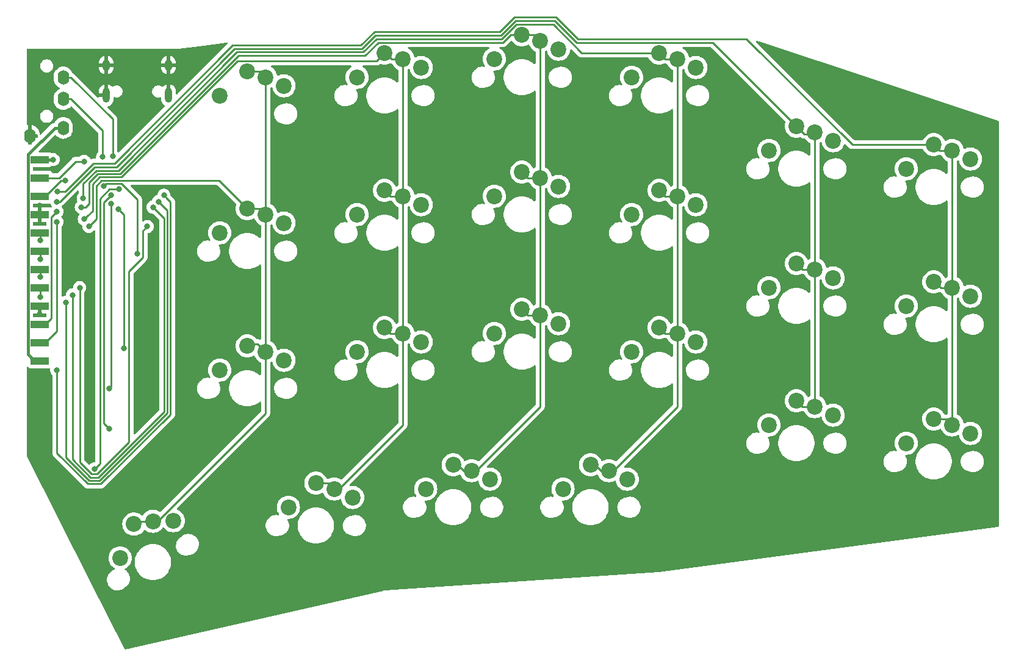
<source format=gbr>
%TF.GenerationSoftware,KiCad,Pcbnew,6.0.5-2.fc36*%
%TF.CreationDate,2022-06-13T15:37:21-05:00*%
%TF.ProjectId,right,72696768-742e-46b6-9963-61645f706362,rev?*%
%TF.SameCoordinates,Original*%
%TF.FileFunction,Copper,L2,Bot*%
%TF.FilePolarity,Positive*%
%FSLAX46Y46*%
G04 Gerber Fmt 4.6, Leading zero omitted, Abs format (unit mm)*
G04 Created by KiCad (PCBNEW 6.0.5-2.fc36) date 2022-06-13 15:37:21*
%MOMM*%
%LPD*%
G01*
G04 APERTURE LIST*
%TA.AperFunction,ComponentPad*%
%ADD10C,2.200000*%
%TD*%
%TA.AperFunction,ComponentPad*%
%ADD11O,1.600000X2.000000*%
%TD*%
%TA.AperFunction,ComponentPad*%
%ADD12O,1.000000X1.400000*%
%TD*%
%TA.AperFunction,SMDPad,CuDef*%
%ADD13R,2.500000X1.000000*%
%TD*%
%TA.AperFunction,ComponentPad*%
%ADD14O,1.000000X1.600000*%
%TD*%
%TA.AperFunction,ComponentPad*%
%ADD15O,1.000000X2.100000*%
%TD*%
%TA.AperFunction,ViaPad*%
%ADD16C,0.800000*%
%TD*%
%TA.AperFunction,Conductor*%
%ADD17C,0.381000*%
%TD*%
%TA.AperFunction,Conductor*%
%ADD18C,0.250000*%
%TD*%
G04 APERTURE END LIST*
D10*
%TO.P,SW12,1,1*%
%TO.N,Net-(D14-Pad2)*%
X117114000Y-70522000D03*
%TO.P,SW12,2,2*%
%TO.N,COL6*%
X112014000Y-68522000D03*
X114554000Y-69342000D03*
%TO.P,SW12,1,1*%
%TO.N,Net-(D14-Pad2)*%
X108204000Y-71882000D03*
%TD*%
%TO.P,SW15,1,1*%
%TO.N,Net-(D17-Pad2)*%
X94389958Y-136078880D03*
%TO.P,SW15,2,2*%
%TO.N,COL6*%
X98939448Y-130972391D03*
X96300433Y-131371887D03*
%TO.P,SW15,1,1*%
%TO.N,Net-(D17-Pad2)*%
X101756994Y-130886147D03*
%TD*%
%TO.P,SW3,1,1*%
%TO.N,Net-(D5-Pad2)*%
X212364000Y-80682000D03*
%TO.P,SW3,2,2*%
%TO.N,COL1*%
X207264000Y-78682000D03*
X209804000Y-79502000D03*
%TO.P,SW3,1,1*%
%TO.N,Net-(D5-Pad2)*%
X203454000Y-82042000D03*
%TD*%
%TO.P,SW4,1,1*%
%TO.N,Net-(D6-Pad2)*%
X203454000Y-101092000D03*
%TO.P,SW4,2,2*%
%TO.N,COL1*%
X209804000Y-98552000D03*
X207264000Y-97732000D03*
%TO.P,SW4,1,1*%
%TO.N,Net-(D6-Pad2)*%
X212364000Y-99732000D03*
%TD*%
%TO.P,SW5,1,1*%
%TO.N,Net-(D7-Pad2)*%
X212364000Y-118782000D03*
%TO.P,SW5,2,2*%
%TO.N,COL1*%
X207264000Y-116782000D03*
X209804000Y-117602000D03*
%TO.P,SW5,1,1*%
%TO.N,Net-(D7-Pad2)*%
X203454000Y-120142000D03*
%TD*%
%TO.P,SW7,1,1*%
%TO.N,Net-(D9-Pad2)*%
X165354000Y-69342000D03*
%TO.P,SW7,2,2*%
%TO.N,COL3*%
X171704000Y-66802000D03*
X169164000Y-65982000D03*
%TO.P,SW7,1,1*%
%TO.N,Net-(D9-Pad2)*%
X174264000Y-67982000D03*
%TD*%
%TO.P,SW13,1,1*%
%TO.N,Net-(D15-Pad2)*%
X117114000Y-89572000D03*
%TO.P,SW13,2,2*%
%TO.N,COL6*%
X112014000Y-87572000D03*
X114554000Y-88392000D03*
%TO.P,SW13,1,1*%
%TO.N,Net-(D15-Pad2)*%
X108204000Y-90932000D03*
%TD*%
%TO.P,SW8,1,1*%
%TO.N,Net-(D10-Pad2)*%
X165354000Y-88392000D03*
%TO.P,SW8,2,2*%
%TO.N,COL3*%
X171704000Y-85852000D03*
X169164000Y-85032000D03*
%TO.P,SW8,1,1*%
%TO.N,Net-(D10-Pad2)*%
X174264000Y-87032000D03*
%TD*%
%TO.P,SW9,1,1*%
%TO.N,Net-(D11-Pad2)*%
X174264000Y-106082000D03*
%TO.P,SW9,2,2*%
%TO.N,COL3*%
X169164000Y-104082000D03*
X171704000Y-104902000D03*
%TO.P,SW9,1,1*%
%TO.N,Net-(D11-Pad2)*%
X165354000Y-107442000D03*
%TD*%
%TO.P,SW10,1,1*%
%TO.N,Net-(D12-Pad2)*%
X155829000Y-126492000D03*
%TO.P,SW10,2,2*%
%TO.N,COL3*%
X162179000Y-123952000D03*
X159639000Y-123132000D03*
%TO.P,SW10,1,1*%
%TO.N,Net-(D12-Pad2)*%
X164739000Y-125132000D03*
%TD*%
%TO.P,SW14,1,1*%
%TO.N,Net-(D16-Pad2)*%
X108204000Y-109982000D03*
%TO.P,SW14,2,2*%
%TO.N,COL6*%
X114554000Y-107442000D03*
X112014000Y-106622000D03*
%TO.P,SW14,1,1*%
%TO.N,Net-(D16-Pad2)*%
X117114000Y-108622000D03*
%TD*%
%TO.P,SW17,1,1*%
%TO.N,Net-(D19-Pad2)*%
X193314000Y-78142000D03*
%TO.P,SW17,2,2*%
%TO.N,COL2*%
X188214000Y-76142000D03*
X190754000Y-76962000D03*
%TO.P,SW17,1,1*%
%TO.N,Net-(D19-Pad2)*%
X184404000Y-79502000D03*
%TD*%
%TO.P,SW18,1,1*%
%TO.N,Net-(D20-Pad2)*%
X184404000Y-98552000D03*
%TO.P,SW18,2,2*%
%TO.N,COL2*%
X190754000Y-96012000D03*
X188214000Y-95192000D03*
%TO.P,SW18,1,1*%
%TO.N,Net-(D20-Pad2)*%
X193314000Y-97192000D03*
%TD*%
%TO.P,SW19,1,1*%
%TO.N,Net-(D21-Pad2)*%
X193314000Y-116242000D03*
%TO.P,SW19,2,2*%
%TO.N,COL2*%
X188214000Y-114242000D03*
X190754000Y-115062000D03*
%TO.P,SW19,1,1*%
%TO.N,Net-(D21-Pad2)*%
X184404000Y-117602000D03*
%TD*%
%TO.P,SW21,1,1*%
%TO.N,Net-(D23-Pad2)*%
X146304000Y-66802000D03*
%TO.P,SW21,2,2*%
%TO.N,COL4*%
X152654000Y-64262000D03*
X150114000Y-63442000D03*
%TO.P,SW21,1,1*%
%TO.N,Net-(D23-Pad2)*%
X155214000Y-65442000D03*
%TD*%
%TO.P,SW22,1,1*%
%TO.N,Net-(D24-Pad2)*%
X155214000Y-84492000D03*
%TO.P,SW22,2,2*%
%TO.N,COL4*%
X150114000Y-82492000D03*
X152654000Y-83312000D03*
%TO.P,SW22,1,1*%
%TO.N,Net-(D24-Pad2)*%
X146304000Y-85852000D03*
%TD*%
%TO.P,SW23,1,1*%
%TO.N,Net-(D25-Pad2)*%
X146304000Y-104902000D03*
%TO.P,SW23,2,2*%
%TO.N,COL4*%
X152654000Y-102362000D03*
X150114000Y-101542000D03*
%TO.P,SW23,1,1*%
%TO.N,Net-(D25-Pad2)*%
X155214000Y-103542000D03*
%TD*%
%TO.P,SW31,1,1*%
%TO.N,Net-(D33-Pad2)*%
X136164000Y-67982000D03*
%TO.P,SW31,2,2*%
%TO.N,COL5*%
X131064000Y-65982000D03*
X133604000Y-66802000D03*
%TO.P,SW31,1,1*%
%TO.N,Net-(D33-Pad2)*%
X127254000Y-69342000D03*
%TD*%
%TO.P,SW32,1,1*%
%TO.N,Net-(D34-Pad2)*%
X127254000Y-88392000D03*
%TO.P,SW32,2,2*%
%TO.N,COL5*%
X133604000Y-85852000D03*
X131064000Y-85032000D03*
%TO.P,SW32,1,1*%
%TO.N,Net-(D34-Pad2)*%
X136164000Y-87032000D03*
%TD*%
%TO.P,SW33,1,1*%
%TO.N,Net-(D35-Pad2)*%
X136164000Y-106082000D03*
%TO.P,SW33,2,2*%
%TO.N,COL5*%
X131064000Y-104082000D03*
X133604000Y-104902000D03*
%TO.P,SW33,1,1*%
%TO.N,Net-(D35-Pad2)*%
X127254000Y-107442000D03*
%TD*%
%TO.P,SW34,1,1*%
%TO.N,Net-(D36-Pad2)*%
X117729000Y-129032000D03*
%TO.P,SW34,2,2*%
%TO.N,COL5*%
X124079000Y-126492000D03*
X121539000Y-125672000D03*
%TO.P,SW34,1,1*%
%TO.N,Net-(D36-Pad2)*%
X126639000Y-127672000D03*
%TD*%
%TO.P,SW24,1,1*%
%TO.N,Net-(D26-Pad2)*%
X145689000Y-125132000D03*
%TO.P,SW24,2,2*%
%TO.N,COL4*%
X140589000Y-123132000D03*
X143129000Y-123952000D03*
%TO.P,SW24,1,1*%
%TO.N,Net-(D26-Pad2)*%
X136779000Y-126492000D03*
%TD*%
D11*
%TO.P,J2,1,Pin_1*%
%TO.N,GND*%
X81901000Y-77467000D03*
%TO.P,J2,2,Pin_2*%
%TO.N,5V*%
X86501000Y-76367000D03*
%TO.P,J2,4,Pin_4*%
%TO.N,TX*%
X86501000Y-69367000D03*
%TO.P,J2,3,Pin_3*%
%TO.N,RX*%
X86501000Y-72367000D03*
D12*
%TO.P,J2,4,Pin_4*%
%TO.N,TX*%
X86501000Y-69367000D03*
%TO.P,J2,3,Pin_3*%
%TO.N,RX*%
X86501000Y-72367000D03*
%TO.P,J2,2,Pin_2*%
%TO.N,5V*%
X86501000Y-76367000D03*
%TO.P,J2,1,Pin_1*%
%TO.N,GND*%
X81901000Y-77467000D03*
%TD*%
D13*
%TO.P,J3,1,Pin_1*%
%TO.N,3.3V*%
X83249000Y-80772000D03*
%TO.P,J3,2,Pin_2*%
%TO.N,SWDIO*%
X83249000Y-83312000D03*
%TO.P,J3,3,Pin_3*%
%TO.N,SWDCLK*%
X83249000Y-85852000D03*
%TO.P,J3,4,Pin_4*%
%TO.N,GND*%
X83249000Y-88392000D03*
%TO.P,J3,5,Pin_5*%
%TO.N,PA4*%
X83249000Y-90932000D03*
%TO.P,J3,6,Pin_6*%
%TO.N,PA5*%
X83249000Y-93472000D03*
%TO.P,J3,7,Pin_7*%
%TO.N,PA6*%
X83249000Y-96012000D03*
%TO.P,J3,8,Pin_8*%
%TO.N,PA7*%
X83249000Y-98552000D03*
%TO.P,J3,9,Pin_9*%
%TO.N,GND*%
X83249000Y-101092000D03*
%TO.P,J3,10,Pin_10*%
%TO.N,PB6*%
X83249000Y-103632000D03*
%TO.P,J3,11,Pin_11*%
%TO.N,PB7*%
X83249000Y-106172000D03*
%TO.P,J3,12,Pin_12*%
%TO.N,5V*%
X83249000Y-108712000D03*
%TD*%
D14*
%TO.P,J1,S1,SHIELD*%
%TO.N,GND*%
X92454000Y-67657000D03*
X101094000Y-67657000D03*
D15*
X101094000Y-71837000D03*
X92454000Y-71837000D03*
%TD*%
D16*
%TO.N,GND*%
X95631000Y-77724000D03*
X139446000Y-68453000D03*
X118999000Y-68453000D03*
X88773000Y-93726000D03*
X110617000Y-133350000D03*
X132080000Y-128651000D03*
X83185000Y-102235000D03*
X83185000Y-87122000D03*
X97790000Y-98806000D03*
X98044000Y-84963000D03*
X90297000Y-101092000D03*
%TO.N,3.3V*%
X85090000Y-80772000D03*
%TO.N,SWDIO*%
X89408000Y-81026000D03*
%TO.N,SWDCLK*%
X86786000Y-83693000D03*
%TO.N,PA4*%
X98139235Y-90067167D03*
X88773000Y-98552000D03*
X83312000Y-91948000D03*
%TO.N,PA5*%
X87757000Y-99568000D03*
X83312000Y-94615000D03*
X98933000Y-87375998D03*
%TO.N,PA6*%
X86868000Y-100584000D03*
X83312000Y-97028000D03*
X99694996Y-86614000D03*
%TO.N,PA7*%
X85598000Y-109982000D03*
X83312000Y-99822000D03*
X100457000Y-85725000D03*
%TO.N,PB6*%
X85598000Y-87972000D03*
%TO.N,PB7*%
X85598000Y-89408000D03*
%TO.N,TX*%
X93345000Y-80264000D03*
%TO.N,RX*%
X91953360Y-80396370D03*
%TO.N,COL4*%
X88994000Y-87376000D03*
%TO.N,COL5*%
X89412660Y-89022340D03*
%TO.N,COL2*%
X85598000Y-86614006D03*
%TO.N,COL6*%
X90043000Y-90042998D03*
%TO.N,COL3*%
X89261000Y-86126000D03*
%TO.N,COL1*%
X85684167Y-85192152D03*
%TO.N,Net-(R1-Pad1)*%
X92075000Y-84455000D03*
X96774000Y-93853000D03*
%TO.N,ROW1*%
X94869000Y-106954000D03*
X94107000Y-87630000D03*
%TO.N,ROW2*%
X93091000Y-86868000D03*
X92837000Y-112542000D03*
%TO.N,ROW3*%
X92837000Y-118130000D03*
X93091000Y-85725000D03*
%TO.N,ROW4*%
X94234000Y-84836000D03*
X90805000Y-123718000D03*
%TD*%
D17*
%TO.N,5V*%
X82499000Y-108712000D02*
X83249000Y-108712000D01*
X81608499Y-107821499D02*
X82499000Y-108712000D01*
X81608499Y-80078501D02*
X81608499Y-107821499D01*
X85320000Y-76367000D02*
X81608499Y-80078501D01*
X86501000Y-76367000D02*
X85320000Y-76367000D01*
%TO.N,3.3V*%
X83249000Y-80772000D02*
X85090000Y-80772000D01*
X84880000Y-80772000D02*
X85090000Y-80772000D01*
X85090000Y-80772000D02*
X84880000Y-80772000D01*
D18*
%TO.N,SWDIO*%
X85902590Y-83312000D02*
X84749000Y-83312000D01*
X88188590Y-81026000D02*
X85902590Y-83312000D01*
X84749000Y-83312000D02*
X83249000Y-83312000D01*
X89408000Y-81026000D02*
X88188590Y-81026000D01*
%TO.N,SWDCLK*%
X83999000Y-85852000D02*
X83249000Y-85852000D01*
X86158000Y-83693000D02*
X83999000Y-85852000D01*
X86786000Y-83693000D02*
X86158000Y-83693000D01*
%TO.N,PA4*%
X88773000Y-98552000D02*
X88773000Y-98552000D01*
X83312000Y-90995000D02*
X83249000Y-90932000D01*
X83312000Y-91948000D02*
X83312000Y-90995000D01*
X88773000Y-122759002D02*
X88773000Y-98552000D01*
X90456999Y-124443001D02*
X88773000Y-122759002D01*
X97536000Y-90670402D02*
X97536000Y-94361000D01*
X97536000Y-94361000D02*
X95594001Y-96302999D01*
X95594001Y-120002001D02*
X91153001Y-124443001D01*
X95594001Y-96302999D02*
X95594001Y-120002001D01*
X98139235Y-90067167D02*
X97536000Y-90670402D01*
X91153001Y-124443001D02*
X90456999Y-124443001D01*
%TO.N,PA5*%
X87757000Y-99568000D02*
X87757000Y-99568000D01*
X83312000Y-93535000D02*
X83249000Y-93472000D01*
X83312000Y-94615000D02*
X83312000Y-93535000D01*
X91339401Y-124893011D02*
X100457000Y-115775412D01*
X100457000Y-88899998D02*
X98933000Y-87375998D01*
X90270598Y-124893010D02*
X91339401Y-124893011D01*
X100457000Y-115775412D02*
X100457000Y-88899998D01*
X87757000Y-99568000D02*
X87757000Y-122379412D01*
X87757000Y-122379412D02*
X90270598Y-124893010D01*
%TO.N,PA6*%
X86868000Y-100584000D02*
X86868000Y-100584000D01*
X83312000Y-96075000D02*
X83249000Y-96012000D01*
X83312000Y-97028000D02*
X83312000Y-96075000D01*
X86868000Y-100584000D02*
X86868000Y-122126822D01*
X86868000Y-122126822D02*
X90084199Y-125343020D01*
X100907011Y-115961812D02*
X100907011Y-87826015D01*
X100907011Y-87826015D02*
X100094995Y-87013999D01*
X100094995Y-87013999D02*
X99694996Y-86614000D01*
X91525802Y-125343020D02*
X100907011Y-115961812D01*
X90084199Y-125343020D02*
X91525802Y-125343020D01*
%TO.N,PA7*%
X85598000Y-109982000D02*
X85598000Y-109982000D01*
X83312000Y-98615000D02*
X83249000Y-98552000D01*
X83312000Y-99822000D02*
X83312000Y-98615000D01*
X85598000Y-109982000D02*
X85598000Y-121493232D01*
X85598000Y-121493232D02*
X89897799Y-125793031D01*
X101357022Y-86625022D02*
X100856999Y-86124999D01*
X89897799Y-125793031D02*
X91712202Y-125793031D01*
X91712202Y-125793031D02*
X101357022Y-116148212D01*
X100856999Y-86124999D02*
X100457000Y-85725000D01*
X101357022Y-116148212D02*
X101357022Y-86625022D01*
%TO.N,PB6*%
X83999000Y-103632000D02*
X83249000Y-103632000D01*
X84824001Y-102806999D02*
X83999000Y-103632000D01*
X84824001Y-88745999D02*
X84824001Y-102806999D01*
X85598000Y-87972000D02*
X84824001Y-88745999D01*
%TO.N,PB7*%
X83999000Y-106172000D02*
X83249000Y-106172000D01*
X85598000Y-104573000D02*
X83999000Y-106172000D01*
X85598000Y-89408000D02*
X85598000Y-104573000D01*
%TO.N,TX*%
X93345000Y-75161000D02*
X87551000Y-69367000D01*
X87551000Y-69367000D02*
X86501000Y-69367000D01*
X93345000Y-80264000D02*
X93345000Y-75161000D01*
%TO.N,RX*%
X87551000Y-72367000D02*
X86501000Y-72367000D01*
X91953360Y-76769360D02*
X87551000Y-72367000D01*
X91953360Y-80396370D02*
X91953360Y-76769360D01*
%TO.N,COL4*%
X151834000Y-63442000D02*
X152654000Y-64262000D01*
X150114000Y-63442000D02*
X151834000Y-63442000D01*
X152654000Y-64262000D02*
X152654000Y-83312000D01*
X150934000Y-83312000D02*
X150114000Y-82492000D01*
X152654000Y-83312000D02*
X150934000Y-83312000D01*
X152654000Y-83312000D02*
X152654000Y-102362000D01*
X150934000Y-102362000D02*
X150114000Y-101542000D01*
X152654000Y-102362000D02*
X150934000Y-102362000D01*
X152654000Y-115062000D02*
X143764000Y-123952000D01*
X152654000Y-102362000D02*
X152654000Y-115062000D01*
X142044000Y-123952000D02*
X141224000Y-123132000D01*
X143764000Y-123952000D02*
X142044000Y-123952000D01*
X147484366Y-64516000D02*
X148558366Y-63442000D01*
X130175000Y-64516000D02*
X147484366Y-64516000D01*
X128385978Y-66305022D02*
X130175000Y-64516000D01*
X110800568Y-66305022D02*
X128385978Y-66305022D01*
X89559685Y-87376000D02*
X90043001Y-86892684D01*
X90043001Y-86892684D02*
X90043001Y-83946999D01*
X88994000Y-87376000D02*
X89559685Y-87376000D01*
X148558366Y-63442000D02*
X150114000Y-63442000D01*
X90043001Y-83946999D02*
X91243989Y-82746011D01*
X91243989Y-82746011D02*
X94359579Y-82746011D01*
X94359579Y-82746011D02*
X110800568Y-66305022D01*
%TO.N,COL5*%
X123894000Y-125672000D02*
X124714000Y-126492000D01*
X122174000Y-125672000D02*
X123894000Y-125672000D01*
X133604000Y-117602000D02*
X133604000Y-104902000D01*
X124714000Y-126492000D02*
X133604000Y-117602000D01*
X131884000Y-104902000D02*
X131064000Y-104082000D01*
X133604000Y-104902000D02*
X131884000Y-104902000D01*
X133604000Y-90030998D02*
X133604000Y-85852000D01*
X133604000Y-104902000D02*
X133604000Y-90030998D01*
X131884000Y-85852000D02*
X131064000Y-85032000D01*
X133604000Y-85852000D02*
X131884000Y-85852000D01*
X133604000Y-85852000D02*
X133604000Y-66802000D01*
X131228366Y-65982000D02*
X131064000Y-65982000D01*
X132048366Y-66802000D02*
X131228366Y-65982000D01*
X133604000Y-66802000D02*
X132048366Y-66802000D01*
X129964001Y-67081999D02*
X110660001Y-67081999D01*
X131064000Y-65982000D02*
X129964001Y-67081999D01*
X91555978Y-83196022D02*
X90551000Y-84201000D01*
X90551000Y-84201000D02*
X90551000Y-87884000D01*
X89812659Y-88622341D02*
X89412660Y-89022340D01*
X94545978Y-83196022D02*
X91555978Y-83196022D01*
X90551000Y-87884000D02*
X89812659Y-88622341D01*
X110660001Y-67081999D02*
X94545978Y-83196022D01*
%TO.N,COL2*%
X190474001Y-77241999D02*
X190754000Y-76962000D01*
X189313999Y-77241999D02*
X190474001Y-77241999D01*
X188214000Y-76142000D02*
X189313999Y-77241999D01*
X190754000Y-76962000D02*
X190754000Y-96012000D01*
X189034000Y-96012000D02*
X188214000Y-95192000D01*
X190754000Y-96012000D02*
X189034000Y-96012000D01*
X190754000Y-97567634D02*
X190754000Y-115062000D01*
X190754000Y-96012000D02*
X190754000Y-97567634D01*
X189034000Y-115062000D02*
X188214000Y-114242000D01*
X190754000Y-115062000D02*
X189034000Y-115062000D01*
X85598006Y-86614000D02*
X85598000Y-86614006D01*
X85978994Y-86614006D02*
X85598000Y-86614006D01*
X90805000Y-81788000D02*
X85978994Y-86614006D01*
X110236000Y-65405000D02*
X93853000Y-81788000D01*
X127887590Y-65405000D02*
X110236000Y-65405000D01*
X129792590Y-63500000D02*
X127887590Y-65405000D01*
X157734000Y-64516000D02*
X154686000Y-61468000D01*
X188214000Y-76142000D02*
X176588000Y-64516000D01*
X93853000Y-81788000D02*
X90805000Y-81788000D01*
X154686000Y-61468000D02*
X149225000Y-61468000D01*
X176588000Y-64516000D02*
X157734000Y-64516000D01*
X149225000Y-61468000D02*
X147193000Y-63500000D01*
X147193000Y-63500000D02*
X129792590Y-63500000D01*
%TO.N,COL6*%
X113734000Y-68522000D02*
X114554000Y-69342000D01*
X112014000Y-68522000D02*
X113734000Y-68522000D01*
X114554000Y-85032000D02*
X114554000Y-88392000D01*
X114554000Y-69342000D02*
X114554000Y-85032000D01*
X113734000Y-87572000D02*
X114554000Y-88392000D01*
X112014000Y-87572000D02*
X113734000Y-87572000D01*
X114554000Y-88392000D02*
X114554000Y-107442000D01*
X112293999Y-106342001D02*
X112014000Y-106622000D01*
X113454001Y-106342001D02*
X112293999Y-106342001D01*
X114554000Y-107442000D02*
X113454001Y-106342001D01*
X114554000Y-115992839D02*
X99574448Y-130972391D01*
X114554000Y-107442000D02*
X114554000Y-115992839D01*
X97334929Y-130972391D02*
X96935433Y-131371887D01*
X99574448Y-130972391D02*
X97334929Y-130972391D01*
X91059000Y-84397998D02*
X91796008Y-83660990D01*
X91796008Y-83660990D02*
X108102990Y-83660990D01*
X91059000Y-89027000D02*
X91059000Y-84397998D01*
X108102990Y-83660990D02*
X112014000Y-87572000D01*
X90043000Y-90042998D02*
X90043002Y-90042998D01*
X90043002Y-90042998D02*
X91059000Y-89027000D01*
%TO.N,COL3*%
X162534001Y-124231999D02*
X162814000Y-123952000D01*
X161373999Y-124231999D02*
X162534001Y-124231999D01*
X160274000Y-123132000D02*
X161373999Y-124231999D01*
X171704000Y-115062000D02*
X171704000Y-104902000D01*
X162814000Y-123952000D02*
X171704000Y-115062000D01*
X169984000Y-104902000D02*
X169164000Y-104082000D01*
X171704000Y-104902000D02*
X169984000Y-104902000D01*
X171704000Y-104902000D02*
X171704000Y-85852000D01*
X169984000Y-85852000D02*
X169164000Y-85032000D01*
X171704000Y-85852000D02*
X169984000Y-85852000D01*
X171704000Y-85852000D02*
X171704000Y-66802000D01*
X169984000Y-66802000D02*
X169164000Y-65982000D01*
X171704000Y-66802000D02*
X169984000Y-66802000D01*
X167608366Y-65982000D02*
X169164000Y-65982000D01*
X158438000Y-65982000D02*
X167608366Y-65982000D01*
X154472999Y-62016999D02*
X158438000Y-65982000D01*
X149346957Y-62016999D02*
X154472999Y-62016999D01*
X147355956Y-64008000D02*
X149346957Y-62016999D01*
X129921000Y-64008000D02*
X147355956Y-64008000D01*
X89261000Y-84092590D02*
X91057590Y-82296000D01*
X89261000Y-86126000D02*
X89261000Y-84092590D01*
X110547989Y-65855011D02*
X128073990Y-65855011D01*
X91057590Y-82296000D02*
X94107000Y-82296000D01*
X94107000Y-82296000D02*
X110547989Y-65855011D01*
X128073990Y-65855011D02*
X129921000Y-64008000D01*
%TO.N,COL1*%
X208984000Y-116782000D02*
X209804000Y-117602000D01*
X207264000Y-116782000D02*
X208984000Y-116782000D01*
X209804000Y-117602000D02*
X209804000Y-98552000D01*
X207428366Y-97732000D02*
X207264000Y-97732000D01*
X208248366Y-98552000D02*
X207428366Y-97732000D01*
X209804000Y-98552000D02*
X208248366Y-98552000D01*
X209804000Y-98552000D02*
X209804000Y-79502000D01*
X208084000Y-79502000D02*
X207264000Y-78682000D01*
X209804000Y-79502000D02*
X208084000Y-79502000D01*
X149096590Y-60960000D02*
X147064590Y-62992000D01*
X129664180Y-62992000D02*
X127759180Y-64897000D01*
X127759180Y-64897000D02*
X109982000Y-64897000D01*
X154814410Y-60960000D02*
X149096590Y-60960000D01*
X109982000Y-64897000D02*
X93599000Y-81280000D01*
X90676590Y-81280000D02*
X86764438Y-85192152D01*
X93599000Y-81280000D02*
X90676590Y-81280000D01*
X195963002Y-78682000D02*
X181289002Y-64008000D01*
X86249852Y-85192152D02*
X85684167Y-85192152D01*
X86764438Y-85192152D02*
X86249852Y-85192152D01*
X157862410Y-64008000D02*
X154814410Y-60960000D01*
X181289002Y-64008000D02*
X157862410Y-64008000D01*
X147064590Y-62992000D02*
X129664180Y-62992000D01*
X207264000Y-78682000D02*
X195963002Y-78682000D01*
%TO.N,Net-(R1-Pad1)*%
X96774000Y-93853000D02*
X96774000Y-93853000D01*
X96774000Y-86302998D02*
X96774000Y-93853000D01*
X94582001Y-84110999D02*
X96774000Y-86302998D01*
X92075000Y-84455000D02*
X92419001Y-84110999D01*
X92419001Y-84110999D02*
X94582001Y-84110999D01*
%TO.N,ROW1*%
X94869000Y-106934000D02*
X94869000Y-88392000D01*
X94506999Y-88029999D02*
X94107000Y-87630000D01*
X94869000Y-88392000D02*
X94506999Y-88029999D01*
%TO.N,ROW2*%
X93091000Y-86868000D02*
X93091000Y-112268000D01*
X93091000Y-112268000D02*
X92837000Y-112522000D01*
%TO.N,ROW3*%
X92691001Y-86124999D02*
X93091000Y-85725000D01*
X92111999Y-117384999D02*
X92111999Y-86704001D01*
X92837000Y-118110000D02*
X92111999Y-117384999D01*
X92111999Y-86704001D02*
X92691001Y-86124999D01*
%TO.N,ROW4*%
X91567000Y-122936000D02*
X90805000Y-123698000D01*
X91567000Y-86175998D02*
X91567000Y-122936000D01*
X94234000Y-84836000D02*
X92906998Y-84836000D01*
X92906998Y-84836000D02*
X91567000Y-86175998D01*
%TD*%
%TA.AperFunction,Conductor*%
%TO.N,GND*%
G36*
X182766720Y-64252246D02*
G01*
X199482333Y-69824117D01*
X216194345Y-75394788D01*
X216252645Y-75435305D01*
X216279784Y-75500910D01*
X216280500Y-75514322D01*
X216280500Y-131651485D01*
X216260498Y-131719606D01*
X216206842Y-131766099D01*
X216171156Y-131776379D01*
X169117545Y-138050194D01*
X169109275Y-138051020D01*
X150106964Y-139317841D01*
X131102827Y-140584783D01*
X131102192Y-140584781D01*
X131101587Y-140584648D01*
X131099793Y-140584772D01*
X131099787Y-140584772D01*
X131051318Y-140588123D01*
X131013171Y-140590760D01*
X130993743Y-140592055D01*
X130993408Y-140592126D01*
X130989935Y-140592366D01*
X130958545Y-140599500D01*
X130956785Y-140599886D01*
X130895486Y-140612875D01*
X130895482Y-140612876D01*
X130887333Y-140614603D01*
X130884522Y-140616114D01*
X130881454Y-140617021D01*
X124909401Y-141974306D01*
X95112009Y-148746440D01*
X95041152Y-148742032D01*
X94983924Y-148700014D01*
X94971705Y-148680548D01*
X90169433Y-139208177D01*
X92550927Y-139208177D01*
X92587204Y-139445251D01*
X92661715Y-139673217D01*
X92664105Y-139677808D01*
X92741139Y-139825788D01*
X92772458Y-139885952D01*
X92775561Y-139890085D01*
X92775563Y-139890088D01*
X92913354Y-140073608D01*
X92916459Y-140077743D01*
X93089851Y-140243440D01*
X93287978Y-140378593D01*
X93505517Y-140479572D01*
X93736629Y-140543664D01*
X93840340Y-140554748D01*
X93929083Y-140564232D01*
X93929091Y-140564232D01*
X93932418Y-140564588D01*
X94071664Y-140564588D01*
X94074237Y-140564376D01*
X94074248Y-140564376D01*
X94244737Y-140550359D01*
X94244743Y-140550358D01*
X94249888Y-140549935D01*
X94366192Y-140520722D01*
X94477486Y-140492767D01*
X94477490Y-140492766D01*
X94482497Y-140491508D01*
X94487227Y-140489452D01*
X94487234Y-140489449D01*
X94697702Y-140397935D01*
X94697705Y-140397933D01*
X94702439Y-140395875D01*
X94706773Y-140393071D01*
X94706777Y-140393069D01*
X94899465Y-140268413D01*
X94899468Y-140268411D01*
X94903808Y-140265603D01*
X94924962Y-140246355D01*
X95077374Y-140107670D01*
X95077375Y-140107668D01*
X95081196Y-140104192D01*
X95084399Y-140100136D01*
X95084403Y-140100132D01*
X95094849Y-140086905D01*
X95123364Y-140060476D01*
X95241052Y-139981244D01*
X95407868Y-139822109D01*
X95545487Y-139637143D01*
X95649973Y-139431634D01*
X95718340Y-139211458D01*
X95734804Y-139087239D01*
X95747931Y-138988196D01*
X95747931Y-138988191D01*
X95748631Y-138982911D01*
X95739982Y-138752527D01*
X95692640Y-138526894D01*
X95690681Y-138521933D01*
X95609918Y-138317429D01*
X95609917Y-138317427D01*
X95607957Y-138312464D01*
X95595626Y-138292142D01*
X95491123Y-138119928D01*
X95488356Y-138115368D01*
X95481949Y-138107984D01*
X95340756Y-137945273D01*
X95340754Y-137945271D01*
X95337256Y-137941240D01*
X95295703Y-137907169D01*
X95163106Y-137798445D01*
X95163100Y-137798441D01*
X95158978Y-137795061D01*
X95084112Y-137752445D01*
X95034806Y-137701363D01*
X95020944Y-137631733D01*
X95046927Y-137565662D01*
X95098226Y-137526534D01*
X95117886Y-137518391D01*
X95117890Y-137518389D01*
X95122460Y-137516496D01*
X95338334Y-137384208D01*
X95530856Y-137219778D01*
X95695286Y-137027256D01*
X95827574Y-136811382D01*
X95828221Y-136809821D01*
X96424500Y-136809821D01*
X96464060Y-137122975D01*
X96542557Y-137428702D01*
X96544010Y-137432371D01*
X96544010Y-137432372D01*
X96581292Y-137526534D01*
X96658753Y-137722179D01*
X96660659Y-137725647D01*
X96660660Y-137725648D01*
X96781401Y-137945273D01*
X96810816Y-137998779D01*
X96996346Y-138254140D01*
X97212418Y-138484233D01*
X97455625Y-138685432D01*
X97722131Y-138854562D01*
X97725710Y-138856246D01*
X97725717Y-138856250D01*
X98004144Y-138987267D01*
X98004148Y-138987269D01*
X98007734Y-138988956D01*
X98307928Y-139086495D01*
X98617980Y-139145641D01*
X98854162Y-139160500D01*
X99011838Y-139160500D01*
X99248020Y-139145641D01*
X99558072Y-139086495D01*
X99858266Y-138988956D01*
X99861852Y-138987269D01*
X99861856Y-138987267D01*
X100140283Y-138856250D01*
X100140290Y-138856246D01*
X100143869Y-138854562D01*
X100410375Y-138685432D01*
X100653582Y-138484233D01*
X100869654Y-138254140D01*
X101055184Y-137998779D01*
X101084600Y-137945273D01*
X101205340Y-137725648D01*
X101205341Y-137725647D01*
X101207247Y-137722179D01*
X101284709Y-137526534D01*
X101321990Y-137432372D01*
X101321990Y-137432371D01*
X101323443Y-137428702D01*
X101401940Y-137122975D01*
X101441500Y-136809821D01*
X101441500Y-136494179D01*
X101401940Y-136181025D01*
X101323443Y-135875298D01*
X101271385Y-135743815D01*
X101208702Y-135585495D01*
X101208700Y-135585490D01*
X101207247Y-135581821D01*
X101203891Y-135575716D01*
X101057093Y-135308693D01*
X101057091Y-135308690D01*
X101055184Y-135305221D01*
X100869654Y-135049860D01*
X100653582Y-134819767D01*
X100410375Y-134618568D01*
X100143869Y-134449438D01*
X100140290Y-134447754D01*
X100140283Y-134447750D01*
X99871113Y-134321089D01*
X102117369Y-134321089D01*
X102126018Y-134551473D01*
X102173360Y-134777106D01*
X102175318Y-134782065D01*
X102175319Y-134782067D01*
X102238377Y-134941738D01*
X102258043Y-134991536D01*
X102260810Y-134996095D01*
X102260811Y-134996098D01*
X102293435Y-135049860D01*
X102377644Y-135188632D01*
X102381141Y-135192662D01*
X102521096Y-135353946D01*
X102528744Y-135362760D01*
X102532875Y-135366147D01*
X102702894Y-135505555D01*
X102702900Y-135505559D01*
X102707022Y-135508939D01*
X102711658Y-135511578D01*
X102711661Y-135511580D01*
X102841512Y-135585495D01*
X102907381Y-135622990D01*
X103124092Y-135701652D01*
X103129341Y-135702601D01*
X103129344Y-135702602D01*
X103346875Y-135741938D01*
X103346882Y-135741939D01*
X103350959Y-135742676D01*
X103368681Y-135743512D01*
X103373623Y-135743745D01*
X103373630Y-135743745D01*
X103375111Y-135743815D01*
X103537157Y-135743815D01*
X103604076Y-135738137D01*
X103703676Y-135729686D01*
X103703680Y-135729685D01*
X103708987Y-135729235D01*
X103714142Y-135727897D01*
X103714148Y-135727896D01*
X103885198Y-135683500D01*
X103932139Y-135671316D01*
X103956436Y-135660371D01*
X103997863Y-135649676D01*
X104094166Y-135641759D01*
X104210471Y-135612545D01*
X104321764Y-135584591D01*
X104321768Y-135584590D01*
X104326775Y-135583332D01*
X104331505Y-135581276D01*
X104331512Y-135581273D01*
X104541980Y-135489759D01*
X104541983Y-135489757D01*
X104546717Y-135487699D01*
X104551051Y-135484895D01*
X104551055Y-135484893D01*
X104743743Y-135360237D01*
X104743746Y-135360235D01*
X104748086Y-135357427D01*
X104764867Y-135342158D01*
X104921652Y-135199494D01*
X104921653Y-135199492D01*
X104925474Y-135196016D01*
X104928673Y-135191965D01*
X104928677Y-135191961D01*
X105070913Y-135011858D01*
X105074118Y-135007800D01*
X105190026Y-134797834D01*
X105252613Y-134621093D01*
X105268358Y-134576632D01*
X105268359Y-134576628D01*
X105270084Y-134571757D01*
X105270992Y-134566661D01*
X105311237Y-134340728D01*
X105311238Y-134340722D01*
X105312143Y-134335639D01*
X105314489Y-134143626D01*
X105315010Y-134100993D01*
X105315010Y-134100991D01*
X105315073Y-134095823D01*
X105278796Y-133858749D01*
X105204285Y-133630783D01*
X105126777Y-133481891D01*
X105095931Y-133422637D01*
X105095930Y-133422636D01*
X105093542Y-133418048D01*
X105085066Y-133406758D01*
X104952646Y-133230392D01*
X104952644Y-133230389D01*
X104949541Y-133226257D01*
X104776149Y-133060560D01*
X104578022Y-132925407D01*
X104403735Y-132844505D01*
X104365169Y-132826603D01*
X104365167Y-132826602D01*
X104360483Y-132824428D01*
X104183948Y-132775471D01*
X104134344Y-132761715D01*
X104134343Y-132761715D01*
X104129371Y-132760336D01*
X104025660Y-132749252D01*
X103936917Y-132739768D01*
X103936909Y-132739768D01*
X103933582Y-132739412D01*
X103794336Y-132739412D01*
X103791763Y-132739624D01*
X103791752Y-132739624D01*
X103621263Y-132753641D01*
X103621257Y-132753642D01*
X103616112Y-132754065D01*
X103499808Y-132783278D01*
X103388514Y-132811233D01*
X103388510Y-132811234D01*
X103383503Y-132812492D01*
X103378773Y-132814548D01*
X103378766Y-132814551D01*
X103168298Y-132906065D01*
X103168295Y-132906067D01*
X103163561Y-132908125D01*
X103159227Y-132910929D01*
X103159223Y-132910931D01*
X102966535Y-133035587D01*
X102966532Y-133035589D01*
X102962192Y-133038397D01*
X102958369Y-133041876D01*
X102958366Y-133041878D01*
X102809841Y-133177026D01*
X102784804Y-133199808D01*
X102781601Y-133203864D01*
X102781597Y-133203868D01*
X102771151Y-133217095D01*
X102742636Y-133243524D01*
X102624948Y-133322756D01*
X102458132Y-133481891D01*
X102320513Y-133666857D01*
X102216027Y-133872366D01*
X102214445Y-133877460D01*
X102214444Y-133877463D01*
X102174147Y-134007239D01*
X102147660Y-134092542D01*
X102146959Y-134097831D01*
X102118333Y-134313818D01*
X102117369Y-134321089D01*
X99871113Y-134321089D01*
X99861856Y-134316733D01*
X99861852Y-134316731D01*
X99858266Y-134315044D01*
X99558072Y-134217505D01*
X99248020Y-134158359D01*
X99011838Y-134143500D01*
X98854162Y-134143500D01*
X98617980Y-134158359D01*
X98307928Y-134217505D01*
X98007734Y-134315044D01*
X98004148Y-134316731D01*
X98004144Y-134316733D01*
X97725717Y-134447750D01*
X97725710Y-134447754D01*
X97722131Y-134449438D01*
X97455625Y-134618568D01*
X97212418Y-134819767D01*
X96996346Y-135049860D01*
X96810816Y-135305221D01*
X96808909Y-135308690D01*
X96808907Y-135308693D01*
X96662109Y-135575716D01*
X96658753Y-135581821D01*
X96657300Y-135585490D01*
X96657298Y-135585495D01*
X96594615Y-135743815D01*
X96542557Y-135875298D01*
X96464060Y-136181025D01*
X96424500Y-136494179D01*
X96424500Y-136809821D01*
X95828221Y-136809821D01*
X95829861Y-136805862D01*
X95922569Y-136582044D01*
X95922570Y-136582042D01*
X95924463Y-136577471D01*
X95983567Y-136331283D01*
X96003432Y-136078880D01*
X95983567Y-135826477D01*
X95963449Y-135742676D01*
X95939322Y-135642182D01*
X95924463Y-135580289D01*
X95893507Y-135505555D01*
X95829469Y-135350952D01*
X95829467Y-135350948D01*
X95827574Y-135346378D01*
X95695286Y-135130504D01*
X95530856Y-134937982D01*
X95338334Y-134773552D01*
X95122460Y-134641264D01*
X95117890Y-134639371D01*
X95117886Y-134639369D01*
X94893122Y-134546269D01*
X94893120Y-134546268D01*
X94888549Y-134544375D01*
X94803926Y-134524059D01*
X94647174Y-134486426D01*
X94647168Y-134486425D01*
X94642361Y-134485271D01*
X94389958Y-134465406D01*
X94137555Y-134485271D01*
X94132748Y-134486425D01*
X94132742Y-134486426D01*
X93975990Y-134524059D01*
X93891367Y-134544375D01*
X93886796Y-134546268D01*
X93886794Y-134546269D01*
X93662030Y-134639369D01*
X93662026Y-134639371D01*
X93657456Y-134641264D01*
X93441582Y-134773552D01*
X93249060Y-134937982D01*
X93084630Y-135130504D01*
X92952342Y-135346378D01*
X92950449Y-135350948D01*
X92950447Y-135350952D01*
X92886409Y-135505555D01*
X92855453Y-135580289D01*
X92840594Y-135642182D01*
X92816468Y-135742676D01*
X92796349Y-135826477D01*
X92776484Y-136078880D01*
X92796349Y-136331283D01*
X92855453Y-136577471D01*
X92857346Y-136582042D01*
X92857347Y-136582044D01*
X92950056Y-136805862D01*
X92952342Y-136811382D01*
X93084630Y-137027256D01*
X93249060Y-137219778D01*
X93441582Y-137384208D01*
X93550003Y-137450649D01*
X93603825Y-137483631D01*
X93651456Y-137536279D01*
X93663063Y-137606321D01*
X93634960Y-137671518D01*
X93576069Y-137711172D01*
X93568687Y-137713268D01*
X93539225Y-137720668D01*
X93534495Y-137722724D01*
X93534488Y-137722727D01*
X93324020Y-137814241D01*
X93324017Y-137814243D01*
X93319283Y-137816301D01*
X93314949Y-137819105D01*
X93314945Y-137819107D01*
X93122257Y-137943763D01*
X93122254Y-137943765D01*
X93117914Y-137946573D01*
X93114091Y-137950052D01*
X93114088Y-137950054D01*
X93004036Y-138050194D01*
X92940526Y-138107984D01*
X92937327Y-138112035D01*
X92937323Y-138112039D01*
X92934694Y-138115368D01*
X92791882Y-138296200D01*
X92675974Y-138506166D01*
X92674247Y-138511044D01*
X92612493Y-138685432D01*
X92595916Y-138732243D01*
X92595009Y-138737336D01*
X92595008Y-138737339D01*
X92574128Y-138854562D01*
X92553857Y-138968361D01*
X92553794Y-138973525D01*
X92551510Y-139160500D01*
X92550927Y-139208177D01*
X90169433Y-139208177D01*
X81421118Y-121952325D01*
X81407500Y-121895350D01*
X81407500Y-109648941D01*
X81427502Y-109580820D01*
X81481158Y-109534327D01*
X81551432Y-109524223D01*
X81616012Y-109553717D01*
X81623734Y-109562005D01*
X81624008Y-109561731D01*
X81630358Y-109568081D01*
X81635739Y-109575261D01*
X81752295Y-109662615D01*
X81888684Y-109713745D01*
X81950866Y-109720500D01*
X84547134Y-109720500D01*
X84550539Y-109720130D01*
X84550541Y-109720130D01*
X84558648Y-109719250D01*
X84628530Y-109731780D01*
X84680544Y-109780102D01*
X84698176Y-109848875D01*
X84697562Y-109857683D01*
X84684496Y-109982000D01*
X84685186Y-109988565D01*
X84698972Y-110119727D01*
X84704458Y-110171928D01*
X84763473Y-110353556D01*
X84766776Y-110359278D01*
X84766777Y-110359279D01*
X84775156Y-110373791D01*
X84858960Y-110518944D01*
X84932137Y-110600215D01*
X84962853Y-110664221D01*
X84964500Y-110684524D01*
X84964500Y-121414465D01*
X84963973Y-121425648D01*
X84962298Y-121433141D01*
X84962547Y-121441067D01*
X84962547Y-121441068D01*
X84964438Y-121501218D01*
X84964500Y-121505177D01*
X84964500Y-121533088D01*
X84964997Y-121537022D01*
X84964997Y-121537023D01*
X84965005Y-121537088D01*
X84965938Y-121548925D01*
X84967327Y-121593121D01*
X84971752Y-121608352D01*
X84972978Y-121612571D01*
X84976987Y-121631932D01*
X84979526Y-121652029D01*
X84982445Y-121659400D01*
X84982445Y-121659402D01*
X84995804Y-121693144D01*
X84999649Y-121704374D01*
X85008836Y-121735997D01*
X85011982Y-121746825D01*
X85016015Y-121753644D01*
X85016017Y-121753649D01*
X85022293Y-121764260D01*
X85030988Y-121782008D01*
X85038448Y-121800849D01*
X85043110Y-121807265D01*
X85043110Y-121807266D01*
X85064436Y-121836619D01*
X85070952Y-121846539D01*
X85088755Y-121876641D01*
X85093458Y-121884594D01*
X85107779Y-121898915D01*
X85120619Y-121913948D01*
X85132528Y-121930339D01*
X85166605Y-121958530D01*
X85175384Y-121966520D01*
X89394147Y-126185284D01*
X89401687Y-126193570D01*
X89405799Y-126200049D01*
X89411576Y-126205474D01*
X89455450Y-126246674D01*
X89458292Y-126249429D01*
X89478029Y-126269166D01*
X89481226Y-126271646D01*
X89490246Y-126279349D01*
X89522478Y-126309617D01*
X89529424Y-126313436D01*
X89529427Y-126313438D01*
X89540233Y-126319379D01*
X89556752Y-126330230D01*
X89572758Y-126342645D01*
X89580027Y-126345790D01*
X89580031Y-126345793D01*
X89613336Y-126360205D01*
X89623986Y-126365422D01*
X89662739Y-126386726D01*
X89670414Y-126388697D01*
X89670415Y-126388697D01*
X89682361Y-126391764D01*
X89701066Y-126398168D01*
X89719654Y-126406212D01*
X89727477Y-126407451D01*
X89727487Y-126407454D01*
X89763323Y-126413130D01*
X89774943Y-126415536D01*
X89806758Y-126423704D01*
X89817769Y-126426531D01*
X89838023Y-126426531D01*
X89857733Y-126428082D01*
X89877742Y-126431251D01*
X89885634Y-126430505D01*
X89904379Y-126428733D01*
X89921761Y-126427090D01*
X89933618Y-126426531D01*
X91633435Y-126426531D01*
X91644618Y-126427058D01*
X91652111Y-126428733D01*
X91660037Y-126428484D01*
X91660038Y-126428484D01*
X91720188Y-126426593D01*
X91724147Y-126426531D01*
X91752058Y-126426531D01*
X91755993Y-126426034D01*
X91756058Y-126426026D01*
X91767895Y-126425093D01*
X91800153Y-126424079D01*
X91804172Y-126423953D01*
X91812091Y-126423704D01*
X91831545Y-126418052D01*
X91850902Y-126414044D01*
X91863132Y-126412499D01*
X91863133Y-126412499D01*
X91870999Y-126411505D01*
X91878370Y-126408586D01*
X91878372Y-126408586D01*
X91912114Y-126395227D01*
X91923344Y-126391382D01*
X91958185Y-126381260D01*
X91958186Y-126381260D01*
X91965795Y-126379049D01*
X91972614Y-126375016D01*
X91972619Y-126375014D01*
X91983230Y-126368738D01*
X92000978Y-126360043D01*
X92019819Y-126352583D01*
X92055589Y-126326595D01*
X92065509Y-126320079D01*
X92096737Y-126301611D01*
X92096740Y-126301609D01*
X92103564Y-126297573D01*
X92117885Y-126283252D01*
X92132919Y-126270411D01*
X92142896Y-126263162D01*
X92149309Y-126258503D01*
X92177500Y-126224426D01*
X92185490Y-126215647D01*
X101749269Y-116651869D01*
X101757559Y-116644325D01*
X101764040Y-116640212D01*
X101810681Y-116590544D01*
X101813435Y-116587703D01*
X101833157Y-116567981D01*
X101835634Y-116564788D01*
X101843339Y-116555767D01*
X101863280Y-116534531D01*
X101873608Y-116523533D01*
X101877429Y-116516583D01*
X101883368Y-116505780D01*
X101894224Y-116489253D01*
X101901779Y-116479514D01*
X101901780Y-116479512D01*
X101906636Y-116473252D01*
X101924196Y-116432672D01*
X101929413Y-116422024D01*
X101946897Y-116390221D01*
X101946898Y-116390219D01*
X101950717Y-116383272D01*
X101953114Y-116373939D01*
X101955755Y-116363650D01*
X101962159Y-116344946D01*
X101967055Y-116333632D01*
X101967055Y-116333631D01*
X101970203Y-116326357D01*
X101971442Y-116318534D01*
X101971445Y-116318524D01*
X101977121Y-116282688D01*
X101979527Y-116271068D01*
X101988550Y-116235923D01*
X101988550Y-116235922D01*
X101990522Y-116228242D01*
X101990522Y-116207988D01*
X101992073Y-116188277D01*
X101994002Y-116176098D01*
X101995242Y-116168269D01*
X101991081Y-116124250D01*
X101990522Y-116112393D01*
X101990522Y-112624089D01*
X105054066Y-112624089D01*
X105090343Y-112861163D01*
X105164854Y-113089129D01*
X105167244Y-113093720D01*
X105271308Y-113293624D01*
X105275597Y-113301864D01*
X105278700Y-113305997D01*
X105278702Y-113306000D01*
X105371131Y-113429103D01*
X105419598Y-113493655D01*
X105423336Y-113497227D01*
X105578606Y-113645606D01*
X105592990Y-113659352D01*
X105597262Y-113662266D01*
X105597263Y-113662267D01*
X105672092Y-113713312D01*
X105791117Y-113794505D01*
X105881621Y-113836516D01*
X105993867Y-113888619D01*
X106008656Y-113895484D01*
X106239768Y-113959576D01*
X106343479Y-113970660D01*
X106432222Y-113980144D01*
X106432230Y-113980144D01*
X106435557Y-113980500D01*
X106574803Y-113980500D01*
X106577376Y-113980288D01*
X106577387Y-113980288D01*
X106747876Y-113966271D01*
X106747882Y-113966270D01*
X106753027Y-113965847D01*
X106985636Y-113907420D01*
X106990369Y-113905362D01*
X106990378Y-113905359D01*
X107042071Y-113882882D01*
X107081660Y-113872883D01*
X107158409Y-113866371D01*
X107158413Y-113866370D01*
X107163720Y-113865920D01*
X107168875Y-113864582D01*
X107168881Y-113864581D01*
X107381703Y-113809343D01*
X107381707Y-113809342D01*
X107386872Y-113808001D01*
X107391738Y-113805809D01*
X107391741Y-113805808D01*
X107592202Y-113715507D01*
X107597075Y-113713312D01*
X107788319Y-113584559D01*
X107802487Y-113571044D01*
X107916913Y-113461886D01*
X107955135Y-113425424D01*
X108092754Y-113240458D01*
X108197240Y-113034949D01*
X108210274Y-112992975D01*
X108264024Y-112819871D01*
X108265607Y-112814773D01*
X108277457Y-112725365D01*
X108295198Y-112591511D01*
X108295198Y-112591506D01*
X108295898Y-112586226D01*
X108287249Y-112355842D01*
X108239907Y-112130209D01*
X108190181Y-112004296D01*
X108157185Y-111920744D01*
X108157184Y-111920742D01*
X108155224Y-111915779D01*
X108076261Y-111785653D01*
X108058023Y-111717041D01*
X108079774Y-111649459D01*
X108134610Y-111604364D01*
X108193861Y-111594677D01*
X108199061Y-111595086D01*
X108199070Y-111595086D01*
X108204000Y-111595474D01*
X108456403Y-111575609D01*
X108461210Y-111574455D01*
X108461216Y-111574454D01*
X108617968Y-111536821D01*
X108702591Y-111516505D01*
X108707164Y-111514611D01*
X108931928Y-111421511D01*
X108931932Y-111421509D01*
X108936502Y-111419616D01*
X109152376Y-111287328D01*
X109344898Y-111122898D01*
X109509328Y-110930376D01*
X109641616Y-110714502D01*
X109647406Y-110700525D01*
X109736611Y-110485164D01*
X109736612Y-110485162D01*
X109738505Y-110480591D01*
X109777194Y-110319438D01*
X109796454Y-110239216D01*
X109796455Y-110239210D01*
X109797609Y-110234403D01*
X109817474Y-109982000D01*
X109797609Y-109729597D01*
X109795337Y-109720131D01*
X109739660Y-109488221D01*
X109738505Y-109483409D01*
X109736611Y-109478836D01*
X109643511Y-109254072D01*
X109643509Y-109254068D01*
X109641616Y-109249498D01*
X109509328Y-109033624D01*
X109350977Y-108848219D01*
X109348106Y-108844858D01*
X109344898Y-108841102D01*
X109152376Y-108676672D01*
X108936502Y-108544384D01*
X108931932Y-108542491D01*
X108931928Y-108542489D01*
X108707164Y-108449389D01*
X108707162Y-108449388D01*
X108702591Y-108447495D01*
X108617968Y-108427179D01*
X108461216Y-108389546D01*
X108461210Y-108389545D01*
X108456403Y-108388391D01*
X108204000Y-108368526D01*
X107951597Y-108388391D01*
X107946790Y-108389545D01*
X107946784Y-108389546D01*
X107790032Y-108427179D01*
X107705409Y-108447495D01*
X107700838Y-108449388D01*
X107700836Y-108449389D01*
X107476072Y-108542489D01*
X107476068Y-108542491D01*
X107471498Y-108544384D01*
X107255624Y-108676672D01*
X107063102Y-108841102D01*
X107059894Y-108844858D01*
X107057023Y-108848219D01*
X106898672Y-109033624D01*
X106766384Y-109249498D01*
X106764491Y-109254068D01*
X106764489Y-109254072D01*
X106671389Y-109478836D01*
X106669495Y-109483409D01*
X106668340Y-109488221D01*
X106612664Y-109720131D01*
X106610391Y-109729597D01*
X106590526Y-109982000D01*
X106610391Y-110234403D01*
X106611545Y-110239210D01*
X106611546Y-110239216D01*
X106630806Y-110319438D01*
X106669495Y-110480591D01*
X106671388Y-110485162D01*
X106671389Y-110485164D01*
X106760595Y-110700525D01*
X106766384Y-110714502D01*
X106768970Y-110718722D01*
X106873633Y-110889517D01*
X106892171Y-110958051D01*
X106870715Y-111025728D01*
X106816075Y-111071060D01*
X106752812Y-111080639D01*
X106617985Y-111066230D01*
X106595775Y-111063856D01*
X106595773Y-111063856D01*
X106592443Y-111063500D01*
X106453197Y-111063500D01*
X106450624Y-111063712D01*
X106450613Y-111063712D01*
X106280124Y-111077729D01*
X106280118Y-111077730D01*
X106274973Y-111078153D01*
X106179078Y-111102240D01*
X106047375Y-111135321D01*
X106047371Y-111135322D01*
X106042364Y-111136580D01*
X106037634Y-111138636D01*
X106037627Y-111138639D01*
X105827159Y-111230153D01*
X105827156Y-111230155D01*
X105822422Y-111232213D01*
X105818088Y-111235017D01*
X105818084Y-111235019D01*
X105625396Y-111359675D01*
X105625393Y-111359677D01*
X105621053Y-111362485D01*
X105617230Y-111365964D01*
X105617227Y-111365966D01*
X105450518Y-111517660D01*
X105443665Y-111523896D01*
X105440466Y-111527947D01*
X105440462Y-111527951D01*
X105387136Y-111595474D01*
X105295021Y-111712112D01*
X105179113Y-111922078D01*
X105165759Y-111959789D01*
X105133451Y-112051025D01*
X105099055Y-112148155D01*
X105098148Y-112153248D01*
X105098147Y-112153251D01*
X105061111Y-112361173D01*
X105056996Y-112384273D01*
X105056933Y-112389437D01*
X105054529Y-112586226D01*
X105054066Y-112624089D01*
X101990522Y-112624089D01*
X101990522Y-93574089D01*
X105054066Y-93574089D01*
X105090343Y-93811163D01*
X105164854Y-94039129D01*
X105167244Y-94043720D01*
X105271308Y-94243624D01*
X105275597Y-94251864D01*
X105278700Y-94255997D01*
X105278702Y-94256000D01*
X105416493Y-94439520D01*
X105419598Y-94443655D01*
X105423336Y-94447227D01*
X105578606Y-94595606D01*
X105592990Y-94609352D01*
X105597262Y-94612266D01*
X105597263Y-94612267D01*
X105672092Y-94663312D01*
X105791117Y-94744505D01*
X105862373Y-94777581D01*
X105993867Y-94838619D01*
X106008656Y-94845484D01*
X106239768Y-94909576D01*
X106343479Y-94920660D01*
X106432222Y-94930144D01*
X106432230Y-94930144D01*
X106435557Y-94930500D01*
X106574803Y-94930500D01*
X106577376Y-94930288D01*
X106577387Y-94930288D01*
X106747876Y-94916271D01*
X106747882Y-94916270D01*
X106753027Y-94915847D01*
X106985636Y-94857420D01*
X106990369Y-94855362D01*
X106990378Y-94855359D01*
X107042071Y-94832882D01*
X107081660Y-94822883D01*
X107158409Y-94816371D01*
X107158413Y-94816370D01*
X107163720Y-94815920D01*
X107168875Y-94814582D01*
X107168881Y-94814581D01*
X107381703Y-94759343D01*
X107381707Y-94759342D01*
X107386872Y-94758001D01*
X107391738Y-94755809D01*
X107391741Y-94755808D01*
X107592202Y-94665507D01*
X107597075Y-94663312D01*
X107788319Y-94534559D01*
X107802487Y-94521044D01*
X107907594Y-94420776D01*
X107955135Y-94375424D01*
X107988095Y-94331125D01*
X108046689Y-94252372D01*
X108092754Y-94190458D01*
X108197240Y-93984949D01*
X108210274Y-93942975D01*
X108264024Y-93769871D01*
X108265607Y-93764773D01*
X108267235Y-93752489D01*
X108295198Y-93541511D01*
X108295198Y-93541506D01*
X108295898Y-93536226D01*
X108287249Y-93305842D01*
X108239907Y-93080209D01*
X108190181Y-92954296D01*
X108157185Y-92870744D01*
X108157184Y-92870742D01*
X108155224Y-92865779D01*
X108076261Y-92735653D01*
X108058023Y-92667041D01*
X108079774Y-92599459D01*
X108134610Y-92554364D01*
X108193861Y-92544677D01*
X108199061Y-92545086D01*
X108199070Y-92545086D01*
X108204000Y-92545474D01*
X108456403Y-92525609D01*
X108461210Y-92524455D01*
X108461216Y-92524454D01*
X108617968Y-92486821D01*
X108702591Y-92466505D01*
X108709846Y-92463500D01*
X108931928Y-92371511D01*
X108931932Y-92371509D01*
X108936502Y-92369616D01*
X109152376Y-92237328D01*
X109344898Y-92072898D01*
X109509328Y-91880376D01*
X109641616Y-91664502D01*
X109647406Y-91650525D01*
X109736611Y-91435164D01*
X109736612Y-91435162D01*
X109738505Y-91430591D01*
X109777194Y-91269438D01*
X109796454Y-91189216D01*
X109796455Y-91189210D01*
X109797609Y-91184403D01*
X109817474Y-90932000D01*
X109797609Y-90679597D01*
X109792733Y-90659284D01*
X109744214Y-90457190D01*
X109738505Y-90433409D01*
X109736611Y-90428836D01*
X109643511Y-90204072D01*
X109643509Y-90204068D01*
X109641616Y-90199498D01*
X109509328Y-89983624D01*
X109350977Y-89798219D01*
X109348106Y-89794858D01*
X109344898Y-89791102D01*
X109152376Y-89626672D01*
X108936502Y-89494384D01*
X108931932Y-89492491D01*
X108931928Y-89492489D01*
X108707164Y-89399389D01*
X108707162Y-89399388D01*
X108702591Y-89397495D01*
X108617968Y-89377179D01*
X108461216Y-89339546D01*
X108461210Y-89339545D01*
X108456403Y-89338391D01*
X108204000Y-89318526D01*
X107951597Y-89338391D01*
X107946790Y-89339545D01*
X107946784Y-89339546D01*
X107790032Y-89377179D01*
X107705409Y-89397495D01*
X107700838Y-89399388D01*
X107700836Y-89399389D01*
X107476072Y-89492489D01*
X107476068Y-89492491D01*
X107471498Y-89494384D01*
X107255624Y-89626672D01*
X107063102Y-89791102D01*
X107059894Y-89794858D01*
X107057023Y-89798219D01*
X106898672Y-89983624D01*
X106766384Y-90199498D01*
X106764491Y-90204068D01*
X106764489Y-90204072D01*
X106671389Y-90428836D01*
X106669495Y-90433409D01*
X106663786Y-90457190D01*
X106615268Y-90659284D01*
X106610391Y-90679597D01*
X106590526Y-90932000D01*
X106610391Y-91184403D01*
X106611545Y-91189210D01*
X106611546Y-91189216D01*
X106630806Y-91269438D01*
X106669495Y-91430591D01*
X106671388Y-91435162D01*
X106671389Y-91435164D01*
X106760595Y-91650525D01*
X106766384Y-91664502D01*
X106768970Y-91668722D01*
X106873633Y-91839517D01*
X106892171Y-91908051D01*
X106870715Y-91975728D01*
X106816075Y-92021060D01*
X106752812Y-92030639D01*
X106617985Y-92016230D01*
X106595775Y-92013856D01*
X106595773Y-92013856D01*
X106592443Y-92013500D01*
X106453197Y-92013500D01*
X106450624Y-92013712D01*
X106450613Y-92013712D01*
X106280124Y-92027729D01*
X106280118Y-92027730D01*
X106274973Y-92028153D01*
X106179078Y-92052240D01*
X106047375Y-92085321D01*
X106047371Y-92085322D01*
X106042364Y-92086580D01*
X106037634Y-92088636D01*
X106037627Y-92088639D01*
X105827159Y-92180153D01*
X105827156Y-92180155D01*
X105822422Y-92182213D01*
X105818088Y-92185017D01*
X105818084Y-92185019D01*
X105625396Y-92309675D01*
X105625393Y-92309677D01*
X105621053Y-92312485D01*
X105617230Y-92315964D01*
X105617227Y-92315966D01*
X105450518Y-92467660D01*
X105443665Y-92473896D01*
X105440466Y-92477947D01*
X105440462Y-92477951D01*
X105387136Y-92545474D01*
X105295021Y-92662112D01*
X105179113Y-92872078D01*
X105165759Y-92909789D01*
X105133451Y-93001025D01*
X105099055Y-93098155D01*
X105098148Y-93103248D01*
X105098147Y-93103251D01*
X105060241Y-93316056D01*
X105056996Y-93334273D01*
X105056933Y-93339437D01*
X105054529Y-93536226D01*
X105054066Y-93574089D01*
X101990522Y-93574089D01*
X101990522Y-86703789D01*
X101991049Y-86692606D01*
X101992724Y-86685113D01*
X101990854Y-86625609D01*
X101990584Y-86617036D01*
X101990522Y-86613077D01*
X101990522Y-86585166D01*
X101990017Y-86581166D01*
X101989084Y-86569323D01*
X101988996Y-86566505D01*
X101987695Y-86525132D01*
X101982044Y-86505680D01*
X101978036Y-86486328D01*
X101976489Y-86474085D01*
X101975496Y-86466225D01*
X101972578Y-86458854D01*
X101959222Y-86425119D01*
X101955377Y-86413892D01*
X101954636Y-86411342D01*
X101943040Y-86371429D01*
X101939006Y-86364607D01*
X101939003Y-86364601D01*
X101932728Y-86353990D01*
X101924032Y-86336240D01*
X101919494Y-86324778D01*
X101919491Y-86324773D01*
X101916574Y-86317405D01*
X101898863Y-86293027D01*
X101890595Y-86281647D01*
X101884079Y-86271729D01*
X101865597Y-86240479D01*
X101861564Y-86233659D01*
X101847240Y-86219335D01*
X101834398Y-86204300D01*
X101833533Y-86203109D01*
X101822494Y-86187915D01*
X101788428Y-86159733D01*
X101779649Y-86151744D01*
X101404122Y-85776217D01*
X101370096Y-85713905D01*
X101367907Y-85700292D01*
X101351232Y-85541635D01*
X101351232Y-85541633D01*
X101350542Y-85535072D01*
X101291527Y-85353444D01*
X101196040Y-85188056D01*
X101167722Y-85156605D01*
X101072675Y-85051045D01*
X101072674Y-85051044D01*
X101068253Y-85046134D01*
X100968682Y-84973791D01*
X100919094Y-84937763D01*
X100919093Y-84937762D01*
X100913752Y-84933882D01*
X100907724Y-84931198D01*
X100907722Y-84931197D01*
X100745319Y-84858891D01*
X100745318Y-84858891D01*
X100739288Y-84856206D01*
X100645888Y-84836353D01*
X100558944Y-84817872D01*
X100558939Y-84817872D01*
X100552487Y-84816500D01*
X100361513Y-84816500D01*
X100355061Y-84817872D01*
X100355056Y-84817872D01*
X100268112Y-84836353D01*
X100174712Y-84856206D01*
X100168682Y-84858891D01*
X100168681Y-84858891D01*
X100006278Y-84931197D01*
X100006276Y-84931198D01*
X100000248Y-84933882D01*
X99994907Y-84937762D01*
X99994906Y-84937763D01*
X99945318Y-84973791D01*
X99845747Y-85046134D01*
X99841326Y-85051044D01*
X99841325Y-85051045D01*
X99746279Y-85156605D01*
X99717960Y-85188056D01*
X99622473Y-85353444D01*
X99620431Y-85359729D01*
X99566478Y-85525779D01*
X99563458Y-85535072D01*
X99562768Y-85541635D01*
X99562768Y-85541636D01*
X99553881Y-85626190D01*
X99526868Y-85691846D01*
X99468646Y-85732476D01*
X99454770Y-85736265D01*
X99441320Y-85739124D01*
X99412708Y-85745206D01*
X99406675Y-85747892D01*
X99244274Y-85820197D01*
X99244272Y-85820198D01*
X99238244Y-85822882D01*
X99232903Y-85826762D01*
X99232902Y-85826763D01*
X99182839Y-85863136D01*
X99083743Y-85935134D01*
X99079322Y-85940044D01*
X99079321Y-85940045D01*
X98976880Y-86053818D01*
X98955956Y-86077056D01*
X98908222Y-86159734D01*
X98875592Y-86216251D01*
X98860469Y-86242444D01*
X98822738Y-86358568D01*
X98806102Y-86409767D01*
X98766028Y-86468373D01*
X98712465Y-86494078D01*
X98657170Y-86505831D01*
X98657167Y-86505832D01*
X98650712Y-86507204D01*
X98644682Y-86509889D01*
X98644681Y-86509889D01*
X98482278Y-86582195D01*
X98482276Y-86582196D01*
X98476248Y-86584880D01*
X98321747Y-86697132D01*
X98317326Y-86702042D01*
X98317325Y-86702043D01*
X98235370Y-86793064D01*
X98193960Y-86839054D01*
X98098473Y-87004442D01*
X98039458Y-87186070D01*
X98038768Y-87192631D01*
X98038768Y-87192633D01*
X98026204Y-87312173D01*
X98019496Y-87375998D01*
X98020186Y-87382563D01*
X98030942Y-87484897D01*
X98039458Y-87565926D01*
X98098473Y-87747554D01*
X98193960Y-87912942D01*
X98198378Y-87917849D01*
X98198379Y-87917850D01*
X98317325Y-88049953D01*
X98321747Y-88054864D01*
X98420843Y-88126862D01*
X98445163Y-88144531D01*
X98476248Y-88167116D01*
X98482276Y-88169800D01*
X98482278Y-88169801D01*
X98644681Y-88242107D01*
X98650712Y-88244792D01*
X98744113Y-88264645D01*
X98831056Y-88283126D01*
X98831061Y-88283126D01*
X98837513Y-88284498D01*
X98893406Y-88284498D01*
X98961527Y-88304500D01*
X98982501Y-88321403D01*
X99786595Y-89125497D01*
X99820621Y-89187809D01*
X99823500Y-89214592D01*
X99823500Y-115460817D01*
X99803498Y-115528938D01*
X99786595Y-115549912D01*
X96442596Y-118893911D01*
X96380284Y-118927937D01*
X96309469Y-118922872D01*
X96252633Y-118880325D01*
X96227822Y-118813805D01*
X96227501Y-118804816D01*
X96227501Y-96617593D01*
X96247503Y-96549472D01*
X96264406Y-96528498D01*
X97928247Y-94864657D01*
X97936537Y-94857113D01*
X97943018Y-94853000D01*
X97989659Y-94803332D01*
X97992413Y-94800491D01*
X98012134Y-94780770D01*
X98014612Y-94777575D01*
X98022318Y-94768553D01*
X98034286Y-94755808D01*
X98052586Y-94736321D01*
X98062346Y-94718568D01*
X98073199Y-94702045D01*
X98076165Y-94698221D01*
X98085613Y-94686041D01*
X98103176Y-94645457D01*
X98108383Y-94634827D01*
X98129695Y-94596060D01*
X98131666Y-94588383D01*
X98131668Y-94588378D01*
X98134732Y-94576442D01*
X98141138Y-94557730D01*
X98146033Y-94546419D01*
X98149181Y-94539145D01*
X98150421Y-94531317D01*
X98150423Y-94531310D01*
X98156099Y-94495476D01*
X98158505Y-94483856D01*
X98167528Y-94448711D01*
X98167528Y-94448710D01*
X98169500Y-94441030D01*
X98169500Y-94420776D01*
X98171051Y-94401065D01*
X98172980Y-94388886D01*
X98174220Y-94381057D01*
X98170059Y-94337038D01*
X98169500Y-94325181D01*
X98169500Y-91091564D01*
X98189502Y-91023443D01*
X98243158Y-90976950D01*
X98269303Y-90968318D01*
X98415057Y-90937336D01*
X98415062Y-90937334D01*
X98421523Y-90935961D01*
X98441493Y-90927070D01*
X98589957Y-90860970D01*
X98589959Y-90860969D01*
X98595987Y-90858285D01*
X98627925Y-90835081D01*
X98676984Y-90799437D01*
X98750488Y-90746033D01*
X98841894Y-90644516D01*
X98873856Y-90609019D01*
X98873857Y-90609018D01*
X98878275Y-90604111D01*
X98936549Y-90503177D01*
X98970458Y-90444446D01*
X98970459Y-90444445D01*
X98973762Y-90438723D01*
X99032777Y-90257095D01*
X99034658Y-90239204D01*
X99052049Y-90073732D01*
X99052739Y-90067167D01*
X99041136Y-89956773D01*
X99033467Y-89883802D01*
X99033467Y-89883800D01*
X99032777Y-89877239D01*
X98973762Y-89695611D01*
X98878275Y-89530223D01*
X98846042Y-89494424D01*
X98754910Y-89393212D01*
X98754909Y-89393211D01*
X98750488Y-89388301D01*
X98627718Y-89299103D01*
X98601329Y-89279930D01*
X98601328Y-89279929D01*
X98595987Y-89276049D01*
X98589959Y-89273365D01*
X98589957Y-89273364D01*
X98427554Y-89201058D01*
X98427553Y-89201058D01*
X98421523Y-89198373D01*
X98296809Y-89171864D01*
X98241179Y-89160039D01*
X98241174Y-89160039D01*
X98234722Y-89158667D01*
X98043748Y-89158667D01*
X98037296Y-89160039D01*
X98037291Y-89160039D01*
X97981661Y-89171864D01*
X97856947Y-89198373D01*
X97850917Y-89201058D01*
X97850916Y-89201058D01*
X97688513Y-89273364D01*
X97688511Y-89273365D01*
X97682483Y-89276049D01*
X97677142Y-89279929D01*
X97677141Y-89279930D01*
X97607561Y-89330483D01*
X97540693Y-89354342D01*
X97471542Y-89338261D01*
X97422061Y-89287347D01*
X97407500Y-89228547D01*
X97407500Y-86381766D01*
X97408027Y-86370583D01*
X97409702Y-86363090D01*
X97408974Y-86339910D01*
X97407562Y-86295000D01*
X97407500Y-86291042D01*
X97407500Y-86263142D01*
X97407004Y-86259216D01*
X97407003Y-86259198D01*
X97406993Y-86259123D01*
X97406063Y-86247303D01*
X97405731Y-86236721D01*
X97404674Y-86203109D01*
X97402462Y-86195495D01*
X97402461Y-86195490D01*
X97399023Y-86183657D01*
X97395012Y-86164293D01*
X97393467Y-86152062D01*
X97392474Y-86144201D01*
X97389557Y-86136834D01*
X97389556Y-86136829D01*
X97376198Y-86103090D01*
X97372354Y-86091863D01*
X97362230Y-86057020D01*
X97360018Y-86049405D01*
X97355697Y-86042098D01*
X97349707Y-86031970D01*
X97341012Y-86014222D01*
X97333552Y-85995381D01*
X97325382Y-85984135D01*
X97307564Y-85959611D01*
X97301048Y-85949691D01*
X97282580Y-85918463D01*
X97282578Y-85918460D01*
X97278542Y-85911636D01*
X97264221Y-85897315D01*
X97251380Y-85882281D01*
X97244131Y-85872304D01*
X97239472Y-85865891D01*
X97205395Y-85837700D01*
X97196616Y-85829710D01*
X95876492Y-84509585D01*
X95842466Y-84447273D01*
X95847531Y-84376457D01*
X95890078Y-84319622D01*
X95956598Y-84294811D01*
X95965587Y-84294490D01*
X107788396Y-84294490D01*
X107856517Y-84314492D01*
X107877491Y-84331395D01*
X110460971Y-86914875D01*
X110494997Y-86977187D01*
X110488285Y-87052188D01*
X110479495Y-87073409D01*
X110460888Y-87150915D01*
X110422613Y-87310343D01*
X110420391Y-87319597D01*
X110400526Y-87572000D01*
X110420391Y-87824403D01*
X110421545Y-87829210D01*
X110421546Y-87829216D01*
X110444953Y-87926712D01*
X110479495Y-88070591D01*
X110481388Y-88075162D01*
X110481389Y-88075164D01*
X110572482Y-88295081D01*
X110576384Y-88304502D01*
X110708672Y-88520376D01*
X110873102Y-88712898D01*
X111065624Y-88877328D01*
X111281498Y-89009616D01*
X111286068Y-89011509D01*
X111286072Y-89011511D01*
X111510836Y-89104611D01*
X111515409Y-89106505D01*
X111590373Y-89124502D01*
X111756784Y-89164454D01*
X111756790Y-89164455D01*
X111761597Y-89165609D01*
X112014000Y-89185474D01*
X112266403Y-89165609D01*
X112271210Y-89164455D01*
X112271216Y-89164454D01*
X112437627Y-89124502D01*
X112512591Y-89106505D01*
X112517164Y-89104611D01*
X112741928Y-89011511D01*
X112741932Y-89011509D01*
X112746502Y-89009616D01*
X112750722Y-89007030D01*
X112750732Y-89007025D01*
X112877762Y-88929180D01*
X112946295Y-88910641D01*
X113013972Y-88932097D01*
X113060006Y-88988394D01*
X113110595Y-89110525D01*
X113116384Y-89124502D01*
X113248672Y-89340376D01*
X113349564Y-89458505D01*
X113407211Y-89526000D01*
X113413102Y-89532898D01*
X113605624Y-89697328D01*
X113821498Y-89829616D01*
X113826073Y-89831511D01*
X113826075Y-89831512D01*
X113842720Y-89838407D01*
X113898000Y-89882956D01*
X113920500Y-89954815D01*
X113920500Y-91525807D01*
X113900498Y-91593928D01*
X113846842Y-91640421D01*
X113776568Y-91650525D01*
X113714184Y-91622892D01*
X113494427Y-91441093D01*
X113491375Y-91438568D01*
X113224869Y-91269438D01*
X113221290Y-91267754D01*
X113221283Y-91267750D01*
X112942856Y-91136733D01*
X112942852Y-91136731D01*
X112939266Y-91135044D01*
X112639072Y-91037505D01*
X112329020Y-90978359D01*
X112092838Y-90963500D01*
X111935162Y-90963500D01*
X111698980Y-90978359D01*
X111388928Y-91037505D01*
X111088734Y-91135044D01*
X111085148Y-91136731D01*
X111085144Y-91136733D01*
X110806717Y-91267750D01*
X110806710Y-91267754D01*
X110803131Y-91269438D01*
X110536625Y-91438568D01*
X110293418Y-91639767D01*
X110290704Y-91642657D01*
X110290703Y-91642658D01*
X110270190Y-91664502D01*
X110077346Y-91869860D01*
X109891816Y-92125221D01*
X109889909Y-92128690D01*
X109889907Y-92128693D01*
X109746093Y-92390288D01*
X109739753Y-92401821D01*
X109738300Y-92405490D01*
X109738298Y-92405495D01*
X109674650Y-92566251D01*
X109623557Y-92695298D01*
X109545060Y-93001025D01*
X109505500Y-93314179D01*
X109505500Y-93629821D01*
X109545060Y-93942975D01*
X109623557Y-94248702D01*
X109625010Y-94252371D01*
X109625010Y-94252372D01*
X109736268Y-94533376D01*
X109739753Y-94542179D01*
X109741659Y-94545647D01*
X109741660Y-94545648D01*
X109875603Y-94789287D01*
X109891816Y-94818779D01*
X110077346Y-95074140D01*
X110188024Y-95192000D01*
X110282962Y-95293098D01*
X110293418Y-95304233D01*
X110536625Y-95505432D01*
X110803131Y-95674562D01*
X110806710Y-95676246D01*
X110806717Y-95676250D01*
X111085144Y-95807267D01*
X111085148Y-95807269D01*
X111088734Y-95808956D01*
X111388928Y-95906495D01*
X111698980Y-95965641D01*
X111935162Y-95980500D01*
X112092838Y-95980500D01*
X112329020Y-95965641D01*
X112639072Y-95906495D01*
X112939266Y-95808956D01*
X112942852Y-95807269D01*
X112942856Y-95807267D01*
X113221283Y-95676250D01*
X113221290Y-95676246D01*
X113224869Y-95674562D01*
X113491375Y-95505432D01*
X113579290Y-95432702D01*
X113714184Y-95321108D01*
X113779422Y-95293098D01*
X113849447Y-95304805D01*
X113902026Y-95352512D01*
X113920500Y-95418193D01*
X113920500Y-105661785D01*
X113900498Y-105729906D01*
X113846842Y-105776399D01*
X113776568Y-105786503D01*
X113744455Y-105777420D01*
X113738459Y-105774825D01*
X113727814Y-105769610D01*
X113689061Y-105748306D01*
X113669438Y-105743268D01*
X113650735Y-105736864D01*
X113639421Y-105731968D01*
X113639420Y-105731968D01*
X113632146Y-105728820D01*
X113624323Y-105727581D01*
X113624313Y-105727578D01*
X113588477Y-105721902D01*
X113576857Y-105719496D01*
X113541712Y-105710473D01*
X113541711Y-105710473D01*
X113534031Y-105708501D01*
X113513777Y-105708501D01*
X113494066Y-105706950D01*
X113481887Y-105705021D01*
X113474058Y-105703781D01*
X113466166Y-105704527D01*
X113430040Y-105707942D01*
X113418182Y-105708501D01*
X113407203Y-105708501D01*
X113339082Y-105688499D01*
X113311392Y-105664332D01*
X113158106Y-105484858D01*
X113154898Y-105481102D01*
X112962376Y-105316672D01*
X112746502Y-105184384D01*
X112741932Y-105182491D01*
X112741928Y-105182489D01*
X112517164Y-105089389D01*
X112517162Y-105089388D01*
X112512591Y-105087495D01*
X112418892Y-105065000D01*
X112271216Y-105029546D01*
X112271210Y-105029545D01*
X112266403Y-105028391D01*
X112014000Y-105008526D01*
X111761597Y-105028391D01*
X111756790Y-105029545D01*
X111756784Y-105029546D01*
X111609108Y-105065000D01*
X111515409Y-105087495D01*
X111510838Y-105089388D01*
X111510836Y-105089389D01*
X111286072Y-105182489D01*
X111286068Y-105182491D01*
X111281498Y-105184384D01*
X111065624Y-105316672D01*
X110873102Y-105481102D01*
X110708672Y-105673624D01*
X110576384Y-105889498D01*
X110574491Y-105894068D01*
X110574489Y-105894072D01*
X110489432Y-106099419D01*
X110479495Y-106123409D01*
X110468954Y-106167315D01*
X110427134Y-106341512D01*
X110420391Y-106369597D01*
X110400526Y-106622000D01*
X110420391Y-106874403D01*
X110421545Y-106879210D01*
X110421546Y-106879216D01*
X110457360Y-107028391D01*
X110479495Y-107120591D01*
X110481388Y-107125162D01*
X110481389Y-107125164D01*
X110572482Y-107345081D01*
X110576384Y-107354502D01*
X110708672Y-107570376D01*
X110873102Y-107762898D01*
X111065624Y-107927328D01*
X111281498Y-108059616D01*
X111286068Y-108061509D01*
X111286072Y-108061511D01*
X111510836Y-108154611D01*
X111515409Y-108156505D01*
X111590373Y-108174502D01*
X111756784Y-108214454D01*
X111756790Y-108214455D01*
X111761597Y-108215609D01*
X112014000Y-108235474D01*
X112266403Y-108215609D01*
X112271210Y-108214455D01*
X112271216Y-108214454D01*
X112437627Y-108174502D01*
X112512591Y-108156505D01*
X112517164Y-108154611D01*
X112741928Y-108061511D01*
X112741932Y-108061509D01*
X112746502Y-108059616D01*
X112750722Y-108057030D01*
X112750732Y-108057025D01*
X112877762Y-107979180D01*
X112946295Y-107960641D01*
X113013972Y-107982097D01*
X113060006Y-108038394D01*
X113113394Y-108167283D01*
X113116384Y-108174502D01*
X113248672Y-108390376D01*
X113413102Y-108582898D01*
X113605624Y-108747328D01*
X113821498Y-108879616D01*
X113826073Y-108881511D01*
X113826075Y-108881512D01*
X113842720Y-108888407D01*
X113898000Y-108932956D01*
X113920500Y-109004815D01*
X113920500Y-110575807D01*
X113900498Y-110643928D01*
X113846842Y-110690421D01*
X113776568Y-110700525D01*
X113714184Y-110672892D01*
X113494427Y-110491093D01*
X113491375Y-110488568D01*
X113224869Y-110319438D01*
X113221290Y-110317754D01*
X113221283Y-110317750D01*
X112942856Y-110186733D01*
X112942852Y-110186731D01*
X112939266Y-110185044D01*
X112639072Y-110087505D01*
X112329020Y-110028359D01*
X112092838Y-110013500D01*
X111935162Y-110013500D01*
X111698980Y-110028359D01*
X111388928Y-110087505D01*
X111088734Y-110185044D01*
X111085148Y-110186731D01*
X111085144Y-110186733D01*
X110806717Y-110317750D01*
X110806710Y-110317754D01*
X110803131Y-110319438D01*
X110536625Y-110488568D01*
X110533573Y-110491093D01*
X110299756Y-110684524D01*
X110293418Y-110689767D01*
X110290704Y-110692657D01*
X110290703Y-110692658D01*
X110270190Y-110714502D01*
X110077346Y-110919860D01*
X109891816Y-111175221D01*
X109889909Y-111178690D01*
X109889907Y-111178693D01*
X109746093Y-111440288D01*
X109739753Y-111451821D01*
X109738300Y-111455490D01*
X109738298Y-111455495D01*
X109674650Y-111616251D01*
X109623557Y-111745298D01*
X109545060Y-112051025D01*
X109505500Y-112364179D01*
X109505500Y-112679821D01*
X109545060Y-112992975D01*
X109623557Y-113298702D01*
X109625010Y-113302371D01*
X109625010Y-113302372D01*
X109736268Y-113583376D01*
X109739753Y-113592179D01*
X109741659Y-113595647D01*
X109741660Y-113595648D01*
X109875603Y-113839287D01*
X109891816Y-113868779D01*
X110077346Y-114124140D01*
X110188024Y-114242000D01*
X110282962Y-114343098D01*
X110293418Y-114354233D01*
X110536625Y-114555432D01*
X110803131Y-114724562D01*
X110806710Y-114726246D01*
X110806717Y-114726250D01*
X111085144Y-114857267D01*
X111085148Y-114857269D01*
X111088734Y-114858956D01*
X111388928Y-114956495D01*
X111698980Y-115015641D01*
X111935162Y-115030500D01*
X112092838Y-115030500D01*
X112329020Y-115015641D01*
X112639072Y-114956495D01*
X112939266Y-114858956D01*
X112942852Y-114857269D01*
X112942856Y-114857267D01*
X113221283Y-114726250D01*
X113221290Y-114726246D01*
X113224869Y-114724562D01*
X113491375Y-114555432D01*
X113579290Y-114482702D01*
X113714184Y-114371108D01*
X113779422Y-114343098D01*
X113849447Y-114354805D01*
X113902026Y-114402512D01*
X113920500Y-114468193D01*
X113920500Y-115678245D01*
X113900498Y-115746366D01*
X113883595Y-115767340D01*
X100017615Y-129633319D01*
X99955303Y-129667345D01*
X99884488Y-129662280D01*
X99862685Y-129651657D01*
X99676170Y-129537361D01*
X99671950Y-129534775D01*
X99667380Y-129532882D01*
X99667376Y-129532880D01*
X99442612Y-129439780D01*
X99442610Y-129439779D01*
X99438039Y-129437886D01*
X99353416Y-129417570D01*
X99196664Y-129379937D01*
X99196658Y-129379936D01*
X99191851Y-129378782D01*
X98939448Y-129358917D01*
X98687045Y-129378782D01*
X98682238Y-129379936D01*
X98682232Y-129379937D01*
X98525480Y-129417570D01*
X98440857Y-129437886D01*
X98436286Y-129439779D01*
X98436284Y-129439780D01*
X98211520Y-129532880D01*
X98211516Y-129532882D01*
X98206946Y-129534775D01*
X97991072Y-129667063D01*
X97798550Y-129831493D01*
X97634120Y-130024015D01*
X97579154Y-130113712D01*
X97561709Y-130142179D01*
X97509061Y-130189810D01*
X97439020Y-130201417D01*
X97372446Y-130172155D01*
X97312621Y-130121060D01*
X97252568Y-130069769D01*
X97252564Y-130069766D01*
X97248809Y-130066559D01*
X97040820Y-129939103D01*
X97037155Y-129936857D01*
X97032935Y-129934271D01*
X97028365Y-129932378D01*
X97028361Y-129932376D01*
X96803597Y-129839276D01*
X96803595Y-129839275D01*
X96799024Y-129837382D01*
X96692733Y-129811864D01*
X96557649Y-129779433D01*
X96557643Y-129779432D01*
X96552836Y-129778278D01*
X96300433Y-129758413D01*
X96048030Y-129778278D01*
X96043223Y-129779432D01*
X96043217Y-129779433D01*
X95908133Y-129811864D01*
X95801842Y-129837382D01*
X95797271Y-129839275D01*
X95797269Y-129839276D01*
X95572505Y-129932376D01*
X95572501Y-129932378D01*
X95567931Y-129934271D01*
X95563711Y-129936857D01*
X95560046Y-129939103D01*
X95352057Y-130066559D01*
X95159535Y-130230989D01*
X94995105Y-130423511D01*
X94862817Y-130639385D01*
X94860924Y-130643955D01*
X94860922Y-130643959D01*
X94769682Y-130864233D01*
X94765928Y-130873296D01*
X94762843Y-130886147D01*
X94710311Y-131104961D01*
X94706824Y-131119484D01*
X94686959Y-131371887D01*
X94706824Y-131624290D01*
X94707978Y-131629097D01*
X94707979Y-131629103D01*
X94734161Y-131738158D01*
X94765928Y-131870478D01*
X94767821Y-131875049D01*
X94767822Y-131875051D01*
X94854765Y-132084949D01*
X94862817Y-132104389D01*
X94995105Y-132320263D01*
X95159535Y-132512785D01*
X95352057Y-132677215D01*
X95567931Y-132809503D01*
X95572501Y-132811396D01*
X95572505Y-132811398D01*
X95797269Y-132904498D01*
X95801842Y-132906392D01*
X95877818Y-132924632D01*
X96043217Y-132964341D01*
X96043223Y-132964342D01*
X96048030Y-132965496D01*
X96300433Y-132985361D01*
X96552836Y-132965496D01*
X96557643Y-132964342D01*
X96557649Y-132964341D01*
X96723048Y-132924632D01*
X96799024Y-132906392D01*
X96803597Y-132904498D01*
X97028361Y-132811398D01*
X97028365Y-132811396D01*
X97032935Y-132809503D01*
X97248809Y-132677215D01*
X97441331Y-132512785D01*
X97605761Y-132320263D01*
X97678172Y-132202099D01*
X97730820Y-132154468D01*
X97800861Y-132142861D01*
X97867435Y-132172123D01*
X97879917Y-132182783D01*
X97987313Y-132274509D01*
X97987317Y-132274512D01*
X97991072Y-132277719D01*
X98206946Y-132410007D01*
X98211516Y-132411900D01*
X98211520Y-132411902D01*
X98436284Y-132505002D01*
X98440857Y-132506896D01*
X98525480Y-132527212D01*
X98682232Y-132564845D01*
X98682238Y-132564846D01*
X98687045Y-132566000D01*
X98939448Y-132585865D01*
X99191851Y-132566000D01*
X99196658Y-132564846D01*
X99196664Y-132564845D01*
X99353416Y-132527212D01*
X99438039Y-132506896D01*
X99442612Y-132505002D01*
X99667376Y-132411902D01*
X99667380Y-132411900D01*
X99671950Y-132410007D01*
X99887824Y-132277719D01*
X100080346Y-132113289D01*
X100244776Y-131920767D01*
X100247361Y-131916549D01*
X100271365Y-131877379D01*
X100324013Y-131829748D01*
X100394054Y-131818142D01*
X100459252Y-131846246D01*
X100474605Y-131861381D01*
X100616096Y-132027045D01*
X100808618Y-132191475D01*
X100944115Y-132274508D01*
X101018781Y-132320263D01*
X101024492Y-132323763D01*
X101029062Y-132325656D01*
X101029066Y-132325658D01*
X101253830Y-132418758D01*
X101258403Y-132420652D01*
X101343026Y-132440968D01*
X101499778Y-132478601D01*
X101499784Y-132478602D01*
X101504591Y-132479756D01*
X101756994Y-132499621D01*
X102009397Y-132479756D01*
X102014204Y-132478602D01*
X102014210Y-132478601D01*
X102170962Y-132440968D01*
X102255585Y-132420652D01*
X102260158Y-132418758D01*
X102484922Y-132325658D01*
X102484926Y-132325656D01*
X102489496Y-132323763D01*
X102495208Y-132320263D01*
X102569873Y-132274508D01*
X102705370Y-132191475D01*
X102897892Y-132027045D01*
X103062322Y-131834523D01*
X103160636Y-131674089D01*
X114579066Y-131674089D01*
X114615343Y-131911163D01*
X114689854Y-132139129D01*
X114692244Y-132143720D01*
X114785969Y-132323763D01*
X114800597Y-132351864D01*
X114803700Y-132355997D01*
X114803702Y-132356000D01*
X114941493Y-132539520D01*
X114944598Y-132543655D01*
X114948336Y-132547227D01*
X115084361Y-132677215D01*
X115117990Y-132709352D01*
X115122262Y-132712266D01*
X115122263Y-132712267D01*
X115192730Y-132760336D01*
X115316117Y-132844505D01*
X115406621Y-132886516D01*
X115518867Y-132938619D01*
X115533656Y-132945484D01*
X115764768Y-133009576D01*
X115868479Y-133020660D01*
X115957222Y-133030144D01*
X115957230Y-133030144D01*
X115960557Y-133030500D01*
X116099803Y-133030500D01*
X116102376Y-133030288D01*
X116102387Y-133030288D01*
X116272876Y-133016271D01*
X116272882Y-133016270D01*
X116278027Y-133015847D01*
X116510636Y-132957420D01*
X116515369Y-132955362D01*
X116515378Y-132955359D01*
X116567071Y-132932882D01*
X116606660Y-132922883D01*
X116683409Y-132916371D01*
X116683413Y-132916370D01*
X116688720Y-132915920D01*
X116693875Y-132914582D01*
X116693881Y-132914581D01*
X116906703Y-132859343D01*
X116906707Y-132859342D01*
X116911872Y-132858001D01*
X116916738Y-132855809D01*
X116916741Y-132855808D01*
X117117202Y-132765507D01*
X117122075Y-132763312D01*
X117313319Y-132634559D01*
X117480135Y-132475424D01*
X117617754Y-132290458D01*
X117625864Y-132274508D01*
X117674818Y-132178221D01*
X117722240Y-132084949D01*
X117735274Y-132042975D01*
X117789024Y-131869871D01*
X117790607Y-131864773D01*
X117796787Y-131818142D01*
X117808493Y-131729821D01*
X119030500Y-131729821D01*
X119070060Y-132042975D01*
X119148557Y-132348702D01*
X119150010Y-132352371D01*
X119150010Y-132352372D01*
X119262929Y-132637571D01*
X119264753Y-132642179D01*
X119266659Y-132645647D01*
X119266660Y-132645648D01*
X119412502Y-132910931D01*
X119416816Y-132918779D01*
X119602346Y-133174140D01*
X119818418Y-133404233D01*
X119821469Y-133406757D01*
X119821470Y-133406758D01*
X119907843Y-133478212D01*
X120061625Y-133605432D01*
X120328131Y-133774562D01*
X120331710Y-133776246D01*
X120331717Y-133776250D01*
X120610144Y-133907267D01*
X120610148Y-133907269D01*
X120613734Y-133908956D01*
X120913928Y-134006495D01*
X121223980Y-134065641D01*
X121460162Y-134080500D01*
X121617838Y-134080500D01*
X121854020Y-134065641D01*
X122164072Y-134006495D01*
X122464266Y-133908956D01*
X122467852Y-133907269D01*
X122467856Y-133907267D01*
X122746283Y-133776250D01*
X122746290Y-133776246D01*
X122749869Y-133774562D01*
X123016375Y-133605432D01*
X123170157Y-133478212D01*
X123256530Y-133406758D01*
X123256531Y-133406757D01*
X123259582Y-133404233D01*
X123475654Y-133174140D01*
X123661184Y-132918779D01*
X123665499Y-132910931D01*
X123811340Y-132645648D01*
X123811341Y-132645647D01*
X123813247Y-132642179D01*
X123815072Y-132637571D01*
X123927990Y-132352372D01*
X123927990Y-132352371D01*
X123929443Y-132348702D01*
X124007940Y-132042975D01*
X124047500Y-131729821D01*
X124047500Y-131507774D01*
X125257102Y-131507774D01*
X125257302Y-131513103D01*
X125257302Y-131513105D01*
X125261093Y-131614075D01*
X125265751Y-131738158D01*
X125266846Y-131743377D01*
X125271614Y-131766099D01*
X125313093Y-131963791D01*
X125315051Y-131968750D01*
X125315052Y-131968752D01*
X125383812Y-132142861D01*
X125397776Y-132178221D01*
X125400543Y-132182780D01*
X125400544Y-132182783D01*
X125420165Y-132215117D01*
X125517377Y-132375317D01*
X125520874Y-132379347D01*
X125663453Y-132543655D01*
X125668477Y-132549445D01*
X125697914Y-132573582D01*
X125842627Y-132692240D01*
X125842633Y-132692244D01*
X125846755Y-132695624D01*
X125851391Y-132698263D01*
X125851394Y-132698265D01*
X125924052Y-132739624D01*
X126047114Y-132809675D01*
X126263825Y-132888337D01*
X126269074Y-132889286D01*
X126269077Y-132889287D01*
X126388772Y-132910931D01*
X126484969Y-132928326D01*
X126488237Y-132928917D01*
X126518864Y-132938618D01*
X126533656Y-132945484D01*
X126764768Y-133009576D01*
X126868479Y-133020660D01*
X126957222Y-133030144D01*
X126957230Y-133030144D01*
X126960557Y-133030500D01*
X127099803Y-133030500D01*
X127102376Y-133030288D01*
X127102387Y-133030288D01*
X127272876Y-133016271D01*
X127272882Y-133016270D01*
X127278027Y-133015847D01*
X127400942Y-132984973D01*
X127505625Y-132958679D01*
X127505629Y-132958678D01*
X127510636Y-132957420D01*
X127515366Y-132955364D01*
X127515373Y-132955361D01*
X127725841Y-132863847D01*
X127725844Y-132863845D01*
X127730578Y-132861787D01*
X127734912Y-132858983D01*
X127734916Y-132858981D01*
X127927604Y-132734325D01*
X127927607Y-132734323D01*
X127931947Y-132731515D01*
X127949025Y-132715976D01*
X128105513Y-132573582D01*
X128105514Y-132573580D01*
X128109335Y-132570104D01*
X128112534Y-132566053D01*
X128112538Y-132566049D01*
X128254774Y-132385946D01*
X128257979Y-132381888D01*
X128373887Y-132171922D01*
X128418191Y-132046810D01*
X128452219Y-131950720D01*
X128452220Y-131950716D01*
X128453945Y-131945845D01*
X128454853Y-131940749D01*
X128495098Y-131714816D01*
X128495099Y-131714810D01*
X128496004Y-131709727D01*
X128498406Y-131513105D01*
X128498871Y-131475081D01*
X128498871Y-131475079D01*
X128498934Y-131469911D01*
X128462657Y-131232837D01*
X128388146Y-131004871D01*
X128277403Y-130792136D01*
X128258562Y-130767041D01*
X128136507Y-130604480D01*
X128136505Y-130604477D01*
X128133402Y-130600345D01*
X127960010Y-130434648D01*
X127936601Y-130418679D01*
X127766162Y-130302414D01*
X127766163Y-130302414D01*
X127761883Y-130299495D01*
X127597762Y-130223312D01*
X127549030Y-130200691D01*
X127549028Y-130200690D01*
X127544344Y-130198516D01*
X127313232Y-130134424D01*
X127209521Y-130123340D01*
X127120778Y-130113856D01*
X127120770Y-130113856D01*
X127117443Y-130113500D01*
X126978197Y-130113500D01*
X126975624Y-130113712D01*
X126975613Y-130113712D01*
X126805124Y-130127729D01*
X126805118Y-130127730D01*
X126799973Y-130128153D01*
X126567364Y-130186580D01*
X126562631Y-130188638D01*
X126562622Y-130188641D01*
X126510929Y-130211118D01*
X126471340Y-130221117D01*
X126394591Y-130227629D01*
X126394587Y-130227630D01*
X126389280Y-130228080D01*
X126384125Y-130229418D01*
X126384119Y-130229419D01*
X126171297Y-130284657D01*
X126171293Y-130284658D01*
X126166128Y-130285999D01*
X126161262Y-130288191D01*
X126161259Y-130288192D01*
X126086681Y-130321787D01*
X125955925Y-130380688D01*
X125764681Y-130509441D01*
X125597865Y-130668576D01*
X125460246Y-130853542D01*
X125457830Y-130858293D01*
X125457828Y-130858297D01*
X125441162Y-130891077D01*
X125355760Y-131059051D01*
X125354178Y-131064145D01*
X125354177Y-131064148D01*
X125314080Y-131193280D01*
X125287393Y-131279227D01*
X125286692Y-131284516D01*
X125262736Y-131465268D01*
X125257102Y-131507774D01*
X124047500Y-131507774D01*
X124047500Y-131414179D01*
X124007940Y-131101025D01*
X123929443Y-130795298D01*
X123879270Y-130668576D01*
X123814702Y-130505495D01*
X123814700Y-130505490D01*
X123813247Y-130501821D01*
X123806907Y-130490288D01*
X123663093Y-130228693D01*
X123663091Y-130228690D01*
X123661184Y-130225221D01*
X123475654Y-129969860D01*
X123282810Y-129764502D01*
X123262297Y-129742658D01*
X123262296Y-129742657D01*
X123259582Y-129739767D01*
X123016375Y-129538568D01*
X122760332Y-129376078D01*
X122753216Y-129371562D01*
X122753215Y-129371562D01*
X122749869Y-129369438D01*
X122746290Y-129367754D01*
X122746283Y-129367750D01*
X122467856Y-129236733D01*
X122467852Y-129236731D01*
X122464266Y-129235044D01*
X122164072Y-129137505D01*
X121854020Y-129078359D01*
X121617838Y-129063500D01*
X121460162Y-129063500D01*
X121223980Y-129078359D01*
X120913928Y-129137505D01*
X120613734Y-129235044D01*
X120610148Y-129236731D01*
X120610144Y-129236733D01*
X120331717Y-129367750D01*
X120331710Y-129367754D01*
X120328131Y-129369438D01*
X120324785Y-129371562D01*
X120324784Y-129371562D01*
X120317668Y-129376078D01*
X120061625Y-129538568D01*
X119818418Y-129739767D01*
X119815704Y-129742657D01*
X119815703Y-129742658D01*
X119795190Y-129764502D01*
X119602346Y-129969860D01*
X119416816Y-130225221D01*
X119414909Y-130228690D01*
X119414907Y-130228693D01*
X119271093Y-130490288D01*
X119264753Y-130501821D01*
X119263300Y-130505490D01*
X119263298Y-130505495D01*
X119198730Y-130668576D01*
X119148557Y-130795298D01*
X119070060Y-131101025D01*
X119030500Y-131414179D01*
X119030500Y-131729821D01*
X117808493Y-131729821D01*
X117820198Y-131641511D01*
X117820198Y-131641506D01*
X117820898Y-131636226D01*
X117820067Y-131614075D01*
X117813125Y-131429184D01*
X117812249Y-131405842D01*
X117808781Y-131389311D01*
X117768672Y-131198155D01*
X117764907Y-131180209D01*
X117748455Y-131138550D01*
X117682185Y-130970744D01*
X117682184Y-130970742D01*
X117680224Y-130965779D01*
X117601261Y-130835653D01*
X117583023Y-130767041D01*
X117604774Y-130699459D01*
X117659610Y-130654364D01*
X117718861Y-130644677D01*
X117724061Y-130645086D01*
X117724070Y-130645086D01*
X117729000Y-130645474D01*
X117981403Y-130625609D01*
X117986210Y-130624455D01*
X117986216Y-130624454D01*
X118142968Y-130586821D01*
X118227591Y-130566505D01*
X118232164Y-130564611D01*
X118456928Y-130471511D01*
X118456932Y-130471509D01*
X118461502Y-130469616D01*
X118677376Y-130337328D01*
X118869898Y-130172898D01*
X119034328Y-129980376D01*
X119166616Y-129764502D01*
X119168978Y-129758801D01*
X119261611Y-129535164D01*
X119261612Y-129535162D01*
X119263505Y-129530591D01*
X119302194Y-129369438D01*
X119321454Y-129289216D01*
X119321455Y-129289210D01*
X119322609Y-129284403D01*
X119342474Y-129032000D01*
X119322609Y-128779597D01*
X119311694Y-128734129D01*
X119264660Y-128538221D01*
X119263505Y-128533409D01*
X119223553Y-128436956D01*
X119168511Y-128304072D01*
X119168509Y-128304068D01*
X119166616Y-128299498D01*
X119034328Y-128083624D01*
X118875977Y-127898219D01*
X118873106Y-127894858D01*
X118869898Y-127891102D01*
X118677376Y-127726672D01*
X118461502Y-127594384D01*
X118456932Y-127592491D01*
X118456928Y-127592489D01*
X118232164Y-127499389D01*
X118232162Y-127499388D01*
X118227591Y-127497495D01*
X118104947Y-127468051D01*
X117986216Y-127439546D01*
X117986210Y-127439545D01*
X117981403Y-127438391D01*
X117729000Y-127418526D01*
X117476597Y-127438391D01*
X117471790Y-127439545D01*
X117471784Y-127439546D01*
X117353053Y-127468051D01*
X117230409Y-127497495D01*
X117225838Y-127499388D01*
X117225836Y-127499389D01*
X117001072Y-127592489D01*
X117001068Y-127592491D01*
X116996498Y-127594384D01*
X116780624Y-127726672D01*
X116588102Y-127891102D01*
X116584894Y-127894858D01*
X116582023Y-127898219D01*
X116423672Y-128083624D01*
X116291384Y-128299498D01*
X116289491Y-128304068D01*
X116289489Y-128304072D01*
X116234447Y-128436956D01*
X116194495Y-128533409D01*
X116193340Y-128538221D01*
X116146307Y-128734129D01*
X116135391Y-128779597D01*
X116115526Y-129032000D01*
X116135391Y-129284403D01*
X116136545Y-129289210D01*
X116136546Y-129289216D01*
X116155806Y-129369438D01*
X116194495Y-129530591D01*
X116196388Y-129535162D01*
X116196389Y-129535164D01*
X116289023Y-129758801D01*
X116291384Y-129764502D01*
X116293970Y-129768722D01*
X116398633Y-129939517D01*
X116417171Y-130008051D01*
X116395715Y-130075728D01*
X116341075Y-130121060D01*
X116277812Y-130130639D01*
X116142985Y-130116230D01*
X116120775Y-130113856D01*
X116120773Y-130113856D01*
X116117443Y-130113500D01*
X115978197Y-130113500D01*
X115975624Y-130113712D01*
X115975613Y-130113712D01*
X115805124Y-130127729D01*
X115805118Y-130127730D01*
X115799973Y-130128153D01*
X115690606Y-130155624D01*
X115572375Y-130185321D01*
X115572371Y-130185322D01*
X115567364Y-130186580D01*
X115562634Y-130188636D01*
X115562627Y-130188639D01*
X115352159Y-130280153D01*
X115352156Y-130280155D01*
X115347422Y-130282213D01*
X115343088Y-130285017D01*
X115343084Y-130285019D01*
X115150396Y-130409675D01*
X115150393Y-130409677D01*
X115146053Y-130412485D01*
X115142230Y-130415964D01*
X115142227Y-130415966D01*
X114975518Y-130567660D01*
X114968665Y-130573896D01*
X114965466Y-130577947D01*
X114965462Y-130577951D01*
X114912136Y-130645474D01*
X114820021Y-130762112D01*
X114704113Y-130972078D01*
X114690759Y-131009789D01*
X114658451Y-131101025D01*
X114624055Y-131198155D01*
X114623148Y-131203248D01*
X114623147Y-131203251D01*
X114586111Y-131411173D01*
X114581996Y-131434273D01*
X114581933Y-131439437D01*
X114579529Y-131636226D01*
X114579066Y-131674089D01*
X103160636Y-131674089D01*
X103194610Y-131618649D01*
X103226981Y-131540500D01*
X103289605Y-131389311D01*
X103289606Y-131389309D01*
X103291499Y-131384738D01*
X103335070Y-131203251D01*
X103349448Y-131143363D01*
X103349449Y-131143357D01*
X103350603Y-131138550D01*
X103370468Y-130886147D01*
X103350603Y-130633744D01*
X103348744Y-130625997D01*
X103300131Y-130423511D01*
X103291499Y-130387556D01*
X103289605Y-130382983D01*
X103196505Y-130158219D01*
X103196503Y-130158215D01*
X103194610Y-130153645D01*
X103062322Y-129937771D01*
X102897892Y-129745249D01*
X102705370Y-129580819D01*
X102489496Y-129448531D01*
X102484926Y-129446638D01*
X102484922Y-129446636D01*
X102313495Y-129375629D01*
X102258214Y-129331081D01*
X102235793Y-129263717D01*
X102253351Y-129194926D01*
X102272618Y-129170125D01*
X114946247Y-116496496D01*
X114954537Y-116488952D01*
X114961018Y-116484839D01*
X115007659Y-116435171D01*
X115010413Y-116432330D01*
X115030135Y-116412608D01*
X115032612Y-116409415D01*
X115040317Y-116400394D01*
X115065159Y-116373939D01*
X115070586Y-116368160D01*
X115078345Y-116354046D01*
X115080346Y-116350407D01*
X115091202Y-116333880D01*
X115098757Y-116324141D01*
X115098758Y-116324139D01*
X115103614Y-116317879D01*
X115121174Y-116277299D01*
X115126391Y-116266651D01*
X115143875Y-116234848D01*
X115143876Y-116234846D01*
X115147695Y-116227899D01*
X115152733Y-116208276D01*
X115159137Y-116189573D01*
X115164033Y-116178259D01*
X115164033Y-116178258D01*
X115167181Y-116170984D01*
X115168420Y-116163161D01*
X115168423Y-116163151D01*
X115174099Y-116127315D01*
X115176505Y-116115695D01*
X115185528Y-116080550D01*
X115185528Y-116080549D01*
X115187500Y-116072869D01*
X115187500Y-116052615D01*
X115189051Y-116032904D01*
X115190980Y-116020725D01*
X115192220Y-116012896D01*
X115188059Y-115968877D01*
X115187500Y-115957020D01*
X115187500Y-112457774D01*
X115732102Y-112457774D01*
X115732302Y-112463103D01*
X115732302Y-112463105D01*
X115735264Y-112542000D01*
X115740751Y-112688158D01*
X115788093Y-112913791D01*
X115790051Y-112918750D01*
X115790052Y-112918752D01*
X115855396Y-113084211D01*
X115872776Y-113128221D01*
X115992377Y-113325317D01*
X115995874Y-113329347D01*
X116138453Y-113493655D01*
X116143477Y-113499445D01*
X116172914Y-113523582D01*
X116317627Y-113642240D01*
X116317633Y-113642244D01*
X116321755Y-113645624D01*
X116326391Y-113648263D01*
X116326394Y-113648265D01*
X116435422Y-113710327D01*
X116522114Y-113759675D01*
X116738825Y-113838337D01*
X116744074Y-113839286D01*
X116744077Y-113839287D01*
X116963237Y-113878917D01*
X116993864Y-113888618D01*
X117008656Y-113895484D01*
X117239768Y-113959576D01*
X117343479Y-113970660D01*
X117432222Y-113980144D01*
X117432230Y-113980144D01*
X117435557Y-113980500D01*
X117574803Y-113980500D01*
X117577376Y-113980288D01*
X117577387Y-113980288D01*
X117747876Y-113966271D01*
X117747882Y-113966270D01*
X117753027Y-113965847D01*
X117869332Y-113936633D01*
X117980625Y-113908679D01*
X117980629Y-113908678D01*
X117985636Y-113907420D01*
X117990366Y-113905364D01*
X117990373Y-113905361D01*
X118200841Y-113813847D01*
X118200844Y-113813845D01*
X118205578Y-113811787D01*
X118209912Y-113808983D01*
X118209916Y-113808981D01*
X118402604Y-113684325D01*
X118402607Y-113684323D01*
X118406947Y-113681515D01*
X118428101Y-113662267D01*
X118580513Y-113523582D01*
X118580514Y-113523580D01*
X118584335Y-113520104D01*
X118587534Y-113516053D01*
X118587538Y-113516049D01*
X118729774Y-113335946D01*
X118732979Y-113331888D01*
X118848887Y-113121922D01*
X118893191Y-112996810D01*
X118927219Y-112900720D01*
X118927220Y-112900716D01*
X118928945Y-112895845D01*
X118929853Y-112890749D01*
X118970098Y-112664816D01*
X118970099Y-112664810D01*
X118971004Y-112659727D01*
X118973406Y-112463105D01*
X118973871Y-112425081D01*
X118973871Y-112425079D01*
X118973934Y-112419911D01*
X118937657Y-112182837D01*
X118863146Y-111954871D01*
X118752403Y-111742136D01*
X118733562Y-111717041D01*
X118611507Y-111554480D01*
X118611505Y-111554477D01*
X118608402Y-111550345D01*
X118435010Y-111384648D01*
X118411601Y-111368679D01*
X118241162Y-111252414D01*
X118241163Y-111252414D01*
X118236883Y-111249495D01*
X118072762Y-111173312D01*
X118024030Y-111150691D01*
X118024028Y-111150690D01*
X118019344Y-111148516D01*
X117788232Y-111084424D01*
X117684521Y-111073340D01*
X117595778Y-111063856D01*
X117595770Y-111063856D01*
X117592443Y-111063500D01*
X117453197Y-111063500D01*
X117450624Y-111063712D01*
X117450613Y-111063712D01*
X117280124Y-111077729D01*
X117280118Y-111077730D01*
X117274973Y-111078153D01*
X117042364Y-111136580D01*
X117037631Y-111138638D01*
X117037622Y-111138641D01*
X116985929Y-111161118D01*
X116946340Y-111171117D01*
X116869591Y-111177629D01*
X116869587Y-111177630D01*
X116864280Y-111178080D01*
X116859125Y-111179418D01*
X116859119Y-111179419D01*
X116646297Y-111234657D01*
X116646293Y-111234658D01*
X116641128Y-111235999D01*
X116636262Y-111238191D01*
X116636259Y-111238192D01*
X116561681Y-111271787D01*
X116430925Y-111330688D01*
X116239681Y-111459441D01*
X116072865Y-111618576D01*
X115935246Y-111803542D01*
X115932830Y-111808293D01*
X115932828Y-111808297D01*
X115905264Y-111862512D01*
X115830760Y-112009051D01*
X115829178Y-112014145D01*
X115829177Y-112014148D01*
X115789080Y-112143280D01*
X115762393Y-112229227D01*
X115761692Y-112234516D01*
X115737736Y-112415268D01*
X115732102Y-112457774D01*
X115187500Y-112457774D01*
X115187500Y-109004815D01*
X115207502Y-108936694D01*
X115265280Y-108888407D01*
X115281925Y-108881512D01*
X115281927Y-108881511D01*
X115286502Y-108879616D01*
X115290726Y-108877028D01*
X115290731Y-108877025D01*
X115343616Y-108844617D01*
X115412149Y-108826078D01*
X115479826Y-108847534D01*
X115525159Y-108902173D01*
X115531970Y-108922635D01*
X115559093Y-109035609D01*
X115579495Y-109120591D01*
X115581388Y-109125162D01*
X115581389Y-109125164D01*
X115655107Y-109303134D01*
X115676384Y-109354502D01*
X115808672Y-109570376D01*
X115973102Y-109762898D01*
X116165624Y-109927328D01*
X116381498Y-110059616D01*
X116386068Y-110061509D01*
X116386072Y-110061511D01*
X116607857Y-110153377D01*
X116615409Y-110156505D01*
X116652314Y-110165365D01*
X116856784Y-110214454D01*
X116856790Y-110214455D01*
X116861597Y-110215609D01*
X117114000Y-110235474D01*
X117366403Y-110215609D01*
X117371210Y-110214455D01*
X117371216Y-110214454D01*
X117575686Y-110165365D01*
X117612591Y-110156505D01*
X117620143Y-110153377D01*
X117787420Y-110084089D01*
X124104066Y-110084089D01*
X124140343Y-110321163D01*
X124214854Y-110549129D01*
X124325597Y-110761864D01*
X124328700Y-110765997D01*
X124328702Y-110766000D01*
X124454942Y-110934135D01*
X124469598Y-110953655D01*
X124642990Y-111119352D01*
X124647262Y-111122266D01*
X124647263Y-111122267D01*
X124718875Y-111171117D01*
X124841117Y-111254505D01*
X124904910Y-111284117D01*
X125043867Y-111348619D01*
X125058656Y-111355484D01*
X125289768Y-111419576D01*
X125393479Y-111430660D01*
X125482222Y-111440144D01*
X125482230Y-111440144D01*
X125485557Y-111440500D01*
X125624803Y-111440500D01*
X125627376Y-111440288D01*
X125627387Y-111440288D01*
X125797876Y-111426271D01*
X125797882Y-111426270D01*
X125803027Y-111425847D01*
X126035636Y-111367420D01*
X126040369Y-111365362D01*
X126040378Y-111365359D01*
X126092071Y-111342882D01*
X126131660Y-111332883D01*
X126208409Y-111326371D01*
X126208413Y-111326370D01*
X126213720Y-111325920D01*
X126218875Y-111324582D01*
X126218881Y-111324581D01*
X126431703Y-111269343D01*
X126431707Y-111269342D01*
X126436872Y-111268001D01*
X126441738Y-111265809D01*
X126441741Y-111265808D01*
X126633518Y-111179419D01*
X126647075Y-111173312D01*
X126838319Y-111044559D01*
X127005135Y-110885424D01*
X127142754Y-110700458D01*
X127149474Y-110687242D01*
X127199818Y-110588221D01*
X127247240Y-110494949D01*
X127249222Y-110488568D01*
X127314024Y-110279871D01*
X127315607Y-110274773D01*
X127320958Y-110234403D01*
X127345198Y-110051511D01*
X127345198Y-110051506D01*
X127345898Y-110046226D01*
X127344670Y-110013500D01*
X127338125Y-109839184D01*
X127337249Y-109815842D01*
X127289907Y-109590209D01*
X127282075Y-109570376D01*
X127207185Y-109380744D01*
X127207184Y-109380742D01*
X127205224Y-109375779D01*
X127126261Y-109245653D01*
X127108023Y-109177041D01*
X127129774Y-109109459D01*
X127184610Y-109064364D01*
X127243861Y-109054677D01*
X127249061Y-109055086D01*
X127249070Y-109055086D01*
X127254000Y-109055474D01*
X127506403Y-109035609D01*
X127511210Y-109034455D01*
X127511216Y-109034454D01*
X127667968Y-108996821D01*
X127752591Y-108976505D01*
X127757164Y-108974611D01*
X127981928Y-108881511D01*
X127981932Y-108881509D01*
X127986502Y-108879616D01*
X128202376Y-108747328D01*
X128394898Y-108582898D01*
X128559328Y-108390376D01*
X128691616Y-108174502D01*
X128694607Y-108167283D01*
X128786611Y-107945164D01*
X128786612Y-107945162D01*
X128788505Y-107940591D01*
X128827194Y-107779438D01*
X128846454Y-107699216D01*
X128846455Y-107699210D01*
X128847609Y-107694403D01*
X128867474Y-107442000D01*
X128847609Y-107189597D01*
X128846358Y-107184384D01*
X128794214Y-106967190D01*
X128788505Y-106943409D01*
X128762153Y-106879789D01*
X128693511Y-106714072D01*
X128693509Y-106714068D01*
X128691616Y-106709498D01*
X128559328Y-106493624D01*
X128400977Y-106308219D01*
X128398106Y-106304858D01*
X128394898Y-106301102D01*
X128202376Y-106136672D01*
X127986502Y-106004384D01*
X127981932Y-106002491D01*
X127981928Y-106002489D01*
X127757164Y-105909389D01*
X127757162Y-105909388D01*
X127752591Y-105907495D01*
X127660050Y-105885278D01*
X127511216Y-105849546D01*
X127511210Y-105849545D01*
X127506403Y-105848391D01*
X127254000Y-105828526D01*
X127001597Y-105848391D01*
X126996790Y-105849545D01*
X126996784Y-105849546D01*
X126847950Y-105885278D01*
X126755409Y-105907495D01*
X126750838Y-105909388D01*
X126750836Y-105909389D01*
X126526072Y-106002489D01*
X126526068Y-106002491D01*
X126521498Y-106004384D01*
X126305624Y-106136672D01*
X126113102Y-106301102D01*
X126109894Y-106304858D01*
X126107023Y-106308219D01*
X125948672Y-106493624D01*
X125816384Y-106709498D01*
X125814491Y-106714068D01*
X125814489Y-106714072D01*
X125745847Y-106879789D01*
X125719495Y-106943409D01*
X125713786Y-106967190D01*
X125661643Y-107184384D01*
X125660391Y-107189597D01*
X125640526Y-107442000D01*
X125660391Y-107694403D01*
X125661545Y-107699210D01*
X125661546Y-107699216D01*
X125680806Y-107779438D01*
X125719495Y-107940591D01*
X125721388Y-107945162D01*
X125721389Y-107945164D01*
X125813394Y-108167283D01*
X125816384Y-108174502D01*
X125818970Y-108178722D01*
X125923633Y-108349517D01*
X125942171Y-108418051D01*
X125920715Y-108485728D01*
X125866075Y-108531060D01*
X125802812Y-108540639D01*
X125667985Y-108526230D01*
X125645775Y-108523856D01*
X125645773Y-108523856D01*
X125642443Y-108523500D01*
X125503197Y-108523500D01*
X125500624Y-108523712D01*
X125500613Y-108523712D01*
X125330124Y-108537729D01*
X125330118Y-108537730D01*
X125324973Y-108538153D01*
X125229078Y-108562240D01*
X125097375Y-108595321D01*
X125097371Y-108595322D01*
X125092364Y-108596580D01*
X125087634Y-108598636D01*
X125087627Y-108598639D01*
X124877159Y-108690153D01*
X124877156Y-108690155D01*
X124872422Y-108692213D01*
X124868088Y-108695017D01*
X124868084Y-108695019D01*
X124675396Y-108819675D01*
X124675393Y-108819677D01*
X124671053Y-108822485D01*
X124667230Y-108825964D01*
X124667227Y-108825966D01*
X124500518Y-108977660D01*
X124493665Y-108983896D01*
X124490466Y-108987947D01*
X124490462Y-108987951D01*
X124421797Y-109074897D01*
X124345021Y-109172112D01*
X124229113Y-109382078D01*
X124215759Y-109419789D01*
X124165398Y-109562005D01*
X124149055Y-109608155D01*
X124148148Y-109613248D01*
X124148147Y-109613251D01*
X124111111Y-109821173D01*
X124106996Y-109844273D01*
X124106933Y-109849437D01*
X124104397Y-110057030D01*
X124104066Y-110084089D01*
X117787420Y-110084089D01*
X117841928Y-110061511D01*
X117841932Y-110061509D01*
X117846502Y-110059616D01*
X118062376Y-109927328D01*
X118254898Y-109762898D01*
X118419328Y-109570376D01*
X118551616Y-109354502D01*
X118572894Y-109303134D01*
X118646611Y-109125164D01*
X118646612Y-109125162D01*
X118648505Y-109120591D01*
X118673980Y-109014480D01*
X118706454Y-108879216D01*
X118706455Y-108879210D01*
X118707609Y-108874403D01*
X118727474Y-108622000D01*
X118707609Y-108369597D01*
X118702789Y-108349517D01*
X118659038Y-108167283D01*
X118648505Y-108123409D01*
X118639506Y-108101684D01*
X118553511Y-107894072D01*
X118553509Y-107894068D01*
X118551616Y-107889498D01*
X118419328Y-107673624D01*
X118254898Y-107481102D01*
X118062376Y-107316672D01*
X117846502Y-107184384D01*
X117841932Y-107182491D01*
X117841928Y-107182489D01*
X117617164Y-107089389D01*
X117617162Y-107089388D01*
X117612591Y-107087495D01*
X117512769Y-107063530D01*
X117371216Y-107029546D01*
X117371210Y-107029545D01*
X117366403Y-107028391D01*
X117114000Y-107008526D01*
X116861597Y-107028391D01*
X116856790Y-107029545D01*
X116856784Y-107029546D01*
X116715231Y-107063530D01*
X116615409Y-107087495D01*
X116610838Y-107089388D01*
X116610836Y-107089389D01*
X116386072Y-107182489D01*
X116386068Y-107182491D01*
X116381498Y-107184384D01*
X116377274Y-107186972D01*
X116377269Y-107186975D01*
X116324384Y-107219383D01*
X116255851Y-107237922D01*
X116188174Y-107216466D01*
X116142841Y-107161827D01*
X116136030Y-107141365D01*
X116094214Y-106967190D01*
X116088505Y-106943409D01*
X116062153Y-106879789D01*
X115993511Y-106714072D01*
X115993509Y-106714068D01*
X115991616Y-106709498D01*
X115859328Y-106493624D01*
X115700977Y-106308219D01*
X115698106Y-106304858D01*
X115694898Y-106301102D01*
X115502376Y-106136672D01*
X115286502Y-106004384D01*
X115274499Y-105999412D01*
X115265280Y-105995593D01*
X115210000Y-105951044D01*
X115187500Y-105879185D01*
X115187500Y-93407774D01*
X115732102Y-93407774D01*
X115732302Y-93413103D01*
X115732302Y-93413105D01*
X115734653Y-93475721D01*
X115740751Y-93638158D01*
X115788093Y-93863791D01*
X115790051Y-93868750D01*
X115790052Y-93868752D01*
X115855396Y-94034211D01*
X115872776Y-94078221D01*
X115992377Y-94275317D01*
X115995874Y-94279347D01*
X116138453Y-94443655D01*
X116143477Y-94449445D01*
X116172914Y-94473582D01*
X116317627Y-94592240D01*
X116317633Y-94592244D01*
X116321755Y-94595624D01*
X116326391Y-94598263D01*
X116326394Y-94598265D01*
X116435422Y-94660327D01*
X116522114Y-94709675D01*
X116738825Y-94788337D01*
X116744074Y-94789286D01*
X116744077Y-94789287D01*
X116963237Y-94828917D01*
X116993864Y-94838618D01*
X117008656Y-94845484D01*
X117239768Y-94909576D01*
X117343479Y-94920660D01*
X117432222Y-94930144D01*
X117432230Y-94930144D01*
X117435557Y-94930500D01*
X117574803Y-94930500D01*
X117577376Y-94930288D01*
X117577387Y-94930288D01*
X117747876Y-94916271D01*
X117747882Y-94916270D01*
X117753027Y-94915847D01*
X117869331Y-94886634D01*
X117980625Y-94858679D01*
X117980629Y-94858678D01*
X117985636Y-94857420D01*
X117990366Y-94855364D01*
X117990373Y-94855361D01*
X118200841Y-94763847D01*
X118200844Y-94763845D01*
X118205578Y-94761787D01*
X118209912Y-94758983D01*
X118209916Y-94758981D01*
X118402604Y-94634325D01*
X118402607Y-94634323D01*
X118406947Y-94631515D01*
X118428101Y-94612267D01*
X118580513Y-94473582D01*
X118580514Y-94473580D01*
X118584335Y-94470104D01*
X118587534Y-94466053D01*
X118587538Y-94466049D01*
X118729774Y-94285946D01*
X118732979Y-94281888D01*
X118848887Y-94071922D01*
X118893191Y-93946810D01*
X118927219Y-93850720D01*
X118927220Y-93850716D01*
X118928945Y-93845845D01*
X118929853Y-93840749D01*
X118970098Y-93614816D01*
X118970099Y-93614810D01*
X118971004Y-93609727D01*
X118973406Y-93413105D01*
X118973871Y-93375081D01*
X118973871Y-93375079D01*
X118973934Y-93369911D01*
X118937657Y-93132837D01*
X118863146Y-92904871D01*
X118752403Y-92692136D01*
X118733562Y-92667041D01*
X118611507Y-92504480D01*
X118611505Y-92504477D01*
X118608402Y-92500345D01*
X118435010Y-92334648D01*
X118411601Y-92318679D01*
X118241162Y-92202414D01*
X118241163Y-92202414D01*
X118236883Y-92199495D01*
X118072762Y-92123312D01*
X118024030Y-92100691D01*
X118024028Y-92100690D01*
X118019344Y-92098516D01*
X117788232Y-92034424D01*
X117684521Y-92023340D01*
X117595778Y-92013856D01*
X117595770Y-92013856D01*
X117592443Y-92013500D01*
X117453197Y-92013500D01*
X117450624Y-92013712D01*
X117450613Y-92013712D01*
X117280124Y-92027729D01*
X117280118Y-92027730D01*
X117274973Y-92028153D01*
X117042364Y-92086580D01*
X117037631Y-92088638D01*
X117037622Y-92088641D01*
X116985929Y-92111118D01*
X116946340Y-92121117D01*
X116869591Y-92127629D01*
X116869587Y-92127630D01*
X116864280Y-92128080D01*
X116859125Y-92129418D01*
X116859119Y-92129419D01*
X116646297Y-92184657D01*
X116646293Y-92184658D01*
X116641128Y-92185999D01*
X116636262Y-92188191D01*
X116636259Y-92188192D01*
X116561681Y-92221787D01*
X116430925Y-92280688D01*
X116239681Y-92409441D01*
X116072865Y-92568576D01*
X115935246Y-92753542D01*
X115932830Y-92758293D01*
X115932828Y-92758297D01*
X115905264Y-92812512D01*
X115830760Y-92959051D01*
X115829178Y-92964145D01*
X115829177Y-92964148D01*
X115789080Y-93093280D01*
X115762393Y-93179227D01*
X115761692Y-93184516D01*
X115737736Y-93365268D01*
X115732102Y-93407774D01*
X115187500Y-93407774D01*
X115187500Y-89954815D01*
X115207502Y-89886694D01*
X115265280Y-89838407D01*
X115281925Y-89831512D01*
X115281927Y-89831511D01*
X115286502Y-89829616D01*
X115290726Y-89827028D01*
X115290731Y-89827025D01*
X115343616Y-89794617D01*
X115412149Y-89776078D01*
X115479826Y-89797534D01*
X115525159Y-89852173D01*
X115531970Y-89872635D01*
X115559093Y-89985609D01*
X115579495Y-90070591D01*
X115581388Y-90075162D01*
X115581389Y-90075164D01*
X115659348Y-90263373D01*
X115676384Y-90304502D01*
X115808672Y-90520376D01*
X115973102Y-90712898D01*
X116165624Y-90877328D01*
X116381498Y-91009616D01*
X116386068Y-91011509D01*
X116386072Y-91011511D01*
X116607857Y-91103377D01*
X116615409Y-91106505D01*
X116700032Y-91126821D01*
X116856784Y-91164454D01*
X116856790Y-91164455D01*
X116861597Y-91165609D01*
X117114000Y-91185474D01*
X117366403Y-91165609D01*
X117371210Y-91164455D01*
X117371216Y-91164454D01*
X117527968Y-91126821D01*
X117612591Y-91106505D01*
X117620143Y-91103377D01*
X117787420Y-91034089D01*
X124104066Y-91034089D01*
X124140343Y-91271163D01*
X124214854Y-91499129D01*
X124325597Y-91711864D01*
X124328700Y-91715997D01*
X124328702Y-91716000D01*
X124454942Y-91884135D01*
X124469598Y-91903655D01*
X124642990Y-92069352D01*
X124647262Y-92072266D01*
X124647263Y-92072267D01*
X124718875Y-92121117D01*
X124841117Y-92204505D01*
X124904910Y-92234117D01*
X125043867Y-92298619D01*
X125058656Y-92305484D01*
X125289768Y-92369576D01*
X125393479Y-92380660D01*
X125482222Y-92390144D01*
X125482230Y-92390144D01*
X125485557Y-92390500D01*
X125624803Y-92390500D01*
X125627376Y-92390288D01*
X125627387Y-92390288D01*
X125797876Y-92376271D01*
X125797882Y-92376270D01*
X125803027Y-92375847D01*
X126035636Y-92317420D01*
X126040369Y-92315362D01*
X126040378Y-92315359D01*
X126092071Y-92292882D01*
X126131660Y-92282883D01*
X126208409Y-92276371D01*
X126208413Y-92276370D01*
X126213720Y-92275920D01*
X126218875Y-92274582D01*
X126218881Y-92274581D01*
X126431703Y-92219343D01*
X126431707Y-92219342D01*
X126436872Y-92218001D01*
X126441738Y-92215809D01*
X126441741Y-92215808D01*
X126633518Y-92129419D01*
X126647075Y-92123312D01*
X126838319Y-91994559D01*
X127005135Y-91835424D01*
X127142754Y-91650458D01*
X127149474Y-91637242D01*
X127199818Y-91538221D01*
X127247240Y-91444949D01*
X127249222Y-91438568D01*
X127314024Y-91229871D01*
X127315607Y-91224773D01*
X127320958Y-91184403D01*
X127345198Y-91001511D01*
X127345198Y-91001506D01*
X127345898Y-90996226D01*
X127344670Y-90963500D01*
X127338125Y-90789184D01*
X127337249Y-90765842D01*
X127289907Y-90540209D01*
X127282075Y-90520376D01*
X127207185Y-90330744D01*
X127207184Y-90330742D01*
X127205224Y-90325779D01*
X127126261Y-90195653D01*
X127108023Y-90127041D01*
X127129774Y-90059459D01*
X127184610Y-90014364D01*
X127243861Y-90004677D01*
X127249061Y-90005086D01*
X127249070Y-90005086D01*
X127254000Y-90005474D01*
X127506403Y-89985609D01*
X127511210Y-89984455D01*
X127511216Y-89984454D01*
X127675786Y-89944944D01*
X127752591Y-89926505D01*
X127759846Y-89923500D01*
X127981928Y-89831511D01*
X127981932Y-89831509D01*
X127986502Y-89829616D01*
X128202376Y-89697328D01*
X128394898Y-89532898D01*
X128400790Y-89526000D01*
X128458436Y-89458505D01*
X128559328Y-89340376D01*
X128691616Y-89124502D01*
X128697406Y-89110525D01*
X128786611Y-88895164D01*
X128786612Y-88895162D01*
X128788505Y-88890591D01*
X128827267Y-88729134D01*
X128846454Y-88649216D01*
X128846455Y-88649210D01*
X128847609Y-88644403D01*
X128867474Y-88392000D01*
X128847609Y-88139597D01*
X128846358Y-88134384D01*
X128791822Y-87907226D01*
X128788505Y-87893409D01*
X128762153Y-87829789D01*
X128693511Y-87664072D01*
X128693509Y-87664068D01*
X128691616Y-87659498D01*
X128559328Y-87443624D01*
X128400790Y-87258001D01*
X128398106Y-87254858D01*
X128394898Y-87251102D01*
X128202376Y-87086672D01*
X127986502Y-86954384D01*
X127981932Y-86952491D01*
X127981928Y-86952489D01*
X127757164Y-86859389D01*
X127757162Y-86859388D01*
X127752591Y-86857495D01*
X127655335Y-86834146D01*
X127511216Y-86799546D01*
X127511210Y-86799545D01*
X127506403Y-86798391D01*
X127254000Y-86778526D01*
X127001597Y-86798391D01*
X126996790Y-86799545D01*
X126996784Y-86799546D01*
X126852665Y-86834146D01*
X126755409Y-86857495D01*
X126750838Y-86859388D01*
X126750836Y-86859389D01*
X126526072Y-86952489D01*
X126526068Y-86952491D01*
X126521498Y-86954384D01*
X126305624Y-87086672D01*
X126113102Y-87251102D01*
X126109894Y-87254858D01*
X126107210Y-87258001D01*
X125948672Y-87443624D01*
X125816384Y-87659498D01*
X125814491Y-87664068D01*
X125814489Y-87664072D01*
X125745847Y-87829789D01*
X125719495Y-87893409D01*
X125716178Y-87907226D01*
X125661643Y-88134384D01*
X125660391Y-88139597D01*
X125640526Y-88392000D01*
X125660391Y-88644403D01*
X125661545Y-88649210D01*
X125661546Y-88649216D01*
X125680733Y-88729134D01*
X125719495Y-88890591D01*
X125721388Y-88895162D01*
X125721389Y-88895164D01*
X125810595Y-89110525D01*
X125816384Y-89124502D01*
X125818970Y-89128722D01*
X125923633Y-89299517D01*
X125942171Y-89368051D01*
X125920715Y-89435728D01*
X125866075Y-89481060D01*
X125802812Y-89490639D01*
X125667985Y-89476230D01*
X125645775Y-89473856D01*
X125645773Y-89473856D01*
X125642443Y-89473500D01*
X125503197Y-89473500D01*
X125500624Y-89473712D01*
X125500613Y-89473712D01*
X125330124Y-89487729D01*
X125330118Y-89487730D01*
X125324973Y-89488153D01*
X125229078Y-89512240D01*
X125097375Y-89545321D01*
X125097371Y-89545322D01*
X125092364Y-89546580D01*
X125087634Y-89548636D01*
X125087627Y-89548639D01*
X124877159Y-89640153D01*
X124877156Y-89640155D01*
X124872422Y-89642213D01*
X124868088Y-89645017D01*
X124868084Y-89645019D01*
X124675396Y-89769675D01*
X124675393Y-89769677D01*
X124671053Y-89772485D01*
X124667230Y-89775964D01*
X124667227Y-89775966D01*
X124500518Y-89927660D01*
X124493665Y-89933896D01*
X124490466Y-89937947D01*
X124490462Y-89937951D01*
X124437136Y-90005474D01*
X124345021Y-90122112D01*
X124229113Y-90332078D01*
X124199998Y-90414296D01*
X124183451Y-90461025D01*
X124149055Y-90558155D01*
X124148148Y-90563248D01*
X124148147Y-90563251D01*
X124111111Y-90771173D01*
X124106996Y-90794273D01*
X124106933Y-90799437D01*
X124104397Y-91007030D01*
X124104066Y-91034089D01*
X117787420Y-91034089D01*
X117841928Y-91011511D01*
X117841932Y-91011509D01*
X117846502Y-91009616D01*
X118062376Y-90877328D01*
X118254898Y-90712898D01*
X118419328Y-90520376D01*
X118551616Y-90304502D01*
X118568653Y-90263373D01*
X118646611Y-90075164D01*
X118646612Y-90075162D01*
X118648505Y-90070591D01*
X118673980Y-89964480D01*
X118706454Y-89829216D01*
X118706455Y-89829210D01*
X118707609Y-89824403D01*
X118727474Y-89572000D01*
X118707609Y-89319597D01*
X118702789Y-89299517D01*
X118659673Y-89119928D01*
X118648505Y-89073409D01*
X118613291Y-88988394D01*
X118553511Y-88844072D01*
X118553509Y-88844068D01*
X118551616Y-88839498D01*
X118419328Y-88623624D01*
X118254898Y-88431102D01*
X118062376Y-88266672D01*
X117846502Y-88134384D01*
X117841932Y-88132491D01*
X117841928Y-88132489D01*
X117617164Y-88039389D01*
X117617162Y-88039388D01*
X117612591Y-88037495D01*
X117527968Y-88017179D01*
X117371216Y-87979546D01*
X117371210Y-87979545D01*
X117366403Y-87978391D01*
X117114000Y-87958526D01*
X116861597Y-87978391D01*
X116856790Y-87979545D01*
X116856784Y-87979546D01*
X116700032Y-88017179D01*
X116615409Y-88037495D01*
X116610838Y-88039388D01*
X116610836Y-88039389D01*
X116386072Y-88132489D01*
X116386068Y-88132491D01*
X116381498Y-88134384D01*
X116377274Y-88136972D01*
X116377269Y-88136975D01*
X116324384Y-88169383D01*
X116255851Y-88187922D01*
X116188174Y-88166466D01*
X116142841Y-88111827D01*
X116136030Y-88091365D01*
X116091822Y-87907226D01*
X116088505Y-87893409D01*
X116062153Y-87829789D01*
X115993511Y-87664072D01*
X115993509Y-87664068D01*
X115991616Y-87659498D01*
X115859328Y-87443624D01*
X115700790Y-87258001D01*
X115698106Y-87254858D01*
X115694898Y-87251102D01*
X115502376Y-87086672D01*
X115286502Y-86954384D01*
X115274499Y-86949412D01*
X115265280Y-86945593D01*
X115210000Y-86901044D01*
X115187500Y-86829185D01*
X115187500Y-74357774D01*
X115732102Y-74357774D01*
X115732302Y-74363103D01*
X115732302Y-74363105D01*
X115736427Y-74472966D01*
X115740751Y-74588158D01*
X115741846Y-74593377D01*
X115754987Y-74656005D01*
X115788093Y-74813791D01*
X115790051Y-74818750D01*
X115790052Y-74818752D01*
X115855396Y-74984211D01*
X115872776Y-75028221D01*
X115875543Y-75032780D01*
X115875544Y-75032783D01*
X115897487Y-75068944D01*
X115992377Y-75225317D01*
X115995874Y-75229347D01*
X116138453Y-75393655D01*
X116143477Y-75399445D01*
X116172914Y-75423582D01*
X116317627Y-75542240D01*
X116317633Y-75542244D01*
X116321755Y-75545624D01*
X116326391Y-75548263D01*
X116326394Y-75548265D01*
X116435422Y-75610327D01*
X116522114Y-75659675D01*
X116738825Y-75738337D01*
X116744074Y-75739286D01*
X116744077Y-75739287D01*
X116963237Y-75778917D01*
X116993864Y-75788618D01*
X117008656Y-75795484D01*
X117239768Y-75859576D01*
X117343479Y-75870660D01*
X117432222Y-75880144D01*
X117432230Y-75880144D01*
X117435557Y-75880500D01*
X117574803Y-75880500D01*
X117577376Y-75880288D01*
X117577387Y-75880288D01*
X117747876Y-75866271D01*
X117747882Y-75866270D01*
X117753027Y-75865847D01*
X117877742Y-75834521D01*
X117980625Y-75808679D01*
X117980629Y-75808678D01*
X117985636Y-75807420D01*
X117990366Y-75805364D01*
X117990373Y-75805361D01*
X118200841Y-75713847D01*
X118200844Y-75713845D01*
X118205578Y-75711787D01*
X118209912Y-75708983D01*
X118209916Y-75708981D01*
X118402604Y-75584325D01*
X118402607Y-75584323D01*
X118406947Y-75581515D01*
X118415013Y-75574176D01*
X118580513Y-75423582D01*
X118580514Y-75423580D01*
X118584335Y-75420104D01*
X118587534Y-75416053D01*
X118587538Y-75416049D01*
X118729774Y-75235946D01*
X118732979Y-75231888D01*
X118848887Y-75021922D01*
X118893191Y-74896810D01*
X118927219Y-74800720D01*
X118927220Y-74800716D01*
X118928945Y-74795845D01*
X118932398Y-74776460D01*
X118970098Y-74564816D01*
X118970099Y-74564810D01*
X118971004Y-74559727D01*
X118973406Y-74363105D01*
X118973871Y-74325081D01*
X118973871Y-74325079D01*
X118973934Y-74319911D01*
X118937657Y-74082837D01*
X118863146Y-73854871D01*
X118752403Y-73642136D01*
X118733562Y-73617041D01*
X118611507Y-73454480D01*
X118611505Y-73454477D01*
X118608402Y-73450345D01*
X118435010Y-73284648D01*
X118411601Y-73268679D01*
X118241162Y-73152414D01*
X118241163Y-73152414D01*
X118236883Y-73149495D01*
X118072762Y-73073312D01*
X118024030Y-73050691D01*
X118024028Y-73050690D01*
X118019344Y-73048516D01*
X117788232Y-72984424D01*
X117684521Y-72973340D01*
X117595778Y-72963856D01*
X117595770Y-72963856D01*
X117592443Y-72963500D01*
X117453197Y-72963500D01*
X117450624Y-72963712D01*
X117450613Y-72963712D01*
X117280124Y-72977729D01*
X117280118Y-72977730D01*
X117274973Y-72978153D01*
X117042364Y-73036580D01*
X117037631Y-73038638D01*
X117037622Y-73038641D01*
X116985929Y-73061118D01*
X116946340Y-73071117D01*
X116869591Y-73077629D01*
X116869587Y-73077630D01*
X116864280Y-73078080D01*
X116859125Y-73079418D01*
X116859119Y-73079419D01*
X116646297Y-73134657D01*
X116646293Y-73134658D01*
X116641128Y-73135999D01*
X116636262Y-73138191D01*
X116636259Y-73138192D01*
X116561681Y-73171787D01*
X116430925Y-73230688D01*
X116239681Y-73359441D01*
X116235824Y-73363120D01*
X116235822Y-73363122D01*
X116190048Y-73406789D01*
X116072865Y-73518576D01*
X115935246Y-73703542D01*
X115932830Y-73708293D01*
X115932828Y-73708297D01*
X115905264Y-73762512D01*
X115830760Y-73909051D01*
X115829178Y-73914145D01*
X115829177Y-73914148D01*
X115789080Y-74043280D01*
X115762393Y-74129227D01*
X115761692Y-74134516D01*
X115737602Y-74316278D01*
X115732102Y-74357774D01*
X115187500Y-74357774D01*
X115187500Y-70904815D01*
X115207502Y-70836694D01*
X115265280Y-70788407D01*
X115281925Y-70781512D01*
X115281927Y-70781511D01*
X115286502Y-70779616D01*
X115290726Y-70777028D01*
X115290731Y-70777025D01*
X115343616Y-70744617D01*
X115412149Y-70726078D01*
X115479826Y-70747534D01*
X115525159Y-70802173D01*
X115531970Y-70822635D01*
X115559093Y-70935609D01*
X115579495Y-71020591D01*
X115581388Y-71025162D01*
X115581389Y-71025164D01*
X115667973Y-71234195D01*
X115676384Y-71254502D01*
X115678970Y-71258722D01*
X115684054Y-71267019D01*
X115808672Y-71470376D01*
X115973102Y-71662898D01*
X116165624Y-71827328D01*
X116381498Y-71959616D01*
X116386068Y-71961509D01*
X116386072Y-71961511D01*
X116607857Y-72053377D01*
X116615409Y-72056505D01*
X116700032Y-72076821D01*
X116856784Y-72114454D01*
X116856790Y-72114455D01*
X116861597Y-72115609D01*
X117114000Y-72135474D01*
X117366403Y-72115609D01*
X117371210Y-72114455D01*
X117371216Y-72114454D01*
X117527968Y-72076821D01*
X117612591Y-72056505D01*
X117620143Y-72053377D01*
X117841928Y-71961511D01*
X117841932Y-71961509D01*
X117846502Y-71959616D01*
X118062376Y-71827328D01*
X118254898Y-71662898D01*
X118419328Y-71470376D01*
X118543946Y-71267019D01*
X118549030Y-71258722D01*
X118551616Y-71254502D01*
X118560028Y-71234195D01*
X118646611Y-71025164D01*
X118646612Y-71025162D01*
X118648505Y-71020591D01*
X118674242Y-70913388D01*
X118706454Y-70779216D01*
X118706455Y-70779210D01*
X118707609Y-70774403D01*
X118727474Y-70522000D01*
X118707609Y-70269597D01*
X118702789Y-70249517D01*
X118659673Y-70069928D01*
X118648505Y-70023409D01*
X118613291Y-69938394D01*
X118553511Y-69794072D01*
X118553509Y-69794068D01*
X118551616Y-69789498D01*
X118419328Y-69573624D01*
X118254898Y-69381102D01*
X118062376Y-69216672D01*
X117846502Y-69084384D01*
X117841932Y-69082491D01*
X117841928Y-69082489D01*
X117617164Y-68989389D01*
X117617162Y-68989388D01*
X117612591Y-68987495D01*
X117522924Y-68965968D01*
X117371216Y-68929546D01*
X117371210Y-68929545D01*
X117366403Y-68928391D01*
X117114000Y-68908526D01*
X116861597Y-68928391D01*
X116856790Y-68929545D01*
X116856784Y-68929546D01*
X116705076Y-68965968D01*
X116615409Y-68987495D01*
X116610838Y-68989388D01*
X116610836Y-68989389D01*
X116386072Y-69082489D01*
X116386068Y-69082491D01*
X116381498Y-69084384D01*
X116377274Y-69086972D01*
X116377269Y-69086975D01*
X116324384Y-69119383D01*
X116255851Y-69137922D01*
X116188174Y-69116466D01*
X116142841Y-69061827D01*
X116136030Y-69041365D01*
X116094214Y-68867190D01*
X116088505Y-68843409D01*
X116084669Y-68834148D01*
X115993511Y-68614072D01*
X115993509Y-68614068D01*
X115991616Y-68609498D01*
X115859328Y-68393624D01*
X115700977Y-68208219D01*
X115698106Y-68204858D01*
X115694898Y-68201102D01*
X115502376Y-68036672D01*
X115391156Y-67968516D01*
X115359198Y-67948932D01*
X115311567Y-67896284D01*
X115299960Y-67826242D01*
X115328063Y-67761045D01*
X115386954Y-67721391D01*
X115425033Y-67715499D01*
X126382967Y-67715499D01*
X126451088Y-67735501D01*
X126497581Y-67789157D01*
X126507685Y-67859431D01*
X126478191Y-67924011D01*
X126448802Y-67948932D01*
X126416844Y-67968516D01*
X126305624Y-68036672D01*
X126113102Y-68201102D01*
X126109894Y-68204858D01*
X126107023Y-68208219D01*
X125948672Y-68393624D01*
X125816384Y-68609498D01*
X125814491Y-68614068D01*
X125814489Y-68614072D01*
X125723331Y-68834148D01*
X125719495Y-68843409D01*
X125713786Y-68867190D01*
X125661643Y-69084384D01*
X125660391Y-69089597D01*
X125640526Y-69342000D01*
X125660391Y-69594403D01*
X125661545Y-69599210D01*
X125661546Y-69599216D01*
X125680806Y-69679438D01*
X125719495Y-69840591D01*
X125721388Y-69845162D01*
X125721389Y-69845164D01*
X125810595Y-70060525D01*
X125816384Y-70074502D01*
X125818970Y-70078722D01*
X125923633Y-70249517D01*
X125942171Y-70318051D01*
X125920715Y-70385728D01*
X125866075Y-70431060D01*
X125802812Y-70440639D01*
X125667985Y-70426230D01*
X125645775Y-70423856D01*
X125645773Y-70423856D01*
X125642443Y-70423500D01*
X125503197Y-70423500D01*
X125500624Y-70423712D01*
X125500613Y-70423712D01*
X125330124Y-70437729D01*
X125330118Y-70437730D01*
X125324973Y-70438153D01*
X125272967Y-70451216D01*
X125097375Y-70495321D01*
X125097371Y-70495322D01*
X125092364Y-70496580D01*
X125087634Y-70498636D01*
X125087627Y-70498639D01*
X124877159Y-70590153D01*
X124877156Y-70590155D01*
X124872422Y-70592213D01*
X124868088Y-70595017D01*
X124868084Y-70595019D01*
X124675396Y-70719675D01*
X124675393Y-70719677D01*
X124671053Y-70722485D01*
X124667230Y-70725964D01*
X124667227Y-70725966D01*
X124500518Y-70877660D01*
X124493665Y-70883896D01*
X124490466Y-70887947D01*
X124490462Y-70887951D01*
X124398069Y-71004941D01*
X124345021Y-71072112D01*
X124229113Y-71282078D01*
X124216108Y-71318803D01*
X124183451Y-71411025D01*
X124149055Y-71508155D01*
X124148148Y-71513248D01*
X124148147Y-71513251D01*
X124111111Y-71721173D01*
X124106996Y-71744273D01*
X124106933Y-71749437D01*
X124104237Y-71970133D01*
X124104066Y-71984089D01*
X124140343Y-72221163D01*
X124214854Y-72449129D01*
X124325597Y-72661864D01*
X124328700Y-72665997D01*
X124328702Y-72666000D01*
X124454942Y-72834135D01*
X124469598Y-72853655D01*
X124642990Y-73019352D01*
X124647262Y-73022266D01*
X124647263Y-73022267D01*
X124718875Y-73071117D01*
X124841117Y-73154505D01*
X124904910Y-73184117D01*
X125043867Y-73248619D01*
X125058656Y-73255484D01*
X125289768Y-73319576D01*
X125393479Y-73330660D01*
X125482222Y-73340144D01*
X125482230Y-73340144D01*
X125485557Y-73340500D01*
X125624803Y-73340500D01*
X125627376Y-73340288D01*
X125627387Y-73340288D01*
X125797876Y-73326271D01*
X125797882Y-73326270D01*
X125803027Y-73325847D01*
X126035636Y-73267420D01*
X126040369Y-73265362D01*
X126040378Y-73265359D01*
X126092071Y-73242882D01*
X126131660Y-73232883D01*
X126208409Y-73226371D01*
X126208413Y-73226370D01*
X126213720Y-73225920D01*
X126218875Y-73224582D01*
X126218881Y-73224581D01*
X126431703Y-73169343D01*
X126431707Y-73169342D01*
X126436872Y-73168001D01*
X126441738Y-73165809D01*
X126441741Y-73165808D01*
X126596858Y-73095933D01*
X126647075Y-73073312D01*
X126838319Y-72944559D01*
X127005135Y-72785424D01*
X127142754Y-72600458D01*
X127148256Y-72589638D01*
X127199818Y-72488221D01*
X127247240Y-72394949D01*
X127249222Y-72388568D01*
X127314024Y-72179871D01*
X127315607Y-72174773D01*
X127318108Y-72155905D01*
X127345198Y-71951511D01*
X127345198Y-71951506D01*
X127345898Y-71946226D01*
X127345624Y-71938913D01*
X127339274Y-71769795D01*
X127337249Y-71715842D01*
X127335238Y-71706255D01*
X127293166Y-71505743D01*
X127289907Y-71490209D01*
X127282075Y-71470376D01*
X127207185Y-71280744D01*
X127207184Y-71280742D01*
X127205224Y-71275779D01*
X127199909Y-71267019D01*
X127153844Y-71191108D01*
X127126261Y-71145653D01*
X127108023Y-71077041D01*
X127129774Y-71009459D01*
X127184610Y-70964364D01*
X127243861Y-70954677D01*
X127249061Y-70955086D01*
X127249070Y-70955086D01*
X127254000Y-70955474D01*
X127506403Y-70935609D01*
X127511210Y-70934455D01*
X127511216Y-70934454D01*
X127667968Y-70896821D01*
X127752591Y-70876505D01*
X127759950Y-70873457D01*
X127981928Y-70781511D01*
X127981932Y-70781509D01*
X127986502Y-70779616D01*
X128202376Y-70647328D01*
X128394898Y-70482898D01*
X128559328Y-70290376D01*
X128691616Y-70074502D01*
X128697406Y-70060525D01*
X128786611Y-69845164D01*
X128786612Y-69845162D01*
X128788505Y-69840591D01*
X128827194Y-69679438D01*
X128846454Y-69599216D01*
X128846455Y-69599210D01*
X128847609Y-69594403D01*
X128867474Y-69342000D01*
X128847609Y-69089597D01*
X128846358Y-69084384D01*
X128794214Y-68867190D01*
X128788505Y-68843409D01*
X128784669Y-68834148D01*
X128693511Y-68614072D01*
X128693509Y-68614068D01*
X128691616Y-68609498D01*
X128559328Y-68393624D01*
X128400977Y-68208219D01*
X128398106Y-68204858D01*
X128394898Y-68201102D01*
X128202376Y-68036672D01*
X128091156Y-67968516D01*
X128059198Y-67948932D01*
X128011567Y-67896284D01*
X127999960Y-67826242D01*
X128028063Y-67761045D01*
X128086954Y-67721391D01*
X128125033Y-67715499D01*
X129885234Y-67715499D01*
X129896417Y-67716026D01*
X129903910Y-67717701D01*
X129911836Y-67717452D01*
X129911837Y-67717452D01*
X129971987Y-67715561D01*
X129975946Y-67715499D01*
X130003857Y-67715499D01*
X130007792Y-67715002D01*
X130007857Y-67714994D01*
X130019694Y-67714061D01*
X130051952Y-67713047D01*
X130055971Y-67712921D01*
X130063890Y-67712672D01*
X130083344Y-67707020D01*
X130102701Y-67703012D01*
X130114931Y-67701467D01*
X130114932Y-67701467D01*
X130122798Y-67700473D01*
X130130169Y-67697554D01*
X130130171Y-67697554D01*
X130163913Y-67684195D01*
X130175143Y-67680350D01*
X130209984Y-67670228D01*
X130209985Y-67670228D01*
X130217594Y-67668017D01*
X130224413Y-67663984D01*
X130224418Y-67663982D01*
X130235029Y-67657706D01*
X130252777Y-67649011D01*
X130271618Y-67641551D01*
X130307388Y-67615563D01*
X130317308Y-67609047D01*
X130348536Y-67590579D01*
X130348539Y-67590577D01*
X130355363Y-67586541D01*
X130369684Y-67572220D01*
X130384718Y-67559379D01*
X130394695Y-67552130D01*
X130401108Y-67547471D01*
X130406160Y-67541365D01*
X130411942Y-67535935D01*
X130413846Y-67537963D01*
X130461657Y-67505684D01*
X130532635Y-67504076D01*
X130548100Y-67509336D01*
X130560830Y-67514609D01*
X130560838Y-67514611D01*
X130565409Y-67516505D01*
X130650032Y-67536821D01*
X130806784Y-67574454D01*
X130806790Y-67574455D01*
X130811597Y-67575609D01*
X131064000Y-67595474D01*
X131316403Y-67575609D01*
X131321210Y-67574455D01*
X131321216Y-67574454D01*
X131477968Y-67536821D01*
X131562591Y-67516505D01*
X131567169Y-67514609D01*
X131714737Y-67453484D01*
X131793774Y-67420746D01*
X131864363Y-67413157D01*
X131866945Y-67413763D01*
X131870221Y-67415181D01*
X131878051Y-67416421D01*
X131878057Y-67416423D01*
X131913890Y-67422099D01*
X131925510Y-67424505D01*
X131960655Y-67433528D01*
X131968336Y-67435500D01*
X131988590Y-67435500D01*
X132008300Y-67437051D01*
X132028309Y-67440220D01*
X132036201Y-67439474D01*
X132044124Y-67439723D01*
X132044037Y-67442503D01*
X132100668Y-67453484D01*
X132151996Y-67502535D01*
X132159215Y-67517195D01*
X132164487Y-67529924D01*
X132164488Y-67529925D01*
X132166384Y-67534502D01*
X132298672Y-67750376D01*
X132463102Y-67942898D01*
X132655624Y-68107328D01*
X132871498Y-68239616D01*
X132876073Y-68241511D01*
X132876075Y-68241512D01*
X132892720Y-68248407D01*
X132948000Y-68292956D01*
X132970500Y-68364815D01*
X132970500Y-69935807D01*
X132950498Y-70003928D01*
X132896842Y-70050421D01*
X132826568Y-70060525D01*
X132764184Y-70032892D01*
X132544427Y-69851093D01*
X132541375Y-69848568D01*
X132274869Y-69679438D01*
X132271290Y-69677754D01*
X132271283Y-69677750D01*
X131992856Y-69546733D01*
X131992852Y-69546731D01*
X131989266Y-69545044D01*
X131689072Y-69447505D01*
X131379020Y-69388359D01*
X131142838Y-69373500D01*
X130985162Y-69373500D01*
X130748980Y-69388359D01*
X130438928Y-69447505D01*
X130138734Y-69545044D01*
X130135148Y-69546731D01*
X130135144Y-69546733D01*
X129856717Y-69677750D01*
X129856710Y-69677754D01*
X129853131Y-69679438D01*
X129586625Y-69848568D01*
X129583573Y-69851093D01*
X129369463Y-70028221D01*
X129343418Y-70049767D01*
X129340704Y-70052657D01*
X129340703Y-70052658D01*
X129320190Y-70074502D01*
X129127346Y-70279860D01*
X129125019Y-70283062D01*
X129125018Y-70283064D01*
X129105797Y-70309520D01*
X128941816Y-70535221D01*
X128939909Y-70538690D01*
X128939907Y-70538693D01*
X128796093Y-70800288D01*
X128789753Y-70811821D01*
X128788300Y-70815490D01*
X128788298Y-70815495D01*
X128724650Y-70976251D01*
X128673557Y-71105298D01*
X128595060Y-71411025D01*
X128555500Y-71724179D01*
X128555500Y-72039821D01*
X128595060Y-72352975D01*
X128673557Y-72658702D01*
X128675010Y-72662371D01*
X128675010Y-72662372D01*
X128785279Y-72940878D01*
X128789753Y-72952179D01*
X128791659Y-72955647D01*
X128791660Y-72955648D01*
X128939051Y-73223749D01*
X128941816Y-73228779D01*
X129127346Y-73484140D01*
X129274714Y-73641071D01*
X129332962Y-73703098D01*
X129343418Y-73714233D01*
X129586625Y-73915432D01*
X129853131Y-74084562D01*
X129856710Y-74086246D01*
X129856717Y-74086250D01*
X130135144Y-74217267D01*
X130135148Y-74217269D01*
X130138734Y-74218956D01*
X130438928Y-74316495D01*
X130748980Y-74375641D01*
X130985162Y-74390500D01*
X131142838Y-74390500D01*
X131379020Y-74375641D01*
X131689072Y-74316495D01*
X131989266Y-74218956D01*
X131992852Y-74217269D01*
X131992856Y-74217267D01*
X132271283Y-74086250D01*
X132271290Y-74086246D01*
X132274869Y-74084562D01*
X132541375Y-73915432D01*
X132629290Y-73842702D01*
X132764184Y-73731108D01*
X132829422Y-73703098D01*
X132899447Y-73714805D01*
X132952026Y-73762512D01*
X132970500Y-73828193D01*
X132970500Y-84289185D01*
X132950498Y-84357306D01*
X132892720Y-84405593D01*
X132876075Y-84412488D01*
X132871498Y-84414384D01*
X132867279Y-84416969D01*
X132867268Y-84416975D01*
X132740238Y-84494820D01*
X132671705Y-84513359D01*
X132604028Y-84491903D01*
X132557994Y-84435606D01*
X132503511Y-84304072D01*
X132503509Y-84304068D01*
X132501616Y-84299498D01*
X132369328Y-84083624D01*
X132204898Y-83891102D01*
X132012376Y-83726672D01*
X131796502Y-83594384D01*
X131791932Y-83592491D01*
X131791928Y-83592489D01*
X131567164Y-83499389D01*
X131567162Y-83499388D01*
X131562591Y-83497495D01*
X131477347Y-83477030D01*
X131321216Y-83439546D01*
X131321210Y-83439545D01*
X131316403Y-83438391D01*
X131064000Y-83418526D01*
X130811597Y-83438391D01*
X130806790Y-83439545D01*
X130806784Y-83439546D01*
X130650653Y-83477030D01*
X130565409Y-83497495D01*
X130560838Y-83499388D01*
X130560836Y-83499389D01*
X130336072Y-83592489D01*
X130336068Y-83592491D01*
X130331498Y-83594384D01*
X130115624Y-83726672D01*
X129923102Y-83891102D01*
X129758672Y-84083624D01*
X129626384Y-84299498D01*
X129624491Y-84304068D01*
X129624489Y-84304072D01*
X129549912Y-84484118D01*
X129529495Y-84533409D01*
X129510888Y-84610915D01*
X129472733Y-84769842D01*
X129470391Y-84779597D01*
X129450526Y-85032000D01*
X129470391Y-85284403D01*
X129471545Y-85289210D01*
X129471546Y-85289216D01*
X129497170Y-85395946D01*
X129529495Y-85530591D01*
X129531388Y-85535162D01*
X129531389Y-85535164D01*
X129622218Y-85754444D01*
X129626384Y-85764502D01*
X129758672Y-85980376D01*
X129923102Y-86172898D01*
X130115624Y-86337328D01*
X130331498Y-86469616D01*
X130336068Y-86471509D01*
X130336072Y-86471511D01*
X130557623Y-86563280D01*
X130565409Y-86566505D01*
X130626477Y-86581166D01*
X130806784Y-86624454D01*
X130806790Y-86624455D01*
X130811597Y-86625609D01*
X131064000Y-86645474D01*
X131316403Y-86625609D01*
X131321210Y-86624455D01*
X131321216Y-86624454D01*
X131501523Y-86581166D01*
X131562591Y-86566505D01*
X131577280Y-86560421D01*
X131689523Y-86513928D01*
X131739850Y-86493082D01*
X131801337Y-86484824D01*
X131803970Y-86485500D01*
X131824224Y-86485500D01*
X131843934Y-86487051D01*
X131863943Y-86490220D01*
X131871835Y-86489474D01*
X131897467Y-86487051D01*
X131907962Y-86486059D01*
X131919819Y-86485500D01*
X132041185Y-86485500D01*
X132109306Y-86505502D01*
X132157593Y-86563280D01*
X132164488Y-86579925D01*
X132166384Y-86584502D01*
X132298672Y-86800376D01*
X132463102Y-86992898D01*
X132655624Y-87157328D01*
X132871498Y-87289616D01*
X132876073Y-87291511D01*
X132876075Y-87291512D01*
X132892720Y-87298407D01*
X132948000Y-87342956D01*
X132970500Y-87414815D01*
X132970500Y-88985807D01*
X132950498Y-89053928D01*
X132896842Y-89100421D01*
X132826568Y-89110525D01*
X132764184Y-89082892D01*
X132544427Y-88901093D01*
X132541375Y-88898568D01*
X132274869Y-88729438D01*
X132271290Y-88727754D01*
X132271283Y-88727750D01*
X131992856Y-88596733D01*
X131992852Y-88596731D01*
X131989266Y-88595044D01*
X131928827Y-88575406D01*
X131820366Y-88540165D01*
X131689072Y-88497505D01*
X131379020Y-88438359D01*
X131142838Y-88423500D01*
X130985162Y-88423500D01*
X130748980Y-88438359D01*
X130438928Y-88497505D01*
X130307634Y-88540165D01*
X130199174Y-88575406D01*
X130138734Y-88595044D01*
X130135148Y-88596731D01*
X130135144Y-88596733D01*
X129856717Y-88727750D01*
X129856710Y-88727754D01*
X129853131Y-88729438D01*
X129586625Y-88898568D01*
X129583573Y-88901093D01*
X129369463Y-89078221D01*
X129343418Y-89099767D01*
X129340704Y-89102657D01*
X129340703Y-89102658D01*
X129320190Y-89124502D01*
X129127346Y-89329860D01*
X128941816Y-89585221D01*
X128939909Y-89588690D01*
X128939907Y-89588693D01*
X128796093Y-89850288D01*
X128789753Y-89861821D01*
X128788300Y-89865490D01*
X128788298Y-89865495D01*
X128707095Y-90070591D01*
X128673557Y-90155298D01*
X128595060Y-90461025D01*
X128555500Y-90774179D01*
X128555500Y-91089821D01*
X128595060Y-91402975D01*
X128673557Y-91708702D01*
X128675010Y-91712371D01*
X128675010Y-91712372D01*
X128785279Y-91990878D01*
X128789753Y-92002179D01*
X128791659Y-92005647D01*
X128791660Y-92005648D01*
X128925603Y-92249287D01*
X128941816Y-92278779D01*
X129127346Y-92534140D01*
X129275237Y-92691628D01*
X129332962Y-92753098D01*
X129343418Y-92764233D01*
X129586625Y-92965432D01*
X129853131Y-93134562D01*
X129856710Y-93136246D01*
X129856717Y-93136250D01*
X130135144Y-93267267D01*
X130135148Y-93267269D01*
X130138734Y-93268956D01*
X130438928Y-93366495D01*
X130748980Y-93425641D01*
X130985162Y-93440500D01*
X131142838Y-93440500D01*
X131379020Y-93425641D01*
X131689072Y-93366495D01*
X131989266Y-93268956D01*
X131992852Y-93267269D01*
X131992856Y-93267267D01*
X132271283Y-93136250D01*
X132271290Y-93136246D01*
X132274869Y-93134562D01*
X132541375Y-92965432D01*
X132629290Y-92892702D01*
X132764184Y-92781108D01*
X132829422Y-92753098D01*
X132899447Y-92764805D01*
X132952026Y-92812512D01*
X132970500Y-92878193D01*
X132970500Y-103339185D01*
X132950498Y-103407306D01*
X132892720Y-103455593D01*
X132876075Y-103462488D01*
X132871498Y-103464384D01*
X132867279Y-103466969D01*
X132867268Y-103466975D01*
X132740238Y-103544820D01*
X132671705Y-103563359D01*
X132604028Y-103541903D01*
X132557994Y-103485606D01*
X132503511Y-103354072D01*
X132503509Y-103354068D01*
X132501616Y-103349498D01*
X132369328Y-103133624D01*
X132204898Y-102941102D01*
X132012376Y-102776672D01*
X131796502Y-102644384D01*
X131791932Y-102642491D01*
X131791928Y-102642489D01*
X131567164Y-102549389D01*
X131567162Y-102549388D01*
X131562591Y-102547495D01*
X131477347Y-102527030D01*
X131321216Y-102489546D01*
X131321210Y-102489545D01*
X131316403Y-102488391D01*
X131064000Y-102468526D01*
X130811597Y-102488391D01*
X130806790Y-102489545D01*
X130806784Y-102489546D01*
X130650653Y-102527030D01*
X130565409Y-102547495D01*
X130560838Y-102549388D01*
X130560836Y-102549389D01*
X130336072Y-102642489D01*
X130336068Y-102642491D01*
X130331498Y-102644384D01*
X130115624Y-102776672D01*
X129923102Y-102941102D01*
X129758672Y-103133624D01*
X129626384Y-103349498D01*
X129624491Y-103354068D01*
X129624489Y-103354072D01*
X129549513Y-103535081D01*
X129529495Y-103583409D01*
X129510888Y-103660915D01*
X129476686Y-103803377D01*
X129470391Y-103829597D01*
X129450526Y-104082000D01*
X129470391Y-104334403D01*
X129471545Y-104339210D01*
X129471546Y-104339216D01*
X129497170Y-104445946D01*
X129529495Y-104580591D01*
X129531388Y-104585162D01*
X129531389Y-104585164D01*
X129623716Y-104808060D01*
X129626384Y-104814502D01*
X129758672Y-105030376D01*
X129923102Y-105222898D01*
X130115624Y-105387328D01*
X130331498Y-105519616D01*
X130336068Y-105521509D01*
X130336072Y-105521511D01*
X130557623Y-105613280D01*
X130565409Y-105616505D01*
X130640373Y-105634502D01*
X130806784Y-105674454D01*
X130806790Y-105674455D01*
X130811597Y-105675609D01*
X131064000Y-105695474D01*
X131316403Y-105675609D01*
X131321210Y-105674455D01*
X131321216Y-105674454D01*
X131487627Y-105634502D01*
X131562591Y-105616505D01*
X131577280Y-105610421D01*
X131739850Y-105543082D01*
X131801337Y-105534824D01*
X131803970Y-105535500D01*
X131824224Y-105535500D01*
X131843934Y-105537051D01*
X131863943Y-105540220D01*
X131871835Y-105539474D01*
X131907961Y-105536059D01*
X131919819Y-105535500D01*
X132041185Y-105535500D01*
X132109306Y-105555502D01*
X132157593Y-105613280D01*
X132164488Y-105629925D01*
X132166384Y-105634502D01*
X132298672Y-105850376D01*
X132463102Y-106042898D01*
X132655624Y-106207328D01*
X132871498Y-106339616D01*
X132876073Y-106341511D01*
X132876075Y-106341512D01*
X132892720Y-106348407D01*
X132948000Y-106392956D01*
X132970500Y-106464815D01*
X132970500Y-108035807D01*
X132950498Y-108103928D01*
X132896842Y-108150421D01*
X132826568Y-108160525D01*
X132764184Y-108132892D01*
X132544427Y-107951093D01*
X132541375Y-107948568D01*
X132274869Y-107779438D01*
X132271290Y-107777754D01*
X132271283Y-107777750D01*
X131992856Y-107646733D01*
X131992852Y-107646731D01*
X131989266Y-107645044D01*
X131936672Y-107627955D01*
X131772348Y-107574563D01*
X131689072Y-107547505D01*
X131379020Y-107488359D01*
X131142838Y-107473500D01*
X130985162Y-107473500D01*
X130748980Y-107488359D01*
X130438928Y-107547505D01*
X130355652Y-107574563D01*
X130191329Y-107627955D01*
X130138734Y-107645044D01*
X130135148Y-107646731D01*
X130135144Y-107646733D01*
X129856717Y-107777750D01*
X129856710Y-107777754D01*
X129853131Y-107779438D01*
X129586625Y-107948568D01*
X129583573Y-107951093D01*
X129369463Y-108128221D01*
X129343418Y-108149767D01*
X129340704Y-108152657D01*
X129340703Y-108152658D01*
X129320190Y-108174502D01*
X129127346Y-108379860D01*
X128941816Y-108635221D01*
X128939909Y-108638690D01*
X128939907Y-108638693D01*
X128796093Y-108900288D01*
X128789753Y-108911821D01*
X128788300Y-108915490D01*
X128788298Y-108915495D01*
X128679265Y-109190882D01*
X128673557Y-109205298D01*
X128595060Y-109511025D01*
X128555500Y-109824179D01*
X128555500Y-110139821D01*
X128595060Y-110452975D01*
X128673557Y-110758702D01*
X128675010Y-110762371D01*
X128675010Y-110762372D01*
X128785279Y-111040878D01*
X128789753Y-111052179D01*
X128791659Y-111055647D01*
X128791660Y-111055648D01*
X128925603Y-111299287D01*
X128941816Y-111328779D01*
X129127346Y-111584140D01*
X129275237Y-111741628D01*
X129332962Y-111803098D01*
X129343418Y-111814233D01*
X129586625Y-112015432D01*
X129853131Y-112184562D01*
X129856710Y-112186246D01*
X129856717Y-112186250D01*
X130135144Y-112317267D01*
X130135148Y-112317269D01*
X130138734Y-112318956D01*
X130142506Y-112320182D01*
X130142507Y-112320182D01*
X130252257Y-112355842D01*
X130438928Y-112416495D01*
X130748980Y-112475641D01*
X130985162Y-112490500D01*
X131142838Y-112490500D01*
X131379020Y-112475641D01*
X131689072Y-112416495D01*
X131875743Y-112355842D01*
X131985493Y-112320182D01*
X131985494Y-112320182D01*
X131989266Y-112318956D01*
X131992852Y-112317269D01*
X131992856Y-112317267D01*
X132271283Y-112186250D01*
X132271290Y-112186246D01*
X132274869Y-112184562D01*
X132541375Y-112015432D01*
X132629290Y-111942702D01*
X132764184Y-111831108D01*
X132829422Y-111803098D01*
X132899447Y-111814805D01*
X132952026Y-111862512D01*
X132970500Y-111928193D01*
X132970500Y-117287406D01*
X132950498Y-117355527D01*
X132933595Y-117376501D01*
X125157167Y-125152928D01*
X125094855Y-125186954D01*
X125024040Y-125181889D01*
X125002237Y-125171266D01*
X124815722Y-125056970D01*
X124811502Y-125054384D01*
X124806932Y-125052491D01*
X124806928Y-125052489D01*
X124582164Y-124959389D01*
X124582162Y-124959388D01*
X124577591Y-124957495D01*
X124485050Y-124935278D01*
X124336216Y-124899546D01*
X124336210Y-124899545D01*
X124331403Y-124898391D01*
X124079000Y-124878526D01*
X123826597Y-124898391D01*
X123821790Y-124899545D01*
X123821784Y-124899546D01*
X123672950Y-124935278D01*
X123580409Y-124957495D01*
X123575838Y-124959388D01*
X123575836Y-124959389D01*
X123408000Y-125028909D01*
X123359782Y-125038500D01*
X123101815Y-125038500D01*
X123033694Y-125018498D01*
X122985407Y-124960720D01*
X122978512Y-124944075D01*
X122978511Y-124944073D01*
X122976616Y-124939498D01*
X122844328Y-124723624D01*
X122679898Y-124531102D01*
X122487376Y-124366672D01*
X122271502Y-124234384D01*
X122266932Y-124232491D01*
X122266928Y-124232489D01*
X122042164Y-124139389D01*
X122042162Y-124139388D01*
X122037591Y-124137495D01*
X121952968Y-124117179D01*
X121796216Y-124079546D01*
X121796210Y-124079545D01*
X121791403Y-124078391D01*
X121539000Y-124058526D01*
X121286597Y-124078391D01*
X121281790Y-124079545D01*
X121281784Y-124079546D01*
X121125032Y-124117179D01*
X121040409Y-124137495D01*
X121035838Y-124139388D01*
X121035836Y-124139389D01*
X120811072Y-124232489D01*
X120811068Y-124232491D01*
X120806498Y-124234384D01*
X120590624Y-124366672D01*
X120398102Y-124531102D01*
X120233672Y-124723624D01*
X120101384Y-124939498D01*
X120099491Y-124944068D01*
X120099489Y-124944072D01*
X120027761Y-125117239D01*
X120004495Y-125173409D01*
X120003340Y-125178221D01*
X119952134Y-125391511D01*
X119945391Y-125419597D01*
X119925526Y-125672000D01*
X119945391Y-125924403D01*
X119946545Y-125929210D01*
X119946546Y-125929216D01*
X119963113Y-125998221D01*
X120004495Y-126170591D01*
X120006388Y-126175162D01*
X120006389Y-126175164D01*
X120096637Y-126393041D01*
X120101384Y-126404502D01*
X120233672Y-126620376D01*
X120398102Y-126812898D01*
X120590624Y-126977328D01*
X120806498Y-127109616D01*
X120811068Y-127111509D01*
X120811072Y-127111511D01*
X121035836Y-127204611D01*
X121040409Y-127206505D01*
X121115373Y-127224502D01*
X121281784Y-127264454D01*
X121281790Y-127264455D01*
X121286597Y-127265609D01*
X121539000Y-127285474D01*
X121791403Y-127265609D01*
X121796210Y-127264455D01*
X121796216Y-127264454D01*
X121962627Y-127224502D01*
X122037591Y-127206505D01*
X122042164Y-127204611D01*
X122266928Y-127111511D01*
X122266932Y-127111509D01*
X122271502Y-127109616D01*
X122275722Y-127107030D01*
X122275732Y-127107025D01*
X122402762Y-127029180D01*
X122471295Y-127010641D01*
X122538972Y-127032097D01*
X122585006Y-127088394D01*
X122634408Y-127207660D01*
X122641384Y-127224502D01*
X122773672Y-127440376D01*
X122938102Y-127632898D01*
X123130624Y-127797328D01*
X123346498Y-127929616D01*
X123351068Y-127931509D01*
X123351072Y-127931511D01*
X123575836Y-128024611D01*
X123580409Y-128026505D01*
X123665032Y-128046821D01*
X123821784Y-128084454D01*
X123821790Y-128084455D01*
X123826597Y-128085609D01*
X124079000Y-128105474D01*
X124331403Y-128085609D01*
X124336210Y-128084455D01*
X124336216Y-128084454D01*
X124492968Y-128046821D01*
X124577591Y-128026505D01*
X124582164Y-128024611D01*
X124806928Y-127931511D01*
X124806932Y-127931509D01*
X124811502Y-127929616D01*
X124815726Y-127927028D01*
X124815731Y-127927025D01*
X124868616Y-127894617D01*
X124937149Y-127876078D01*
X125004826Y-127897534D01*
X125050159Y-127952173D01*
X125056970Y-127972635D01*
X125084093Y-128085609D01*
X125104495Y-128170591D01*
X125106388Y-128175162D01*
X125106389Y-128175164D01*
X125165677Y-128318297D01*
X125201384Y-128404502D01*
X125333672Y-128620376D01*
X125498102Y-128812898D01*
X125690624Y-128977328D01*
X125906498Y-129109616D01*
X125911068Y-129111509D01*
X125911072Y-129111511D01*
X126132857Y-129203377D01*
X126140409Y-129206505D01*
X126225032Y-129226821D01*
X126381784Y-129264454D01*
X126381790Y-129264455D01*
X126386597Y-129265609D01*
X126639000Y-129285474D01*
X126891403Y-129265609D01*
X126896210Y-129264455D01*
X126896216Y-129264454D01*
X127052968Y-129226821D01*
X127137591Y-129206505D01*
X127145143Y-129203377D01*
X127312420Y-129134089D01*
X133629066Y-129134089D01*
X133665343Y-129371163D01*
X133739854Y-129599129D01*
X133850597Y-129811864D01*
X133853700Y-129815997D01*
X133853702Y-129816000D01*
X133979942Y-129984135D01*
X133994598Y-130003655D01*
X133998336Y-130007227D01*
X134151554Y-130153645D01*
X134167990Y-130169352D01*
X134172262Y-130172266D01*
X134172263Y-130172267D01*
X134263853Y-130234745D01*
X134366117Y-130304505D01*
X134429910Y-130334117D01*
X134568867Y-130398619D01*
X134583656Y-130405484D01*
X134814768Y-130469576D01*
X134918479Y-130480660D01*
X135007222Y-130490144D01*
X135007230Y-130490144D01*
X135010557Y-130490500D01*
X135149803Y-130490500D01*
X135152376Y-130490288D01*
X135152387Y-130490288D01*
X135322876Y-130476271D01*
X135322882Y-130476270D01*
X135328027Y-130475847D01*
X135560636Y-130417420D01*
X135565369Y-130415362D01*
X135565378Y-130415359D01*
X135617071Y-130392882D01*
X135656660Y-130382883D01*
X135733409Y-130376371D01*
X135733413Y-130376370D01*
X135738720Y-130375920D01*
X135743875Y-130374582D01*
X135743881Y-130374581D01*
X135956703Y-130319343D01*
X135956707Y-130319342D01*
X135961872Y-130318001D01*
X135966738Y-130315809D01*
X135966741Y-130315808D01*
X136135275Y-130239889D01*
X136172075Y-130223312D01*
X136363319Y-130094559D01*
X136389305Y-130069770D01*
X136483013Y-129980376D01*
X136530135Y-129935424D01*
X136667754Y-129750458D01*
X136670403Y-129745249D01*
X136724818Y-129638221D01*
X136772240Y-129544949D01*
X136774222Y-129538568D01*
X136839024Y-129329871D01*
X136840607Y-129324773D01*
X136845958Y-129284403D01*
X136858494Y-129189821D01*
X138080500Y-129189821D01*
X138120060Y-129502975D01*
X138198557Y-129808702D01*
X138200010Y-129812371D01*
X138200010Y-129812372D01*
X138310279Y-130090878D01*
X138314753Y-130102179D01*
X138316659Y-130105647D01*
X138316660Y-130105648D01*
X138450603Y-130349287D01*
X138466816Y-130378779D01*
X138652346Y-130634140D01*
X138868418Y-130864233D01*
X139111625Y-131065432D01*
X139378131Y-131234562D01*
X139381710Y-131236246D01*
X139381717Y-131236250D01*
X139660144Y-131367267D01*
X139660148Y-131367269D01*
X139663734Y-131368956D01*
X139667506Y-131370182D01*
X139667507Y-131370182D01*
X139697496Y-131379926D01*
X139963928Y-131466495D01*
X140273980Y-131525641D01*
X140510162Y-131540500D01*
X140667838Y-131540500D01*
X140904020Y-131525641D01*
X141214072Y-131466495D01*
X141480504Y-131379926D01*
X141510493Y-131370182D01*
X141510494Y-131370182D01*
X141514266Y-131368956D01*
X141517852Y-131367269D01*
X141517856Y-131367267D01*
X141796283Y-131236250D01*
X141796290Y-131236246D01*
X141799869Y-131234562D01*
X142066375Y-131065432D01*
X142309582Y-130864233D01*
X142525654Y-130634140D01*
X142711184Y-130378779D01*
X142727398Y-130349287D01*
X142861340Y-130105648D01*
X142861341Y-130105647D01*
X142863247Y-130102179D01*
X142867722Y-130090878D01*
X142977990Y-129812372D01*
X142977990Y-129812371D01*
X142979443Y-129808702D01*
X143057940Y-129502975D01*
X143097500Y-129189821D01*
X143097500Y-128967774D01*
X144307102Y-128967774D01*
X144307302Y-128973103D01*
X144307302Y-128973105D01*
X144309328Y-129027070D01*
X144315751Y-129198158D01*
X144363093Y-129423791D01*
X144365051Y-129428750D01*
X144365052Y-129428752D01*
X144430396Y-129594211D01*
X144447776Y-129638221D01*
X144450543Y-129642780D01*
X144450544Y-129642783D01*
X144515883Y-129750458D01*
X144567377Y-129835317D01*
X144570874Y-129839347D01*
X144713453Y-130003655D01*
X144718477Y-130009445D01*
X144747914Y-130033582D01*
X144892627Y-130152240D01*
X144892633Y-130152244D01*
X144896755Y-130155624D01*
X144901391Y-130158263D01*
X144901394Y-130158265D01*
X145008737Y-130219368D01*
X145097114Y-130269675D01*
X145313825Y-130348337D01*
X145319074Y-130349286D01*
X145319077Y-130349287D01*
X145538237Y-130388917D01*
X145568864Y-130398618D01*
X145583656Y-130405484D01*
X145814768Y-130469576D01*
X145918479Y-130480660D01*
X146007222Y-130490144D01*
X146007230Y-130490144D01*
X146010557Y-130490500D01*
X146149803Y-130490500D01*
X146152376Y-130490288D01*
X146152387Y-130490288D01*
X146322876Y-130476271D01*
X146322882Y-130476270D01*
X146328027Y-130475847D01*
X146444332Y-130446633D01*
X146555625Y-130418679D01*
X146555629Y-130418678D01*
X146560636Y-130417420D01*
X146565366Y-130415364D01*
X146565373Y-130415361D01*
X146775841Y-130323847D01*
X146775844Y-130323845D01*
X146780578Y-130321787D01*
X146784912Y-130318983D01*
X146784916Y-130318981D01*
X146977604Y-130194325D01*
X146977607Y-130194323D01*
X146981947Y-130191515D01*
X146987371Y-130186580D01*
X147155513Y-130033582D01*
X147155514Y-130033580D01*
X147159335Y-130030104D01*
X147162534Y-130026053D01*
X147162538Y-130026049D01*
X147304774Y-129845946D01*
X147307979Y-129841888D01*
X147423887Y-129631922D01*
X147468191Y-129506810D01*
X147502219Y-129410720D01*
X147502220Y-129410716D01*
X147503945Y-129405845D01*
X147508835Y-129378394D01*
X147545098Y-129174816D01*
X147545099Y-129174810D01*
X147546004Y-129169727D01*
X147546439Y-129134089D01*
X152679066Y-129134089D01*
X152715343Y-129371163D01*
X152789854Y-129599129D01*
X152900597Y-129811864D01*
X152903700Y-129815997D01*
X152903702Y-129816000D01*
X153029942Y-129984135D01*
X153044598Y-130003655D01*
X153048336Y-130007227D01*
X153201554Y-130153645D01*
X153217990Y-130169352D01*
X153222262Y-130172266D01*
X153222263Y-130172267D01*
X153313853Y-130234745D01*
X153416117Y-130304505D01*
X153479910Y-130334117D01*
X153618867Y-130398619D01*
X153633656Y-130405484D01*
X153864768Y-130469576D01*
X153968479Y-130480660D01*
X154057222Y-130490144D01*
X154057230Y-130490144D01*
X154060557Y-130490500D01*
X154199803Y-130490500D01*
X154202376Y-130490288D01*
X154202387Y-130490288D01*
X154372876Y-130476271D01*
X154372882Y-130476270D01*
X154378027Y-130475847D01*
X154610636Y-130417420D01*
X154615369Y-130415362D01*
X154615378Y-130415359D01*
X154667071Y-130392882D01*
X154706660Y-130382883D01*
X154783409Y-130376371D01*
X154783413Y-130376370D01*
X154788720Y-130375920D01*
X154793875Y-130374582D01*
X154793881Y-130374581D01*
X155006703Y-130319343D01*
X155006707Y-130319342D01*
X155011872Y-130318001D01*
X155016738Y-130315809D01*
X155016741Y-130315808D01*
X155185275Y-130239889D01*
X155222075Y-130223312D01*
X155413319Y-130094559D01*
X155439305Y-130069770D01*
X155533013Y-129980376D01*
X155580135Y-129935424D01*
X155717754Y-129750458D01*
X155720403Y-129745249D01*
X155774818Y-129638221D01*
X155822240Y-129544949D01*
X155824222Y-129538568D01*
X155889024Y-129329871D01*
X155890607Y-129324773D01*
X155895958Y-129284403D01*
X155908494Y-129189821D01*
X157130500Y-129189821D01*
X157170060Y-129502975D01*
X157248557Y-129808702D01*
X157250010Y-129812371D01*
X157250010Y-129812372D01*
X157360279Y-130090878D01*
X157364753Y-130102179D01*
X157366659Y-130105647D01*
X157366660Y-130105648D01*
X157500603Y-130349287D01*
X157516816Y-130378779D01*
X157702346Y-130634140D01*
X157918418Y-130864233D01*
X158161625Y-131065432D01*
X158428131Y-131234562D01*
X158431710Y-131236246D01*
X158431717Y-131236250D01*
X158710144Y-131367267D01*
X158710148Y-131367269D01*
X158713734Y-131368956D01*
X158717506Y-131370182D01*
X158717507Y-131370182D01*
X158747496Y-131379926D01*
X159013928Y-131466495D01*
X159323980Y-131525641D01*
X159560162Y-131540500D01*
X159717838Y-131540500D01*
X159954020Y-131525641D01*
X160264072Y-131466495D01*
X160530504Y-131379926D01*
X160560493Y-131370182D01*
X160560494Y-131370182D01*
X160564266Y-131368956D01*
X160567852Y-131367269D01*
X160567856Y-131367267D01*
X160846283Y-131236250D01*
X160846290Y-131236246D01*
X160849869Y-131234562D01*
X161116375Y-131065432D01*
X161359582Y-130864233D01*
X161575654Y-130634140D01*
X161761184Y-130378779D01*
X161777398Y-130349287D01*
X161911340Y-130105648D01*
X161911341Y-130105647D01*
X161913247Y-130102179D01*
X161917722Y-130090878D01*
X162027990Y-129812372D01*
X162027990Y-129812371D01*
X162029443Y-129808702D01*
X162107940Y-129502975D01*
X162147500Y-129189821D01*
X162147500Y-128967774D01*
X163357102Y-128967774D01*
X163357302Y-128973103D01*
X163357302Y-128973105D01*
X163359328Y-129027070D01*
X163365751Y-129198158D01*
X163413093Y-129423791D01*
X163415051Y-129428750D01*
X163415052Y-129428752D01*
X163480396Y-129594211D01*
X163497776Y-129638221D01*
X163500543Y-129642780D01*
X163500544Y-129642783D01*
X163565883Y-129750458D01*
X163617377Y-129835317D01*
X163620874Y-129839347D01*
X163763453Y-130003655D01*
X163768477Y-130009445D01*
X163797914Y-130033582D01*
X163942627Y-130152240D01*
X163942633Y-130152244D01*
X163946755Y-130155624D01*
X163951391Y-130158263D01*
X163951394Y-130158265D01*
X164058737Y-130219368D01*
X164147114Y-130269675D01*
X164363825Y-130348337D01*
X164369074Y-130349286D01*
X164369077Y-130349287D01*
X164588237Y-130388917D01*
X164618864Y-130398618D01*
X164633656Y-130405484D01*
X164864768Y-130469576D01*
X164968479Y-130480660D01*
X165057222Y-130490144D01*
X165057230Y-130490144D01*
X165060557Y-130490500D01*
X165199803Y-130490500D01*
X165202376Y-130490288D01*
X165202387Y-130490288D01*
X165372876Y-130476271D01*
X165372882Y-130476270D01*
X165378027Y-130475847D01*
X165494332Y-130446633D01*
X165605625Y-130418679D01*
X165605629Y-130418678D01*
X165610636Y-130417420D01*
X165615366Y-130415364D01*
X165615373Y-130415361D01*
X165825841Y-130323847D01*
X165825844Y-130323845D01*
X165830578Y-130321787D01*
X165834912Y-130318983D01*
X165834916Y-130318981D01*
X166027604Y-130194325D01*
X166027607Y-130194323D01*
X166031947Y-130191515D01*
X166037371Y-130186580D01*
X166205513Y-130033582D01*
X166205514Y-130033580D01*
X166209335Y-130030104D01*
X166212534Y-130026053D01*
X166212538Y-130026049D01*
X166354774Y-129845946D01*
X166357979Y-129841888D01*
X166473887Y-129631922D01*
X166518191Y-129506810D01*
X166552219Y-129410720D01*
X166552220Y-129410716D01*
X166553945Y-129405845D01*
X166558835Y-129378394D01*
X166595098Y-129174816D01*
X166595099Y-129174810D01*
X166596004Y-129169727D01*
X166597302Y-129063500D01*
X166598871Y-128935081D01*
X166598871Y-128935079D01*
X166598934Y-128929911D01*
X166562657Y-128692837D01*
X166488146Y-128464871D01*
X166377403Y-128252136D01*
X166358562Y-128227041D01*
X166236507Y-128064480D01*
X166236505Y-128064477D01*
X166233402Y-128060345D01*
X166126672Y-127958352D01*
X166063747Y-127898219D01*
X166063746Y-127898218D01*
X166060010Y-127894648D01*
X166032788Y-127876078D01*
X165866162Y-127762414D01*
X165866163Y-127762414D01*
X165861883Y-127759495D01*
X165701875Y-127685221D01*
X165649030Y-127660691D01*
X165649028Y-127660690D01*
X165644344Y-127658516D01*
X165413232Y-127594424D01*
X165309521Y-127583340D01*
X165220778Y-127573856D01*
X165220770Y-127573856D01*
X165217443Y-127573500D01*
X165078197Y-127573500D01*
X165075624Y-127573712D01*
X165075613Y-127573712D01*
X164905124Y-127587729D01*
X164905118Y-127587730D01*
X164899973Y-127588153D01*
X164667364Y-127646580D01*
X164662631Y-127648638D01*
X164662622Y-127648641D01*
X164610929Y-127671118D01*
X164571340Y-127681117D01*
X164494591Y-127687629D01*
X164494587Y-127687630D01*
X164489280Y-127688080D01*
X164484125Y-127689418D01*
X164484119Y-127689419D01*
X164271297Y-127744657D01*
X164271293Y-127744658D01*
X164266128Y-127745999D01*
X164261262Y-127748191D01*
X164261259Y-127748192D01*
X164159309Y-127794117D01*
X164055925Y-127840688D01*
X163864681Y-127969441D01*
X163697865Y-128128576D01*
X163560246Y-128313542D01*
X163455760Y-128519051D01*
X163454178Y-128524145D01*
X163454177Y-128524148D01*
X163414080Y-128653280D01*
X163387393Y-128739227D01*
X163386692Y-128744516D01*
X163366844Y-128894273D01*
X163357102Y-128967774D01*
X162147500Y-128967774D01*
X162147500Y-128874179D01*
X162107940Y-128561025D01*
X162029443Y-128255298D01*
X161979270Y-128128576D01*
X161914702Y-127965495D01*
X161914700Y-127965490D01*
X161913247Y-127961821D01*
X161895322Y-127929216D01*
X161763093Y-127688693D01*
X161763091Y-127688690D01*
X161761184Y-127685221D01*
X161575654Y-127429860D01*
X161382810Y-127224502D01*
X161362297Y-127202658D01*
X161362296Y-127202657D01*
X161359582Y-127199767D01*
X161333538Y-127178221D01*
X161119427Y-127001093D01*
X161116375Y-126998568D01*
X160849869Y-126829438D01*
X160846290Y-126827754D01*
X160846283Y-126827750D01*
X160567856Y-126696733D01*
X160567852Y-126696731D01*
X160564266Y-126695044D01*
X160264072Y-126597505D01*
X159954020Y-126538359D01*
X159717838Y-126523500D01*
X159560162Y-126523500D01*
X159323980Y-126538359D01*
X159013928Y-126597505D01*
X158713734Y-126695044D01*
X158710148Y-126696731D01*
X158710144Y-126696733D01*
X158431717Y-126827750D01*
X158431710Y-126827754D01*
X158428131Y-126829438D01*
X158161625Y-126998568D01*
X158158573Y-127001093D01*
X157944463Y-127178221D01*
X157918418Y-127199767D01*
X157915704Y-127202657D01*
X157915703Y-127202658D01*
X157895190Y-127224502D01*
X157702346Y-127429860D01*
X157516816Y-127685221D01*
X157514909Y-127688690D01*
X157514907Y-127688693D01*
X157382678Y-127929216D01*
X157364753Y-127961821D01*
X157363300Y-127965490D01*
X157363298Y-127965495D01*
X157298730Y-128128576D01*
X157248557Y-128255298D01*
X157170060Y-128561025D01*
X157130500Y-128874179D01*
X157130500Y-129189821D01*
X155908494Y-129189821D01*
X155920198Y-129101511D01*
X155920198Y-129101506D01*
X155920898Y-129096226D01*
X155919670Y-129063500D01*
X155913125Y-128889184D01*
X155912249Y-128865842D01*
X155864907Y-128640209D01*
X155857075Y-128620376D01*
X155782185Y-128430744D01*
X155782184Y-128430742D01*
X155780224Y-128425779D01*
X155701261Y-128295653D01*
X155683023Y-128227041D01*
X155704774Y-128159459D01*
X155759610Y-128114364D01*
X155818861Y-128104677D01*
X155824061Y-128105086D01*
X155824070Y-128105086D01*
X155829000Y-128105474D01*
X156081403Y-128085609D01*
X156086210Y-128084455D01*
X156086216Y-128084454D01*
X156242968Y-128046821D01*
X156327591Y-128026505D01*
X156332164Y-128024611D01*
X156556928Y-127931511D01*
X156556932Y-127931509D01*
X156561502Y-127929616D01*
X156777376Y-127797328D01*
X156969898Y-127632898D01*
X157134328Y-127440376D01*
X157266616Y-127224502D01*
X157273593Y-127207660D01*
X157361611Y-126995164D01*
X157361612Y-126995162D01*
X157363505Y-126990591D01*
X157402194Y-126829438D01*
X157421454Y-126749216D01*
X157421455Y-126749210D01*
X157422609Y-126744403D01*
X157442474Y-126492000D01*
X157422609Y-126239597D01*
X157421358Y-126234384D01*
X157379138Y-126058526D01*
X157363505Y-125993409D01*
X157357107Y-125977963D01*
X157268511Y-125764072D01*
X157268509Y-125764068D01*
X157266616Y-125759498D01*
X157134328Y-125543624D01*
X156990040Y-125374685D01*
X156973106Y-125354858D01*
X156969898Y-125351102D01*
X156777376Y-125186672D01*
X156561502Y-125054384D01*
X156556932Y-125052491D01*
X156556928Y-125052489D01*
X156332164Y-124959389D01*
X156332162Y-124959388D01*
X156327591Y-124957495D01*
X156235050Y-124935278D01*
X156086216Y-124899546D01*
X156086210Y-124899545D01*
X156081403Y-124898391D01*
X155829000Y-124878526D01*
X155576597Y-124898391D01*
X155571790Y-124899545D01*
X155571784Y-124899546D01*
X155422950Y-124935278D01*
X155330409Y-124957495D01*
X155325838Y-124959388D01*
X155325836Y-124959389D01*
X155101072Y-125052489D01*
X155101068Y-125052491D01*
X155096498Y-125054384D01*
X154880624Y-125186672D01*
X154688102Y-125351102D01*
X154684894Y-125354858D01*
X154667960Y-125374685D01*
X154523672Y-125543624D01*
X154391384Y-125759498D01*
X154389491Y-125764068D01*
X154389489Y-125764072D01*
X154300893Y-125977963D01*
X154294495Y-125993409D01*
X154278862Y-126058526D01*
X154236643Y-126234384D01*
X154235391Y-126239597D01*
X154215526Y-126492000D01*
X154235391Y-126744403D01*
X154236545Y-126749210D01*
X154236546Y-126749216D01*
X154255806Y-126829438D01*
X154294495Y-126990591D01*
X154296388Y-126995162D01*
X154296389Y-126995164D01*
X154384408Y-127207660D01*
X154391384Y-127224502D01*
X154393970Y-127228722D01*
X154498633Y-127399517D01*
X154517171Y-127468051D01*
X154495715Y-127535728D01*
X154441075Y-127581060D01*
X154377812Y-127590639D01*
X154242985Y-127576230D01*
X154220775Y-127573856D01*
X154220773Y-127573856D01*
X154217443Y-127573500D01*
X154078197Y-127573500D01*
X154075624Y-127573712D01*
X154075613Y-127573712D01*
X153905124Y-127587729D01*
X153905118Y-127587730D01*
X153899973Y-127588153D01*
X153783669Y-127617366D01*
X153672375Y-127645321D01*
X153672371Y-127645322D01*
X153667364Y-127646580D01*
X153662634Y-127648636D01*
X153662627Y-127648639D01*
X153452159Y-127740153D01*
X153452156Y-127740155D01*
X153447422Y-127742213D01*
X153443088Y-127745017D01*
X153443084Y-127745019D01*
X153250396Y-127869675D01*
X153250393Y-127869677D01*
X153246053Y-127872485D01*
X153242230Y-127875964D01*
X153242227Y-127875966D01*
X153075518Y-128027660D01*
X153068665Y-128033896D01*
X153065466Y-128037947D01*
X153065462Y-128037951D01*
X153012136Y-128105474D01*
X152920021Y-128222112D01*
X152804113Y-128432078D01*
X152790759Y-128469789D01*
X152758451Y-128561025D01*
X152724055Y-128658155D01*
X152723148Y-128663248D01*
X152723147Y-128663251D01*
X152686111Y-128871173D01*
X152681996Y-128894273D01*
X152681933Y-128899437D01*
X152679397Y-129107030D01*
X152679066Y-129134089D01*
X147546439Y-129134089D01*
X147547302Y-129063500D01*
X147548871Y-128935081D01*
X147548871Y-128935079D01*
X147548934Y-128929911D01*
X147512657Y-128692837D01*
X147438146Y-128464871D01*
X147327403Y-128252136D01*
X147308562Y-128227041D01*
X147186507Y-128064480D01*
X147186505Y-128064477D01*
X147183402Y-128060345D01*
X147076672Y-127958352D01*
X147013747Y-127898219D01*
X147013746Y-127898218D01*
X147010010Y-127894648D01*
X146982788Y-127876078D01*
X146816162Y-127762414D01*
X146816163Y-127762414D01*
X146811883Y-127759495D01*
X146651875Y-127685221D01*
X146599030Y-127660691D01*
X146599028Y-127660690D01*
X146594344Y-127658516D01*
X146363232Y-127594424D01*
X146259521Y-127583340D01*
X146170778Y-127573856D01*
X146170770Y-127573856D01*
X146167443Y-127573500D01*
X146028197Y-127573500D01*
X146025624Y-127573712D01*
X146025613Y-127573712D01*
X145855124Y-127587729D01*
X145855118Y-127587730D01*
X145849973Y-127588153D01*
X145617364Y-127646580D01*
X145612631Y-127648638D01*
X145612622Y-127648641D01*
X145560929Y-127671118D01*
X145521340Y-127681117D01*
X145444591Y-127687629D01*
X145444587Y-127687630D01*
X145439280Y-127688080D01*
X145434125Y-127689418D01*
X145434119Y-127689419D01*
X145221297Y-127744657D01*
X145221293Y-127744658D01*
X145216128Y-127745999D01*
X145211262Y-127748191D01*
X145211259Y-127748192D01*
X145109309Y-127794117D01*
X145005925Y-127840688D01*
X144814681Y-127969441D01*
X144647865Y-128128576D01*
X144510246Y-128313542D01*
X144405760Y-128519051D01*
X144404178Y-128524145D01*
X144404177Y-128524148D01*
X144364080Y-128653280D01*
X144337393Y-128739227D01*
X144336692Y-128744516D01*
X144316844Y-128894273D01*
X144307102Y-128967774D01*
X143097500Y-128967774D01*
X143097500Y-128874179D01*
X143057940Y-128561025D01*
X142979443Y-128255298D01*
X142929270Y-128128576D01*
X142864702Y-127965495D01*
X142864700Y-127965490D01*
X142863247Y-127961821D01*
X142845322Y-127929216D01*
X142713093Y-127688693D01*
X142713091Y-127688690D01*
X142711184Y-127685221D01*
X142525654Y-127429860D01*
X142332810Y-127224502D01*
X142312297Y-127202658D01*
X142312296Y-127202657D01*
X142309582Y-127199767D01*
X142283538Y-127178221D01*
X142069427Y-127001093D01*
X142066375Y-126998568D01*
X141799869Y-126829438D01*
X141796290Y-126827754D01*
X141796283Y-126827750D01*
X141517856Y-126696733D01*
X141517852Y-126696731D01*
X141514266Y-126695044D01*
X141214072Y-126597505D01*
X140904020Y-126538359D01*
X140667838Y-126523500D01*
X140510162Y-126523500D01*
X140273980Y-126538359D01*
X139963928Y-126597505D01*
X139663734Y-126695044D01*
X139660148Y-126696731D01*
X139660144Y-126696733D01*
X139381717Y-126827750D01*
X139381710Y-126827754D01*
X139378131Y-126829438D01*
X139111625Y-126998568D01*
X139108573Y-127001093D01*
X138894463Y-127178221D01*
X138868418Y-127199767D01*
X138865704Y-127202657D01*
X138865703Y-127202658D01*
X138845190Y-127224502D01*
X138652346Y-127429860D01*
X138466816Y-127685221D01*
X138464909Y-127688690D01*
X138464907Y-127688693D01*
X138332678Y-127929216D01*
X138314753Y-127961821D01*
X138313300Y-127965490D01*
X138313298Y-127965495D01*
X138248730Y-128128576D01*
X138198557Y-128255298D01*
X138120060Y-128561025D01*
X138080500Y-128874179D01*
X138080500Y-129189821D01*
X136858494Y-129189821D01*
X136870198Y-129101511D01*
X136870198Y-129101506D01*
X136870898Y-129096226D01*
X136869670Y-129063500D01*
X136863125Y-128889184D01*
X136862249Y-128865842D01*
X136814907Y-128640209D01*
X136807075Y-128620376D01*
X136732185Y-128430744D01*
X136732184Y-128430742D01*
X136730224Y-128425779D01*
X136651261Y-128295653D01*
X136633023Y-128227041D01*
X136654774Y-128159459D01*
X136709610Y-128114364D01*
X136768861Y-128104677D01*
X136774061Y-128105086D01*
X136774070Y-128105086D01*
X136779000Y-128105474D01*
X137031403Y-128085609D01*
X137036210Y-128084455D01*
X137036216Y-128084454D01*
X137192968Y-128046821D01*
X137277591Y-128026505D01*
X137282164Y-128024611D01*
X137506928Y-127931511D01*
X137506932Y-127931509D01*
X137511502Y-127929616D01*
X137727376Y-127797328D01*
X137919898Y-127632898D01*
X138084328Y-127440376D01*
X138216616Y-127224502D01*
X138223593Y-127207660D01*
X138311611Y-126995164D01*
X138311612Y-126995162D01*
X138313505Y-126990591D01*
X138352194Y-126829438D01*
X138371454Y-126749216D01*
X138371455Y-126749210D01*
X138372609Y-126744403D01*
X138392474Y-126492000D01*
X138372609Y-126239597D01*
X138371358Y-126234384D01*
X138329138Y-126058526D01*
X138313505Y-125993409D01*
X138307107Y-125977963D01*
X138218511Y-125764072D01*
X138218509Y-125764068D01*
X138216616Y-125759498D01*
X138084328Y-125543624D01*
X137940040Y-125374685D01*
X137923106Y-125354858D01*
X137919898Y-125351102D01*
X137727376Y-125186672D01*
X137511502Y-125054384D01*
X137506932Y-125052491D01*
X137506928Y-125052489D01*
X137282164Y-124959389D01*
X137282162Y-124959388D01*
X137277591Y-124957495D01*
X137185050Y-124935278D01*
X137036216Y-124899546D01*
X137036210Y-124899545D01*
X137031403Y-124898391D01*
X136779000Y-124878526D01*
X136526597Y-124898391D01*
X136521790Y-124899545D01*
X136521784Y-124899546D01*
X136372950Y-124935278D01*
X136280409Y-124957495D01*
X136275838Y-124959388D01*
X136275836Y-124959389D01*
X136051072Y-125052489D01*
X136051068Y-125052491D01*
X136046498Y-125054384D01*
X135830624Y-125186672D01*
X135638102Y-125351102D01*
X135634894Y-125354858D01*
X135617960Y-125374685D01*
X135473672Y-125543624D01*
X135341384Y-125759498D01*
X135339491Y-125764068D01*
X135339489Y-125764072D01*
X135250893Y-125977963D01*
X135244495Y-125993409D01*
X135228862Y-126058526D01*
X135186643Y-126234384D01*
X135185391Y-126239597D01*
X135165526Y-126492000D01*
X135185391Y-126744403D01*
X135186545Y-126749210D01*
X135186546Y-126749216D01*
X135205806Y-126829438D01*
X135244495Y-126990591D01*
X135246388Y-126995162D01*
X135246389Y-126995164D01*
X135334408Y-127207660D01*
X135341384Y-127224502D01*
X135343970Y-127228722D01*
X135448633Y-127399517D01*
X135467171Y-127468051D01*
X135445715Y-127535728D01*
X135391075Y-127581060D01*
X135327812Y-127590639D01*
X135192985Y-127576230D01*
X135170775Y-127573856D01*
X135170773Y-127573856D01*
X135167443Y-127573500D01*
X135028197Y-127573500D01*
X135025624Y-127573712D01*
X135025613Y-127573712D01*
X134855124Y-127587729D01*
X134855118Y-127587730D01*
X134849973Y-127588153D01*
X134733669Y-127617366D01*
X134622375Y-127645321D01*
X134622371Y-127645322D01*
X134617364Y-127646580D01*
X134612634Y-127648636D01*
X134612627Y-127648639D01*
X134402159Y-127740153D01*
X134402156Y-127740155D01*
X134397422Y-127742213D01*
X134393088Y-127745017D01*
X134393084Y-127745019D01*
X134200396Y-127869675D01*
X134200393Y-127869677D01*
X134196053Y-127872485D01*
X134192230Y-127875964D01*
X134192227Y-127875966D01*
X134025518Y-128027660D01*
X134018665Y-128033896D01*
X134015466Y-128037947D01*
X134015462Y-128037951D01*
X133962136Y-128105474D01*
X133870021Y-128222112D01*
X133754113Y-128432078D01*
X133740759Y-128469789D01*
X133708451Y-128561025D01*
X133674055Y-128658155D01*
X133673148Y-128663248D01*
X133673147Y-128663251D01*
X133636111Y-128871173D01*
X133631996Y-128894273D01*
X133631933Y-128899437D01*
X133629397Y-129107030D01*
X133629066Y-129134089D01*
X127312420Y-129134089D01*
X127366928Y-129111511D01*
X127366932Y-129111509D01*
X127371502Y-129109616D01*
X127587376Y-128977328D01*
X127779898Y-128812898D01*
X127944328Y-128620376D01*
X128076616Y-128404502D01*
X128112324Y-128318297D01*
X128171611Y-128175164D01*
X128171612Y-128175162D01*
X128173505Y-128170591D01*
X128198980Y-128064480D01*
X128231454Y-127929216D01*
X128231455Y-127929210D01*
X128232609Y-127924403D01*
X128252474Y-127672000D01*
X128232609Y-127419597D01*
X128227789Y-127399517D01*
X128181728Y-127207660D01*
X128173505Y-127173409D01*
X128114972Y-127032097D01*
X128078511Y-126944072D01*
X128078509Y-126944068D01*
X128076616Y-126939498D01*
X127944328Y-126723624D01*
X127779898Y-126531102D01*
X127587376Y-126366672D01*
X127371502Y-126234384D01*
X127366932Y-126232491D01*
X127366928Y-126232489D01*
X127142164Y-126139389D01*
X127142162Y-126139388D01*
X127137591Y-126137495D01*
X127052968Y-126117179D01*
X126896216Y-126079546D01*
X126896210Y-126079545D01*
X126891403Y-126078391D01*
X126639000Y-126058526D01*
X126386597Y-126078391D01*
X126381790Y-126079545D01*
X126381784Y-126079546D01*
X126343223Y-126088804D01*
X126272315Y-126085257D01*
X126214581Y-126043937D01*
X126188351Y-125977963D01*
X126201954Y-125908282D01*
X126224714Y-125877190D01*
X133996247Y-118105657D01*
X134004537Y-118098113D01*
X134011018Y-118094000D01*
X134057659Y-118044332D01*
X134060413Y-118041491D01*
X134080135Y-118021769D01*
X134082612Y-118018576D01*
X134090317Y-118009555D01*
X134115159Y-117983100D01*
X134120586Y-117977321D01*
X134124407Y-117970371D01*
X134130346Y-117959568D01*
X134141202Y-117943041D01*
X134148757Y-117933302D01*
X134148758Y-117933300D01*
X134153614Y-117927040D01*
X134171174Y-117886460D01*
X134176391Y-117875812D01*
X134193875Y-117844009D01*
X134193876Y-117844007D01*
X134197695Y-117837060D01*
X134202733Y-117817437D01*
X134209137Y-117798734D01*
X134214033Y-117787420D01*
X134214033Y-117787419D01*
X134217181Y-117780145D01*
X134218420Y-117772322D01*
X134218423Y-117772312D01*
X134224099Y-117736476D01*
X134226505Y-117724856D01*
X134235528Y-117689711D01*
X134235528Y-117689710D01*
X134237500Y-117682030D01*
X134237500Y-117661776D01*
X134239051Y-117642065D01*
X134240980Y-117629886D01*
X134242220Y-117622057D01*
X134238059Y-117578038D01*
X134237500Y-117566181D01*
X134237500Y-109917774D01*
X134782102Y-109917774D01*
X134782302Y-109923103D01*
X134782302Y-109923105D01*
X134784267Y-109975435D01*
X134790751Y-110148158D01*
X134838093Y-110373791D01*
X134840051Y-110378750D01*
X134840052Y-110378752D01*
X134905396Y-110544211D01*
X134922776Y-110588221D01*
X134925543Y-110592780D01*
X134925544Y-110592783D01*
X134986150Y-110692658D01*
X135042377Y-110785317D01*
X135045874Y-110789347D01*
X135188453Y-110953655D01*
X135193477Y-110959445D01*
X135222914Y-110983582D01*
X135367627Y-111102240D01*
X135367633Y-111102244D01*
X135371755Y-111105624D01*
X135376391Y-111108263D01*
X135376394Y-111108265D01*
X135483737Y-111169368D01*
X135572114Y-111219675D01*
X135788825Y-111298337D01*
X135794074Y-111299286D01*
X135794077Y-111299287D01*
X136013237Y-111338917D01*
X136043864Y-111348618D01*
X136058656Y-111355484D01*
X136289768Y-111419576D01*
X136393479Y-111430660D01*
X136482222Y-111440144D01*
X136482230Y-111440144D01*
X136485557Y-111440500D01*
X136624803Y-111440500D01*
X136627376Y-111440288D01*
X136627387Y-111440288D01*
X136797876Y-111426271D01*
X136797882Y-111426270D01*
X136803027Y-111425847D01*
X136919332Y-111396633D01*
X137030625Y-111368679D01*
X137030629Y-111368678D01*
X137035636Y-111367420D01*
X137040366Y-111365364D01*
X137040373Y-111365361D01*
X137250841Y-111273847D01*
X137250844Y-111273845D01*
X137255578Y-111271787D01*
X137259912Y-111268983D01*
X137259916Y-111268981D01*
X137452604Y-111144325D01*
X137452607Y-111144323D01*
X137456947Y-111141515D01*
X137462371Y-111136580D01*
X137630513Y-110983582D01*
X137630514Y-110983580D01*
X137634335Y-110980104D01*
X137637534Y-110976053D01*
X137637538Y-110976049D01*
X137779774Y-110795946D01*
X137782979Y-110791888D01*
X137898887Y-110581922D01*
X137943191Y-110456810D01*
X137977219Y-110360720D01*
X137977220Y-110360716D01*
X137978945Y-110355845D01*
X137979853Y-110350749D01*
X138020098Y-110124816D01*
X138020099Y-110124810D01*
X138021004Y-110119727D01*
X138022302Y-110013500D01*
X138023871Y-109885081D01*
X138023871Y-109885079D01*
X138023934Y-109879911D01*
X137987657Y-109642837D01*
X137913146Y-109414871D01*
X137802403Y-109202136D01*
X137793954Y-109190882D01*
X137661507Y-109014480D01*
X137661505Y-109014477D01*
X137658402Y-109010345D01*
X137551672Y-108908352D01*
X137488747Y-108848219D01*
X137488746Y-108848218D01*
X137485010Y-108844648D01*
X137461601Y-108828679D01*
X137291162Y-108712414D01*
X137291163Y-108712414D01*
X137286883Y-108709495D01*
X137122762Y-108633312D01*
X137074030Y-108610691D01*
X137074028Y-108610690D01*
X137069344Y-108608516D01*
X136838232Y-108544424D01*
X136734521Y-108533340D01*
X136645778Y-108523856D01*
X136645770Y-108523856D01*
X136642443Y-108523500D01*
X136503197Y-108523500D01*
X136500624Y-108523712D01*
X136500613Y-108523712D01*
X136330124Y-108537729D01*
X136330118Y-108537730D01*
X136324973Y-108538153D01*
X136092364Y-108596580D01*
X136087631Y-108598638D01*
X136087622Y-108598641D01*
X136035929Y-108621118D01*
X135996340Y-108631117D01*
X135919591Y-108637629D01*
X135919587Y-108637630D01*
X135914280Y-108638080D01*
X135909125Y-108639418D01*
X135909119Y-108639419D01*
X135696297Y-108694657D01*
X135696293Y-108694658D01*
X135691128Y-108695999D01*
X135686262Y-108698191D01*
X135686259Y-108698192D01*
X135584309Y-108744117D01*
X135480925Y-108790688D01*
X135289681Y-108919441D01*
X135285824Y-108923120D01*
X135285822Y-108923122D01*
X135271595Y-108936694D01*
X135122865Y-109078576D01*
X134985246Y-109263542D01*
X134982830Y-109268293D01*
X134982828Y-109268297D01*
X134965116Y-109303134D01*
X134880760Y-109469051D01*
X134879178Y-109474145D01*
X134879177Y-109474148D01*
X134820656Y-109662615D01*
X134812393Y-109689227D01*
X134811692Y-109694516D01*
X134787736Y-109875268D01*
X134782102Y-109917774D01*
X134237500Y-109917774D01*
X134237500Y-106464815D01*
X134257502Y-106396694D01*
X134315280Y-106348407D01*
X134331925Y-106341512D01*
X134331927Y-106341511D01*
X134336502Y-106339616D01*
X134340726Y-106337028D01*
X134340731Y-106337025D01*
X134393616Y-106304617D01*
X134462149Y-106286078D01*
X134529826Y-106307534D01*
X134575159Y-106362173D01*
X134581970Y-106382635D01*
X134609093Y-106495609D01*
X134629495Y-106580591D01*
X134631388Y-106585162D01*
X134631389Y-106585164D01*
X134710206Y-106775444D01*
X134726384Y-106814502D01*
X134858672Y-107030376D01*
X134953466Y-107141365D01*
X135017609Y-107216466D01*
X135023102Y-107222898D01*
X135215624Y-107387328D01*
X135431498Y-107519616D01*
X135436068Y-107521509D01*
X135436072Y-107521511D01*
X135657857Y-107613377D01*
X135665409Y-107616505D01*
X135733558Y-107632866D01*
X135906784Y-107674454D01*
X135906790Y-107674455D01*
X135911597Y-107675609D01*
X136164000Y-107695474D01*
X136416403Y-107675609D01*
X136421210Y-107674455D01*
X136421216Y-107674454D01*
X136594442Y-107632866D01*
X136662591Y-107616505D01*
X136670143Y-107613377D01*
X136837420Y-107544089D01*
X143154066Y-107544089D01*
X143190343Y-107781163D01*
X143264854Y-108009129D01*
X143267244Y-108013720D01*
X143371740Y-108214454D01*
X143375597Y-108221864D01*
X143378700Y-108225997D01*
X143378702Y-108226000D01*
X143504942Y-108394135D01*
X143519598Y-108413655D01*
X143692990Y-108579352D01*
X143697262Y-108582266D01*
X143697263Y-108582267D01*
X143768875Y-108631117D01*
X143891117Y-108714505D01*
X143948012Y-108740915D01*
X144093867Y-108808619D01*
X144108656Y-108815484D01*
X144339768Y-108879576D01*
X144443479Y-108890660D01*
X144532222Y-108900144D01*
X144532230Y-108900144D01*
X144535557Y-108900500D01*
X144674803Y-108900500D01*
X144677376Y-108900288D01*
X144677387Y-108900288D01*
X144847876Y-108886271D01*
X144847882Y-108886270D01*
X144853027Y-108885847D01*
X145085636Y-108827420D01*
X145090369Y-108825362D01*
X145090378Y-108825359D01*
X145142071Y-108802882D01*
X145181660Y-108792883D01*
X145258409Y-108786371D01*
X145258413Y-108786370D01*
X145263720Y-108785920D01*
X145268875Y-108784582D01*
X145268881Y-108784581D01*
X145481703Y-108729343D01*
X145481707Y-108729342D01*
X145486872Y-108728001D01*
X145491738Y-108725809D01*
X145491741Y-108725808D01*
X145683518Y-108639419D01*
X145697075Y-108633312D01*
X145888319Y-108504559D01*
X146055135Y-108345424D01*
X146192754Y-108160458D01*
X146199474Y-108147242D01*
X146249818Y-108048221D01*
X146297240Y-107954949D01*
X146299222Y-107948568D01*
X146364024Y-107739871D01*
X146365607Y-107734773D01*
X146370958Y-107694403D01*
X146395198Y-107511511D01*
X146395198Y-107511506D01*
X146395898Y-107506226D01*
X146394670Y-107473500D01*
X146389115Y-107325556D01*
X146387249Y-107275842D01*
X146339907Y-107050209D01*
X146331168Y-107028081D01*
X146257185Y-106840744D01*
X146257184Y-106840742D01*
X146255224Y-106835779D01*
X146176261Y-106705653D01*
X146158023Y-106637041D01*
X146179774Y-106569459D01*
X146234610Y-106524364D01*
X146293861Y-106514677D01*
X146299061Y-106515086D01*
X146299070Y-106515086D01*
X146304000Y-106515474D01*
X146556403Y-106495609D01*
X146561210Y-106494455D01*
X146561216Y-106494454D01*
X146717968Y-106456821D01*
X146802591Y-106436505D01*
X146835741Y-106422774D01*
X147031928Y-106341511D01*
X147031932Y-106341509D01*
X147036502Y-106339616D01*
X147252376Y-106207328D01*
X147444898Y-106042898D01*
X147609328Y-105850376D01*
X147741616Y-105634502D01*
X147747406Y-105620525D01*
X147836611Y-105405164D01*
X147836612Y-105405162D01*
X147838505Y-105400591D01*
X147877194Y-105239438D01*
X147896454Y-105159216D01*
X147896455Y-105159210D01*
X147897609Y-105154403D01*
X147917474Y-104902000D01*
X147897609Y-104649597D01*
X147896358Y-104644384D01*
X147847133Y-104439347D01*
X147838505Y-104403409D01*
X147816572Y-104350458D01*
X147743511Y-104174072D01*
X147743509Y-104174068D01*
X147741616Y-104169498D01*
X147609328Y-103953624D01*
X147456611Y-103774816D01*
X147448106Y-103764858D01*
X147444898Y-103761102D01*
X147252376Y-103596672D01*
X147036502Y-103464384D01*
X147031932Y-103462491D01*
X147031928Y-103462489D01*
X146807164Y-103369389D01*
X146807162Y-103369388D01*
X146802591Y-103367495D01*
X146706876Y-103344516D01*
X146561216Y-103309546D01*
X146561210Y-103309545D01*
X146556403Y-103308391D01*
X146304000Y-103288526D01*
X146051597Y-103308391D01*
X146046790Y-103309545D01*
X146046784Y-103309546D01*
X145901124Y-103344516D01*
X145805409Y-103367495D01*
X145800838Y-103369388D01*
X145800836Y-103369389D01*
X145576072Y-103462489D01*
X145576068Y-103462491D01*
X145571498Y-103464384D01*
X145355624Y-103596672D01*
X145163102Y-103761102D01*
X145159894Y-103764858D01*
X145151389Y-103774816D01*
X144998672Y-103953624D01*
X144866384Y-104169498D01*
X144864491Y-104174068D01*
X144864489Y-104174072D01*
X144791428Y-104350458D01*
X144769495Y-104403409D01*
X144760867Y-104439347D01*
X144711643Y-104644384D01*
X144710391Y-104649597D01*
X144690526Y-104902000D01*
X144710391Y-105154403D01*
X144711545Y-105159210D01*
X144711546Y-105159216D01*
X144730806Y-105239438D01*
X144769495Y-105400591D01*
X144771388Y-105405162D01*
X144771389Y-105405164D01*
X144860595Y-105620525D01*
X144866384Y-105634502D01*
X144868970Y-105638722D01*
X144973633Y-105809517D01*
X144992171Y-105878051D01*
X144970715Y-105945728D01*
X144916075Y-105991060D01*
X144852812Y-106000639D01*
X144717985Y-105986230D01*
X144695775Y-105983856D01*
X144695773Y-105983856D01*
X144692443Y-105983500D01*
X144553197Y-105983500D01*
X144550624Y-105983712D01*
X144550613Y-105983712D01*
X144380124Y-105997729D01*
X144380118Y-105997730D01*
X144374973Y-105998153D01*
X144278047Y-106022499D01*
X144147375Y-106055321D01*
X144147371Y-106055322D01*
X144142364Y-106056580D01*
X144137634Y-106058636D01*
X144137627Y-106058639D01*
X143927159Y-106150153D01*
X143927156Y-106150155D01*
X143922422Y-106152213D01*
X143918088Y-106155017D01*
X143918084Y-106155019D01*
X143725396Y-106279675D01*
X143725393Y-106279677D01*
X143721053Y-106282485D01*
X143717230Y-106285964D01*
X143717227Y-106285966D01*
X143550518Y-106437660D01*
X143543665Y-106443896D01*
X143540466Y-106447947D01*
X143540462Y-106447951D01*
X143487136Y-106515474D01*
X143395021Y-106632112D01*
X143279113Y-106842078D01*
X143251978Y-106918705D01*
X143213274Y-107028003D01*
X143199055Y-107068155D01*
X143198148Y-107073248D01*
X143198147Y-107073251D01*
X143161111Y-107281173D01*
X143156996Y-107304273D01*
X143156933Y-107309437D01*
X143154397Y-107517030D01*
X143154066Y-107544089D01*
X136837420Y-107544089D01*
X136891928Y-107521511D01*
X136891932Y-107521509D01*
X136896502Y-107519616D01*
X137112376Y-107387328D01*
X137304898Y-107222898D01*
X137310392Y-107216466D01*
X137374534Y-107141365D01*
X137469328Y-107030376D01*
X137601616Y-106814502D01*
X137617795Y-106775444D01*
X137696611Y-106585164D01*
X137696612Y-106585162D01*
X137698505Y-106580591D01*
X137723980Y-106474480D01*
X137756454Y-106339216D01*
X137756455Y-106339210D01*
X137757609Y-106334403D01*
X137777474Y-106082000D01*
X137757609Y-105829597D01*
X137753116Y-105810880D01*
X137706728Y-105617660D01*
X137698505Y-105583409D01*
X137696611Y-105578836D01*
X137603511Y-105354072D01*
X137603509Y-105354068D01*
X137601616Y-105349498D01*
X137469328Y-105133624D01*
X137304898Y-104941102D01*
X137112376Y-104776672D01*
X136896502Y-104644384D01*
X136891932Y-104642491D01*
X136891928Y-104642489D01*
X136667164Y-104549389D01*
X136667162Y-104549388D01*
X136662591Y-104547495D01*
X136577968Y-104527179D01*
X136421216Y-104489546D01*
X136421210Y-104489545D01*
X136416403Y-104488391D01*
X136164000Y-104468526D01*
X135911597Y-104488391D01*
X135906790Y-104489545D01*
X135906784Y-104489546D01*
X135750032Y-104527179D01*
X135665409Y-104547495D01*
X135660838Y-104549388D01*
X135660836Y-104549389D01*
X135436072Y-104642489D01*
X135436068Y-104642491D01*
X135431498Y-104644384D01*
X135427274Y-104646972D01*
X135427269Y-104646975D01*
X135374384Y-104679383D01*
X135305851Y-104697922D01*
X135238174Y-104676466D01*
X135192841Y-104621827D01*
X135186030Y-104601365D01*
X135147133Y-104439347D01*
X135138505Y-104403409D01*
X135116572Y-104350458D01*
X135043511Y-104174072D01*
X135043509Y-104174068D01*
X135041616Y-104169498D01*
X134909328Y-103953624D01*
X134756611Y-103774816D01*
X134748106Y-103764858D01*
X134744898Y-103761102D01*
X134552376Y-103596672D01*
X134336502Y-103464384D01*
X134331925Y-103462488D01*
X134315280Y-103455593D01*
X134260000Y-103411044D01*
X134237500Y-103339185D01*
X134237500Y-90867774D01*
X134782102Y-90867774D01*
X134782302Y-90873103D01*
X134782302Y-90873105D01*
X134783806Y-90913164D01*
X134790751Y-91098158D01*
X134838093Y-91323791D01*
X134840051Y-91328750D01*
X134840052Y-91328752D01*
X134905396Y-91494211D01*
X134922776Y-91538221D01*
X134925543Y-91542780D01*
X134925544Y-91542783D01*
X134986150Y-91642658D01*
X135042377Y-91735317D01*
X135045874Y-91739347D01*
X135188453Y-91903655D01*
X135193477Y-91909445D01*
X135222914Y-91933582D01*
X135367627Y-92052240D01*
X135367633Y-92052244D01*
X135371755Y-92055624D01*
X135376391Y-92058263D01*
X135376394Y-92058265D01*
X135483737Y-92119368D01*
X135572114Y-92169675D01*
X135788825Y-92248337D01*
X135794074Y-92249286D01*
X135794077Y-92249287D01*
X136013237Y-92288917D01*
X136043864Y-92298618D01*
X136058656Y-92305484D01*
X136289768Y-92369576D01*
X136393479Y-92380660D01*
X136482222Y-92390144D01*
X136482230Y-92390144D01*
X136485557Y-92390500D01*
X136624803Y-92390500D01*
X136627376Y-92390288D01*
X136627387Y-92390288D01*
X136797876Y-92376271D01*
X136797882Y-92376270D01*
X136803027Y-92375847D01*
X136919332Y-92346633D01*
X137030625Y-92318679D01*
X137030629Y-92318678D01*
X137035636Y-92317420D01*
X137040366Y-92315364D01*
X137040373Y-92315361D01*
X137250841Y-92223847D01*
X137250844Y-92223845D01*
X137255578Y-92221787D01*
X137259912Y-92218983D01*
X137259916Y-92218981D01*
X137452604Y-92094325D01*
X137452607Y-92094323D01*
X137456947Y-92091515D01*
X137462371Y-92086580D01*
X137630513Y-91933582D01*
X137630514Y-91933580D01*
X137634335Y-91930104D01*
X137637534Y-91926053D01*
X137637538Y-91926049D01*
X137779774Y-91745946D01*
X137782979Y-91741888D01*
X137898887Y-91531922D01*
X137943191Y-91406810D01*
X137977219Y-91310720D01*
X137977220Y-91310716D01*
X137978945Y-91305845D01*
X137979853Y-91300749D01*
X138020098Y-91074816D01*
X138020099Y-91074810D01*
X138021004Y-91069727D01*
X138022302Y-90963500D01*
X138023871Y-90835081D01*
X138023871Y-90835079D01*
X138023934Y-90829911D01*
X137987657Y-90592837D01*
X137913146Y-90364871D01*
X137802403Y-90152136D01*
X137783562Y-90127041D01*
X137661507Y-89964480D01*
X137661505Y-89964477D01*
X137658402Y-89960345D01*
X137551672Y-89858352D01*
X137488747Y-89798219D01*
X137488746Y-89798218D01*
X137485010Y-89794648D01*
X137461601Y-89778679D01*
X137291162Y-89662414D01*
X137291163Y-89662414D01*
X137286883Y-89659495D01*
X137122762Y-89583312D01*
X137074030Y-89560691D01*
X137074028Y-89560690D01*
X137069344Y-89558516D01*
X136838232Y-89494424D01*
X136734521Y-89483340D01*
X136645778Y-89473856D01*
X136645770Y-89473856D01*
X136642443Y-89473500D01*
X136503197Y-89473500D01*
X136500624Y-89473712D01*
X136500613Y-89473712D01*
X136330124Y-89487729D01*
X136330118Y-89487730D01*
X136324973Y-89488153D01*
X136092364Y-89546580D01*
X136087631Y-89548638D01*
X136087622Y-89548641D01*
X136035929Y-89571118D01*
X135996340Y-89581117D01*
X135919591Y-89587629D01*
X135919587Y-89587630D01*
X135914280Y-89588080D01*
X135909125Y-89589418D01*
X135909119Y-89589419D01*
X135696297Y-89644657D01*
X135696293Y-89644658D01*
X135691128Y-89645999D01*
X135686262Y-89648191D01*
X135686259Y-89648192D01*
X135559952Y-89705089D01*
X135480925Y-89740688D01*
X135289681Y-89869441D01*
X135285824Y-89873120D01*
X135285822Y-89873122D01*
X135253980Y-89903498D01*
X135122865Y-90028576D01*
X134985246Y-90213542D01*
X134982830Y-90218293D01*
X134982828Y-90218297D01*
X134955264Y-90272512D01*
X134880760Y-90419051D01*
X134879178Y-90424145D01*
X134879177Y-90424148D01*
X134839080Y-90553280D01*
X134812393Y-90639227D01*
X134811692Y-90644516D01*
X134783004Y-90860970D01*
X134782102Y-90867774D01*
X134237500Y-90867774D01*
X134237500Y-87414815D01*
X134257502Y-87346694D01*
X134315280Y-87298407D01*
X134331925Y-87291512D01*
X134331927Y-87291511D01*
X134336502Y-87289616D01*
X134340726Y-87287028D01*
X134340731Y-87287025D01*
X134393616Y-87254617D01*
X134462149Y-87236078D01*
X134529826Y-87257534D01*
X134575159Y-87312173D01*
X134581970Y-87332635D01*
X134609032Y-87445355D01*
X134629495Y-87530591D01*
X134631388Y-87535162D01*
X134631389Y-87535164D01*
X134719365Y-87747556D01*
X134726384Y-87764502D01*
X134858672Y-87980376D01*
X134935723Y-88070591D01*
X135017609Y-88166466D01*
X135023102Y-88172898D01*
X135215624Y-88337328D01*
X135406304Y-88454177D01*
X135427210Y-88466988D01*
X135431498Y-88469616D01*
X135436068Y-88471509D01*
X135436072Y-88471511D01*
X135646088Y-88558502D01*
X135665409Y-88566505D01*
X135702485Y-88575406D01*
X135906784Y-88624454D01*
X135906790Y-88624455D01*
X135911597Y-88625609D01*
X136164000Y-88645474D01*
X136416403Y-88625609D01*
X136421210Y-88624455D01*
X136421216Y-88624454D01*
X136625515Y-88575406D01*
X136662591Y-88566505D01*
X136681912Y-88558502D01*
X136837420Y-88494089D01*
X143154066Y-88494089D01*
X143190343Y-88731163D01*
X143264854Y-88959129D01*
X143305102Y-89036444D01*
X143371740Y-89164454D01*
X143375597Y-89171864D01*
X143378700Y-89175997D01*
X143378702Y-89176000D01*
X143516493Y-89359520D01*
X143519598Y-89363655D01*
X143557232Y-89399619D01*
X143688766Y-89525315D01*
X143692990Y-89529352D01*
X143697262Y-89532266D01*
X143697263Y-89532267D01*
X143768875Y-89581117D01*
X143891117Y-89664505D01*
X143978547Y-89705089D01*
X144093867Y-89758619D01*
X144108656Y-89765484D01*
X144339768Y-89829576D01*
X144443479Y-89840660D01*
X144532222Y-89850144D01*
X144532230Y-89850144D01*
X144535557Y-89850500D01*
X144674803Y-89850500D01*
X144677376Y-89850288D01*
X144677387Y-89850288D01*
X144847876Y-89836271D01*
X144847882Y-89836270D01*
X144853027Y-89835847D01*
X145085636Y-89777420D01*
X145090369Y-89775362D01*
X145090378Y-89775359D01*
X145142071Y-89752882D01*
X145181660Y-89742883D01*
X145258409Y-89736371D01*
X145258413Y-89736370D01*
X145263720Y-89735920D01*
X145268875Y-89734582D01*
X145268881Y-89734581D01*
X145481703Y-89679343D01*
X145481707Y-89679342D01*
X145486872Y-89678001D01*
X145491738Y-89675809D01*
X145491741Y-89675808D01*
X145683518Y-89589419D01*
X145697075Y-89583312D01*
X145888319Y-89454559D01*
X145930244Y-89414565D01*
X146010501Y-89338003D01*
X146055135Y-89295424D01*
X146061145Y-89287347D01*
X146146689Y-89172372D01*
X146192754Y-89110458D01*
X146199474Y-89097242D01*
X146249818Y-88998221D01*
X146297240Y-88904949D01*
X146299222Y-88898568D01*
X146364024Y-88689871D01*
X146365607Y-88684773D01*
X146371561Y-88639849D01*
X146395198Y-88461511D01*
X146395198Y-88461506D01*
X146395898Y-88456226D01*
X146394670Y-88423500D01*
X146390877Y-88322489D01*
X146387249Y-88225842D01*
X146339907Y-88000209D01*
X146331747Y-87979546D01*
X146257185Y-87790744D01*
X146257184Y-87790742D01*
X146255224Y-87785779D01*
X146235503Y-87753279D01*
X146228215Y-87741269D01*
X146176261Y-87655653D01*
X146158023Y-87587041D01*
X146179774Y-87519459D01*
X146234610Y-87474364D01*
X146293861Y-87464677D01*
X146299061Y-87465086D01*
X146299070Y-87465086D01*
X146304000Y-87465474D01*
X146556403Y-87445609D01*
X146561210Y-87444455D01*
X146561216Y-87444454D01*
X146737566Y-87402116D01*
X146802591Y-87386505D01*
X146807748Y-87384369D01*
X147031928Y-87291511D01*
X147031932Y-87291509D01*
X147036502Y-87289616D01*
X147252376Y-87157328D01*
X147444898Y-86992898D01*
X147609328Y-86800376D01*
X147741616Y-86584502D01*
X147745444Y-86575262D01*
X147836611Y-86355164D01*
X147836612Y-86355162D01*
X147838505Y-86350591D01*
X147870757Y-86216251D01*
X147896454Y-86109216D01*
X147896455Y-86109210D01*
X147897609Y-86104403D01*
X147917474Y-85852000D01*
X147897609Y-85599597D01*
X147896452Y-85594774D01*
X147847133Y-85389347D01*
X147838505Y-85353409D01*
X147816572Y-85300458D01*
X147743511Y-85124072D01*
X147743509Y-85124068D01*
X147741616Y-85119498D01*
X147609328Y-84903624D01*
X147456611Y-84724816D01*
X147448106Y-84714858D01*
X147444898Y-84711102D01*
X147252376Y-84546672D01*
X147036502Y-84414384D01*
X147031932Y-84412491D01*
X147031928Y-84412489D01*
X146807164Y-84319389D01*
X146807162Y-84319388D01*
X146802591Y-84317495D01*
X146706876Y-84294516D01*
X146561216Y-84259546D01*
X146561210Y-84259545D01*
X146556403Y-84258391D01*
X146304000Y-84238526D01*
X146051597Y-84258391D01*
X146046790Y-84259545D01*
X146046784Y-84259546D01*
X145901124Y-84294516D01*
X145805409Y-84317495D01*
X145800838Y-84319388D01*
X145800836Y-84319389D01*
X145576072Y-84412489D01*
X145576068Y-84412491D01*
X145571498Y-84414384D01*
X145355624Y-84546672D01*
X145163102Y-84711102D01*
X145159894Y-84714858D01*
X145151389Y-84724816D01*
X144998672Y-84903624D01*
X144866384Y-85119498D01*
X144864491Y-85124068D01*
X144864489Y-85124072D01*
X144791428Y-85300458D01*
X144769495Y-85353409D01*
X144760867Y-85389347D01*
X144711549Y-85594774D01*
X144710391Y-85599597D01*
X144690526Y-85852000D01*
X144710391Y-86104403D01*
X144711545Y-86109210D01*
X144711546Y-86109216D01*
X144737243Y-86216251D01*
X144769495Y-86350591D01*
X144771388Y-86355162D01*
X144771389Y-86355164D01*
X144862557Y-86575262D01*
X144866384Y-86584502D01*
X144868970Y-86588722D01*
X144973633Y-86759517D01*
X144992171Y-86828051D01*
X144970715Y-86895728D01*
X144916075Y-86941060D01*
X144852812Y-86950639D01*
X144706666Y-86935020D01*
X144695775Y-86933856D01*
X144695773Y-86933856D01*
X144692443Y-86933500D01*
X144553197Y-86933500D01*
X144550624Y-86933712D01*
X144550613Y-86933712D01*
X144380124Y-86947729D01*
X144380118Y-86947730D01*
X144374973Y-86948153D01*
X144270451Y-86974407D01*
X144147375Y-87005321D01*
X144147371Y-87005322D01*
X144142364Y-87006580D01*
X144137634Y-87008636D01*
X144137627Y-87008639D01*
X143927159Y-87100153D01*
X143927156Y-87100155D01*
X143922422Y-87102213D01*
X143918088Y-87105017D01*
X143918084Y-87105019D01*
X143725396Y-87229675D01*
X143725393Y-87229677D01*
X143721053Y-87232485D01*
X143717230Y-87235964D01*
X143717227Y-87235966D01*
X143548095Y-87389865D01*
X143543665Y-87393896D01*
X143540466Y-87397947D01*
X143540462Y-87397951D01*
X143487136Y-87465474D01*
X143395021Y-87582112D01*
X143279113Y-87792078D01*
X143265962Y-87829216D01*
X143207245Y-87995028D01*
X143199055Y-88018155D01*
X143198148Y-88023248D01*
X143198147Y-88023251D01*
X143158008Y-88248592D01*
X143156996Y-88254273D01*
X143156627Y-88284492D01*
X143154397Y-88467030D01*
X143154066Y-88494089D01*
X136837420Y-88494089D01*
X136891928Y-88471511D01*
X136891932Y-88471509D01*
X136896502Y-88469616D01*
X136900791Y-88466988D01*
X136921696Y-88454177D01*
X137112376Y-88337328D01*
X137304898Y-88172898D01*
X137310392Y-88166466D01*
X137392277Y-88070591D01*
X137469328Y-87980376D01*
X137601616Y-87764502D01*
X137608636Y-87747556D01*
X137696611Y-87535164D01*
X137696612Y-87535162D01*
X137698505Y-87530591D01*
X137723980Y-87424480D01*
X137756454Y-87289216D01*
X137756455Y-87289210D01*
X137757609Y-87284403D01*
X137777474Y-87032000D01*
X137757609Y-86779597D01*
X137753839Y-86763891D01*
X137706728Y-86567660D01*
X137698505Y-86533409D01*
X137696611Y-86528836D01*
X137603511Y-86304072D01*
X137603509Y-86304068D01*
X137601616Y-86299498D01*
X137469328Y-86083624D01*
X137319642Y-85908365D01*
X137308106Y-85894858D01*
X137304898Y-85891102D01*
X137112376Y-85726672D01*
X136896502Y-85594384D01*
X136891932Y-85592491D01*
X136891928Y-85592489D01*
X136667164Y-85499389D01*
X136667162Y-85499388D01*
X136662591Y-85497495D01*
X136555738Y-85471842D01*
X136421216Y-85439546D01*
X136421210Y-85439545D01*
X136416403Y-85438391D01*
X136164000Y-85418526D01*
X135911597Y-85438391D01*
X135906790Y-85439545D01*
X135906784Y-85439546D01*
X135772262Y-85471842D01*
X135665409Y-85497495D01*
X135660838Y-85499388D01*
X135660836Y-85499389D01*
X135436072Y-85592489D01*
X135436068Y-85592491D01*
X135431498Y-85594384D01*
X135427274Y-85596972D01*
X135427269Y-85596975D01*
X135374384Y-85629383D01*
X135305851Y-85647922D01*
X135238174Y-85626466D01*
X135192841Y-85571827D01*
X135186030Y-85551365D01*
X135147133Y-85389347D01*
X135138505Y-85353409D01*
X135116572Y-85300458D01*
X135043511Y-85124072D01*
X135043509Y-85124068D01*
X135041616Y-85119498D01*
X134909328Y-84903624D01*
X134756611Y-84724816D01*
X134748106Y-84714858D01*
X134744898Y-84711102D01*
X134552376Y-84546672D01*
X134336502Y-84414384D01*
X134331925Y-84412488D01*
X134315280Y-84405593D01*
X134260000Y-84361044D01*
X134237500Y-84289185D01*
X134237500Y-71817774D01*
X134782102Y-71817774D01*
X134782302Y-71823103D01*
X134782302Y-71823105D01*
X134783503Y-71855082D01*
X134790751Y-72048158D01*
X134838093Y-72273791D01*
X134840051Y-72278750D01*
X134840052Y-72278752D01*
X134905396Y-72444211D01*
X134922776Y-72488221D01*
X134925543Y-72492780D01*
X134925544Y-72492783D01*
X134985428Y-72591468D01*
X135042377Y-72685317D01*
X135045874Y-72689347D01*
X135188453Y-72853655D01*
X135193477Y-72859445D01*
X135222914Y-72883582D01*
X135367627Y-73002240D01*
X135367633Y-73002244D01*
X135371755Y-73005624D01*
X135376391Y-73008263D01*
X135376394Y-73008265D01*
X135483737Y-73069368D01*
X135572114Y-73119675D01*
X135788825Y-73198337D01*
X135794074Y-73199286D01*
X135794077Y-73199287D01*
X136013237Y-73238917D01*
X136043864Y-73248618D01*
X136058656Y-73255484D01*
X136289768Y-73319576D01*
X136393479Y-73330660D01*
X136482222Y-73340144D01*
X136482230Y-73340144D01*
X136485557Y-73340500D01*
X136624803Y-73340500D01*
X136627376Y-73340288D01*
X136627387Y-73340288D01*
X136797876Y-73326271D01*
X136797882Y-73326270D01*
X136803027Y-73325847D01*
X136919332Y-73296633D01*
X137030625Y-73268679D01*
X137030629Y-73268678D01*
X137035636Y-73267420D01*
X137040366Y-73265364D01*
X137040373Y-73265361D01*
X137250841Y-73173847D01*
X137250844Y-73173845D01*
X137255578Y-73171787D01*
X137259912Y-73168983D01*
X137259916Y-73168981D01*
X137452604Y-73044325D01*
X137452607Y-73044323D01*
X137456947Y-73041515D01*
X137462371Y-73036580D01*
X137630513Y-72883582D01*
X137630514Y-72883580D01*
X137634335Y-72880104D01*
X137637534Y-72876053D01*
X137637538Y-72876049D01*
X137779774Y-72695946D01*
X137782979Y-72691888D01*
X137898887Y-72481922D01*
X137943191Y-72356810D01*
X137977219Y-72260720D01*
X137977220Y-72260716D01*
X137978945Y-72255845D01*
X137979853Y-72250749D01*
X138020098Y-72024816D01*
X138020099Y-72024810D01*
X138021004Y-72019727D01*
X138022609Y-71888392D01*
X138023871Y-71785081D01*
X138023871Y-71785079D01*
X138023934Y-71779911D01*
X137987657Y-71542837D01*
X137913146Y-71314871D01*
X137802403Y-71102136D01*
X137783562Y-71077041D01*
X137661507Y-70914480D01*
X137661505Y-70914477D01*
X137658402Y-70910345D01*
X137551672Y-70808352D01*
X137488747Y-70748219D01*
X137488746Y-70748218D01*
X137485010Y-70744648D01*
X137461601Y-70728679D01*
X137297423Y-70616685D01*
X137286883Y-70609495D01*
X137122762Y-70533312D01*
X137074030Y-70510691D01*
X137074028Y-70510690D01*
X137069344Y-70508516D01*
X136838232Y-70444424D01*
X136734521Y-70433340D01*
X136645778Y-70423856D01*
X136645770Y-70423856D01*
X136642443Y-70423500D01*
X136503197Y-70423500D01*
X136500624Y-70423712D01*
X136500613Y-70423712D01*
X136330124Y-70437729D01*
X136330118Y-70437730D01*
X136324973Y-70438153D01*
X136092364Y-70496580D01*
X136087631Y-70498638D01*
X136087622Y-70498641D01*
X136035929Y-70521118D01*
X135996340Y-70531117D01*
X135919591Y-70537629D01*
X135919587Y-70537630D01*
X135914280Y-70538080D01*
X135909125Y-70539418D01*
X135909119Y-70539419D01*
X135696297Y-70594657D01*
X135696293Y-70594658D01*
X135691128Y-70595999D01*
X135686262Y-70598191D01*
X135686259Y-70598192D01*
X135584864Y-70643867D01*
X135480925Y-70690688D01*
X135289681Y-70819441D01*
X135285824Y-70823120D01*
X135285822Y-70823122D01*
X135246595Y-70860543D01*
X135122865Y-70978576D01*
X134985246Y-71163542D01*
X134982830Y-71168293D01*
X134982828Y-71168297D01*
X134955264Y-71222512D01*
X134880760Y-71369051D01*
X134879178Y-71374145D01*
X134879177Y-71374148D01*
X134839080Y-71503280D01*
X134812393Y-71589227D01*
X134811692Y-71594516D01*
X134784481Y-71799826D01*
X134782102Y-71817774D01*
X134237500Y-71817774D01*
X134237500Y-68364815D01*
X134257502Y-68296694D01*
X134315280Y-68248407D01*
X134331925Y-68241512D01*
X134331927Y-68241511D01*
X134336502Y-68239616D01*
X134340726Y-68237028D01*
X134340731Y-68237025D01*
X134393616Y-68204617D01*
X134462149Y-68186078D01*
X134529826Y-68207534D01*
X134575159Y-68262173D01*
X134581970Y-68282635D01*
X134609093Y-68395609D01*
X134629495Y-68480591D01*
X134631388Y-68485162D01*
X134631389Y-68485164D01*
X134690677Y-68628297D01*
X134726384Y-68714502D01*
X134858672Y-68930376D01*
X134935723Y-69020591D01*
X135017609Y-69116466D01*
X135023102Y-69122898D01*
X135215624Y-69287328D01*
X135431498Y-69419616D01*
X135436068Y-69421509D01*
X135436072Y-69421511D01*
X135657857Y-69513377D01*
X135665409Y-69516505D01*
X135750032Y-69536821D01*
X135906784Y-69574454D01*
X135906790Y-69574455D01*
X135911597Y-69575609D01*
X136164000Y-69595474D01*
X136416403Y-69575609D01*
X136421210Y-69574455D01*
X136421216Y-69574454D01*
X136577968Y-69536821D01*
X136662591Y-69516505D01*
X136670143Y-69513377D01*
X136891928Y-69421511D01*
X136891932Y-69421509D01*
X136896502Y-69419616D01*
X137112376Y-69287328D01*
X137304898Y-69122898D01*
X137310392Y-69116466D01*
X137392277Y-69020591D01*
X137469328Y-68930376D01*
X137601616Y-68714502D01*
X137637324Y-68628297D01*
X137696611Y-68485164D01*
X137696612Y-68485162D01*
X137698505Y-68480591D01*
X137724357Y-68372908D01*
X137756454Y-68239216D01*
X137756455Y-68239210D01*
X137757609Y-68234403D01*
X137777474Y-67982000D01*
X137757609Y-67729597D01*
X137754754Y-67717701D01*
X137706616Y-67517195D01*
X137698505Y-67483409D01*
X137678892Y-67436059D01*
X137603511Y-67254072D01*
X137603509Y-67254068D01*
X137601616Y-67249498D01*
X137469328Y-67033624D01*
X137304898Y-66841102D01*
X137112376Y-66676672D01*
X136896502Y-66544384D01*
X136891932Y-66542491D01*
X136891928Y-66542489D01*
X136667164Y-66449389D01*
X136667162Y-66449388D01*
X136662591Y-66447495D01*
X136531979Y-66416138D01*
X136421216Y-66389546D01*
X136421210Y-66389545D01*
X136416403Y-66388391D01*
X136164000Y-66368526D01*
X135911597Y-66388391D01*
X135906790Y-66389545D01*
X135906784Y-66389546D01*
X135796021Y-66416138D01*
X135665409Y-66447495D01*
X135660838Y-66449388D01*
X135660836Y-66449389D01*
X135436072Y-66542489D01*
X135436068Y-66542491D01*
X135431498Y-66544384D01*
X135427274Y-66546972D01*
X135427269Y-66546975D01*
X135374384Y-66579383D01*
X135305851Y-66597922D01*
X135238174Y-66576466D01*
X135192841Y-66521827D01*
X135186030Y-66501365D01*
X135139660Y-66308221D01*
X135138505Y-66303409D01*
X135085110Y-66174502D01*
X135043511Y-66074072D01*
X135043509Y-66074068D01*
X135041616Y-66069498D01*
X134909328Y-65853624D01*
X134765040Y-65684685D01*
X134748106Y-65664858D01*
X134744898Y-65661102D01*
X134552376Y-65496672D01*
X134366771Y-65382933D01*
X134319140Y-65330285D01*
X134307533Y-65260244D01*
X134335636Y-65195046D01*
X134394527Y-65155392D01*
X134432606Y-65149500D01*
X145475394Y-65149500D01*
X145543515Y-65169502D01*
X145590008Y-65223158D01*
X145600112Y-65293432D01*
X145570618Y-65358012D01*
X145541229Y-65382933D01*
X145355624Y-65496672D01*
X145163102Y-65661102D01*
X145159894Y-65664858D01*
X145142960Y-65684685D01*
X144998672Y-65853624D01*
X144866384Y-66069498D01*
X144864491Y-66074068D01*
X144864489Y-66074072D01*
X144822890Y-66174502D01*
X144769495Y-66303409D01*
X144768340Y-66308221D01*
X144711643Y-66544384D01*
X144710391Y-66549597D01*
X144690526Y-66802000D01*
X144710391Y-67054403D01*
X144711545Y-67059210D01*
X144711546Y-67059216D01*
X144737278Y-67166397D01*
X144769495Y-67300591D01*
X144771388Y-67305162D01*
X144771389Y-67305164D01*
X144864488Y-67529924D01*
X144866384Y-67534502D01*
X144868970Y-67538722D01*
X144973633Y-67709517D01*
X144992171Y-67778051D01*
X144970715Y-67845728D01*
X144916075Y-67891060D01*
X144852812Y-67900639D01*
X144717985Y-67886230D01*
X144695775Y-67883856D01*
X144695773Y-67883856D01*
X144692443Y-67883500D01*
X144553197Y-67883500D01*
X144550624Y-67883712D01*
X144550613Y-67883712D01*
X144380124Y-67897729D01*
X144380118Y-67897730D01*
X144374973Y-67898153D01*
X144258669Y-67927366D01*
X144147375Y-67955321D01*
X144147371Y-67955322D01*
X144142364Y-67956580D01*
X144137634Y-67958636D01*
X144137627Y-67958639D01*
X143927159Y-68050153D01*
X143927156Y-68050155D01*
X143922422Y-68052213D01*
X143918088Y-68055017D01*
X143918084Y-68055019D01*
X143725396Y-68179675D01*
X143725393Y-68179677D01*
X143721053Y-68182485D01*
X143717230Y-68185964D01*
X143717227Y-68185966D01*
X143551160Y-68337076D01*
X143543665Y-68343896D01*
X143540466Y-68347947D01*
X143540462Y-68347951D01*
X143487136Y-68415474D01*
X143395021Y-68532112D01*
X143279113Y-68742078D01*
X143249998Y-68824296D01*
X143207470Y-68944393D01*
X143199055Y-68968155D01*
X143198148Y-68973248D01*
X143198147Y-68973251D01*
X143161111Y-69181173D01*
X143156996Y-69204273D01*
X143156933Y-69209437D01*
X143154397Y-69417030D01*
X143154066Y-69444089D01*
X143190343Y-69681163D01*
X143264854Y-69909129D01*
X143267244Y-69913720D01*
X143371740Y-70114454D01*
X143375597Y-70121864D01*
X143378700Y-70125997D01*
X143378702Y-70126000D01*
X143504942Y-70294135D01*
X143519598Y-70313655D01*
X143558396Y-70350731D01*
X143687191Y-70473810D01*
X143692990Y-70479352D01*
X143697262Y-70482266D01*
X143697263Y-70482267D01*
X143795712Y-70549424D01*
X143891117Y-70614505D01*
X144023070Y-70675756D01*
X144096926Y-70710039D01*
X144108656Y-70715484D01*
X144339768Y-70779576D01*
X144443479Y-70790660D01*
X144532222Y-70800144D01*
X144532230Y-70800144D01*
X144535557Y-70800500D01*
X144674803Y-70800500D01*
X144677376Y-70800288D01*
X144677387Y-70800288D01*
X144847876Y-70786271D01*
X144847882Y-70786270D01*
X144853027Y-70785847D01*
X145085636Y-70727420D01*
X145090369Y-70725362D01*
X145090378Y-70725359D01*
X145142071Y-70702882D01*
X145181660Y-70692883D01*
X145258409Y-70686371D01*
X145258413Y-70686370D01*
X145263720Y-70685920D01*
X145268875Y-70684582D01*
X145268881Y-70684581D01*
X145481703Y-70629343D01*
X145481707Y-70629342D01*
X145486872Y-70628001D01*
X145491738Y-70625809D01*
X145491741Y-70625808D01*
X145683518Y-70539419D01*
X145697075Y-70533312D01*
X145888319Y-70404559D01*
X146055135Y-70245424D01*
X146192754Y-70060458D01*
X146199474Y-70047242D01*
X146249818Y-69948221D01*
X146297240Y-69854949D01*
X146299222Y-69848568D01*
X146364024Y-69639871D01*
X146365607Y-69634773D01*
X146370958Y-69594403D01*
X146395198Y-69411511D01*
X146395198Y-69411506D01*
X146395898Y-69406226D01*
X146394670Y-69373500D01*
X146389462Y-69234797D01*
X146387249Y-69175842D01*
X146339907Y-68950209D01*
X146331235Y-68928250D01*
X146257185Y-68740744D01*
X146257184Y-68740742D01*
X146255224Y-68735779D01*
X146176261Y-68605653D01*
X146158023Y-68537041D01*
X146179774Y-68469459D01*
X146234610Y-68424364D01*
X146293861Y-68414677D01*
X146299061Y-68415086D01*
X146299070Y-68415086D01*
X146304000Y-68415474D01*
X146556403Y-68395609D01*
X146561210Y-68394455D01*
X146561216Y-68394454D01*
X146745788Y-68350142D01*
X146802591Y-68336505D01*
X146825029Y-68327211D01*
X147031928Y-68241511D01*
X147031932Y-68241509D01*
X147036502Y-68239616D01*
X147252376Y-68107328D01*
X147444898Y-67942898D01*
X147609328Y-67750376D01*
X147741616Y-67534502D01*
X147743513Y-67529924D01*
X147836611Y-67305164D01*
X147836612Y-67305162D01*
X147838505Y-67300591D01*
X147870722Y-67166397D01*
X147896454Y-67059216D01*
X147896455Y-67059210D01*
X147897609Y-67054403D01*
X147917474Y-66802000D01*
X147897609Y-66549597D01*
X147896358Y-66544384D01*
X147839660Y-66308221D01*
X147838505Y-66303409D01*
X147785110Y-66174502D01*
X147743511Y-66074072D01*
X147743509Y-66074068D01*
X147741616Y-66069498D01*
X147609328Y-65853624D01*
X147465040Y-65684685D01*
X147448106Y-65664858D01*
X147444898Y-65661102D01*
X147252376Y-65496672D01*
X147066771Y-65382933D01*
X147019140Y-65330285D01*
X147007533Y-65260244D01*
X147035636Y-65195046D01*
X147094527Y-65155392D01*
X147132606Y-65149500D01*
X147405599Y-65149500D01*
X147416782Y-65150027D01*
X147424275Y-65151702D01*
X147432201Y-65151453D01*
X147432202Y-65151453D01*
X147492352Y-65149562D01*
X147496311Y-65149500D01*
X147524222Y-65149500D01*
X147528157Y-65149003D01*
X147528222Y-65148995D01*
X147540059Y-65148062D01*
X147572317Y-65147048D01*
X147576336Y-65146922D01*
X147584255Y-65146673D01*
X147603709Y-65141021D01*
X147623066Y-65137013D01*
X147635296Y-65135468D01*
X147635297Y-65135468D01*
X147643163Y-65134474D01*
X147650534Y-65131555D01*
X147650536Y-65131555D01*
X147684278Y-65118196D01*
X147695508Y-65114351D01*
X147730349Y-65104229D01*
X147730350Y-65104229D01*
X147737959Y-65102018D01*
X147744778Y-65097985D01*
X147744783Y-65097983D01*
X147755394Y-65091707D01*
X147773142Y-65083012D01*
X147791983Y-65075552D01*
X147819619Y-65055474D01*
X147827753Y-65049564D01*
X147837673Y-65043048D01*
X147868901Y-65024580D01*
X147868904Y-65024578D01*
X147875728Y-65020542D01*
X147890049Y-65006221D01*
X147905083Y-64993380D01*
X147915060Y-64986131D01*
X147921473Y-64981472D01*
X147949664Y-64947395D01*
X147957654Y-64938616D01*
X148580611Y-64315659D01*
X148642923Y-64281633D01*
X148713738Y-64286698D01*
X148770574Y-64329245D01*
X148777139Y-64338919D01*
X148808672Y-64390376D01*
X148973102Y-64582898D01*
X149165624Y-64747328D01*
X149381498Y-64879616D01*
X149386068Y-64881509D01*
X149386072Y-64881511D01*
X149610836Y-64974611D01*
X149615409Y-64976505D01*
X149685699Y-64993380D01*
X149856784Y-65034454D01*
X149856790Y-65034455D01*
X149861597Y-65035609D01*
X150114000Y-65055474D01*
X150366403Y-65035609D01*
X150371210Y-65034455D01*
X150371216Y-65034454D01*
X150542301Y-64993380D01*
X150612591Y-64976505D01*
X150617164Y-64974611D01*
X150841928Y-64881511D01*
X150841932Y-64881509D01*
X150846502Y-64879616D01*
X150850722Y-64877030D01*
X150850732Y-64877025D01*
X150977762Y-64799180D01*
X151046295Y-64780641D01*
X151113972Y-64802097D01*
X151160006Y-64858394D01*
X151212917Y-64986131D01*
X151216384Y-64994502D01*
X151348672Y-65210376D01*
X151513102Y-65402898D01*
X151705624Y-65567328D01*
X151921498Y-65699616D01*
X151926073Y-65701511D01*
X151926075Y-65701512D01*
X151942720Y-65708407D01*
X151998000Y-65752956D01*
X152020500Y-65824815D01*
X152020500Y-67395807D01*
X152000498Y-67463928D01*
X151946842Y-67510421D01*
X151876568Y-67520525D01*
X151814184Y-67492892D01*
X151594427Y-67311093D01*
X151591375Y-67308568D01*
X151324869Y-67139438D01*
X151321290Y-67137754D01*
X151321283Y-67137750D01*
X151042856Y-67006733D01*
X151042852Y-67006731D01*
X151039266Y-67005044D01*
X150739072Y-66907505D01*
X150429020Y-66848359D01*
X150192838Y-66833500D01*
X150035162Y-66833500D01*
X149798980Y-66848359D01*
X149488928Y-66907505D01*
X149188734Y-67005044D01*
X149185148Y-67006731D01*
X149185144Y-67006733D01*
X148906717Y-67137750D01*
X148906710Y-67137754D01*
X148903131Y-67139438D01*
X148636625Y-67308568D01*
X148633573Y-67311093D01*
X148419463Y-67488221D01*
X148393418Y-67509767D01*
X148390704Y-67512657D01*
X148390703Y-67512658D01*
X148370190Y-67534502D01*
X148177346Y-67739860D01*
X147991816Y-67995221D01*
X147989909Y-67998690D01*
X147989907Y-67998693D01*
X147852625Y-68248407D01*
X147839753Y-68271821D01*
X147838300Y-68275490D01*
X147838298Y-68275495D01*
X147739971Y-68523841D01*
X147723557Y-68565298D01*
X147645060Y-68871025D01*
X147605500Y-69184179D01*
X147605500Y-69499821D01*
X147645060Y-69812975D01*
X147723557Y-70118702D01*
X147725010Y-70122371D01*
X147725010Y-70122372D01*
X147835279Y-70400878D01*
X147839753Y-70412179D01*
X147841659Y-70415647D01*
X147841660Y-70415648D01*
X147975603Y-70659287D01*
X147991816Y-70688779D01*
X148120575Y-70866001D01*
X148159608Y-70919725D01*
X148177346Y-70944140D01*
X148325237Y-71101628D01*
X148382962Y-71163098D01*
X148393418Y-71174233D01*
X148636625Y-71375432D01*
X148903131Y-71544562D01*
X148906710Y-71546246D01*
X148906717Y-71546250D01*
X149185144Y-71677267D01*
X149185148Y-71677269D01*
X149188734Y-71678956D01*
X149488928Y-71776495D01*
X149798980Y-71835641D01*
X150035162Y-71850500D01*
X150192838Y-71850500D01*
X150429020Y-71835641D01*
X150739072Y-71776495D01*
X151039266Y-71678956D01*
X151042852Y-71677269D01*
X151042856Y-71677267D01*
X151321283Y-71546250D01*
X151321290Y-71546246D01*
X151324869Y-71544562D01*
X151591375Y-71375432D01*
X151679290Y-71302702D01*
X151814184Y-71191108D01*
X151879422Y-71163098D01*
X151949447Y-71174805D01*
X152002026Y-71222512D01*
X152020500Y-71288193D01*
X152020500Y-81749185D01*
X152000498Y-81817306D01*
X151942720Y-81865593D01*
X151926075Y-81872488D01*
X151921498Y-81874384D01*
X151917279Y-81876969D01*
X151917268Y-81876975D01*
X151790238Y-81954820D01*
X151721705Y-81973359D01*
X151654028Y-81951903D01*
X151607994Y-818
... [233493 chars truncated]
</source>
